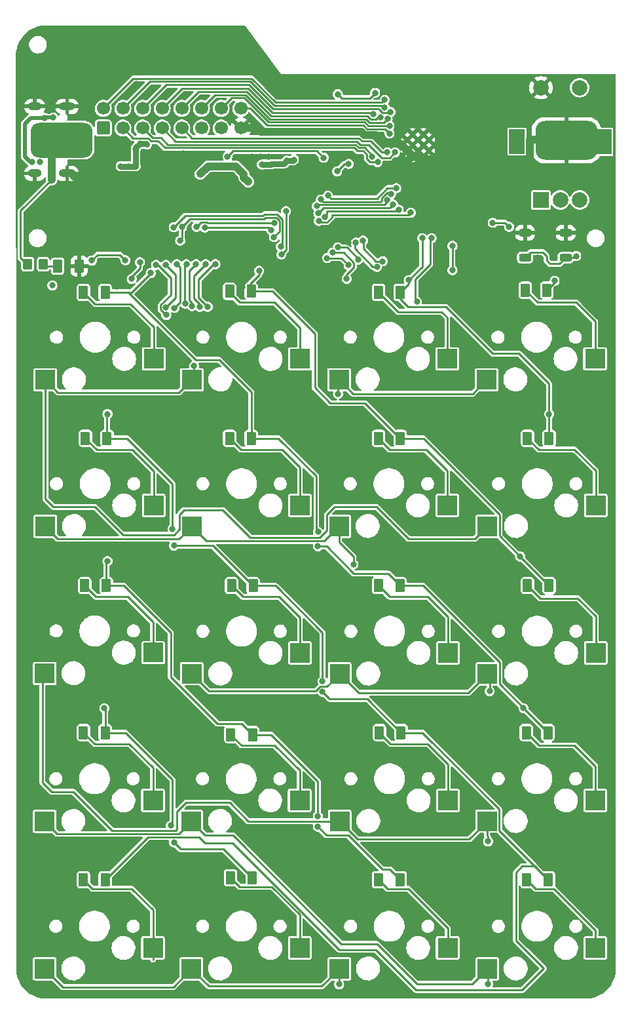
<source format=gbr>
%TF.GenerationSoftware,KiCad,Pcbnew,8.0.7-8.0.7-0~ubuntu22.04.1*%
%TF.CreationDate,2024-12-28T00:36:41+00:00*%
%TF.ProjectId,numcalcium,6e756d63-616c-4636-9975-6d2e6b696361,rev?*%
%TF.SameCoordinates,Original*%
%TF.FileFunction,Copper,L2,Bot*%
%TF.FilePolarity,Positive*%
%FSLAX46Y46*%
G04 Gerber Fmt 4.6, Leading zero omitted, Abs format (unit mm)*
G04 Created by KiCad (PCBNEW 8.0.7-8.0.7-0~ubuntu22.04.1) date 2024-12-28 00:36:41*
%MOMM*%
%LPD*%
G01*
G04 APERTURE LIST*
G04 Aperture macros list*
%AMRoundRect*
0 Rectangle with rounded corners*
0 $1 Rounding radius*
0 $2 $3 $4 $5 $6 $7 $8 $9 X,Y pos of 4 corners*
0 Add a 4 corners polygon primitive as box body*
4,1,4,$2,$3,$4,$5,$6,$7,$8,$9,$2,$3,0*
0 Add four circle primitives for the rounded corners*
1,1,$1+$1,$2,$3*
1,1,$1+$1,$4,$5*
1,1,$1+$1,$6,$7*
1,1,$1+$1,$8,$9*
0 Add four rect primitives between the rounded corners*
20,1,$1+$1,$2,$3,$4,$5,0*
20,1,$1+$1,$4,$5,$6,$7,0*
20,1,$1+$1,$6,$7,$8,$9,0*
20,1,$1+$1,$8,$9,$2,$3,0*%
G04 Aperture macros list end*
%TA.AperFunction,ComponentPad*%
%ADD10R,2.000000X2.000000*%
%TD*%
%TA.AperFunction,ComponentPad*%
%ADD11C,2.000000*%
%TD*%
%TA.AperFunction,ComponentPad*%
%ADD12R,2.000000X3.200000*%
%TD*%
%TA.AperFunction,SMDPad,CuDef*%
%ADD13R,2.550000X2.500000*%
%TD*%
%TA.AperFunction,ComponentPad*%
%ADD14O,2.100000X1.000000*%
%TD*%
%TA.AperFunction,ComponentPad*%
%ADD15O,1.800000X1.000000*%
%TD*%
%TA.AperFunction,HeatsinkPad*%
%ADD16C,0.600000*%
%TD*%
%TA.AperFunction,ComponentPad*%
%ADD17RoundRect,0.250000X0.600000X-0.600000X0.600000X0.600000X-0.600000X0.600000X-0.600000X-0.600000X0*%
%TD*%
%TA.AperFunction,ComponentPad*%
%ADD18C,1.700000*%
%TD*%
%TA.AperFunction,SMDPad,CuDef*%
%ADD19RoundRect,0.250000X0.375000X0.625000X-0.375000X0.625000X-0.375000X-0.625000X0.375000X-0.625000X0*%
%TD*%
%TA.AperFunction,SMDPad,CuDef*%
%ADD20RoundRect,0.250000X-0.375000X-0.625000X0.375000X-0.625000X0.375000X0.625000X-0.375000X0.625000X0*%
%TD*%
%TA.AperFunction,SMDPad,CuDef*%
%ADD21RoundRect,1.125000X2.875000X1.125000X-2.875000X1.125000X-2.875000X-1.125000X2.875000X-1.125000X0*%
%TD*%
%TA.AperFunction,SMDPad,CuDef*%
%ADD22RoundRect,1.250000X2.750000X1.250000X-2.750000X1.250000X-2.750000X-1.250000X2.750000X-1.250000X0*%
%TD*%
%TA.AperFunction,SMDPad,CuDef*%
%ADD23RoundRect,0.250000X-0.525000X-0.250000X0.525000X-0.250000X0.525000X0.250000X-0.525000X0.250000X0*%
%TD*%
%TA.AperFunction,SMDPad,CuDef*%
%ADD24RoundRect,0.250000X-0.350000X-0.450000X0.350000X-0.450000X0.350000X0.450000X-0.350000X0.450000X0*%
%TD*%
%TA.AperFunction,ViaPad*%
%ADD25C,0.800000*%
%TD*%
%TA.AperFunction,Conductor*%
%ADD26C,0.250000*%
%TD*%
%TA.AperFunction,Conductor*%
%ADD27C,1.000000*%
%TD*%
%TA.AperFunction,Conductor*%
%ADD28C,0.500000*%
%TD*%
%TA.AperFunction,Conductor*%
%ADD29C,0.750000*%
%TD*%
G04 APERTURE END LIST*
D10*
%TO.P,SW21,A,A*%
%TO.N,Net-(D22-A)*%
X67788000Y10932120D03*
D11*
%TO.P,SW21,B,B*%
%TO.N,Net-(D23-A)*%
X72788000Y10932120D03*
%TO.P,SW21,C,C*%
%TO.N,Net-(U3-QA)*%
X70288000Y10932120D03*
D12*
%TO.P,SW21,GND*%
%TO.N,N/C*%
X64688000Y18432120D03*
X75888000Y18432120D03*
D11*
%TO.P,SW21,S1,S1*%
%TO.N,#B_OK*%
X72788000Y25432120D03*
%TO.P,SW21,S2,S2*%
%TO.N,GND*%
X67788000Y25432120D03*
%TD*%
D13*
%TO.P,SW1,1,1*%
%TO.N,Net-(U3-QH)*%
X3621789Y-88363880D03*
%TO.P,SW1,2,2*%
%TO.N,Net-(D1-A)*%
X17621789Y-85663880D03*
%TD*%
D14*
%TO.P,J2,S1,SHIELD*%
%TO.N,GND*%
X6525789Y23004120D03*
D15*
X2345789Y23004120D03*
D14*
X6525789Y14364120D03*
D15*
X2345789Y14364120D03*
%TD*%
D13*
%TO.P,SW4,1,1*%
%TO.N,Net-(U3-QG)*%
X60825789Y-88363880D03*
%TO.P,SW4,2,2*%
%TO.N,Net-(D4-A)*%
X74825789Y-85663880D03*
%TD*%
%TO.P,SW13,1,1*%
%TO.N,Net-(U3-QD)*%
X3708789Y-31213880D03*
%TO.P,SW13,2,2*%
%TO.N,Net-(D13-A)*%
X17708789Y-28513880D03*
%TD*%
%TO.P,SW20,1,1*%
%TO.N,Net-(U3-QB)*%
X60771789Y-12290880D03*
%TO.P,SW20,2,2*%
%TO.N,Net-(D20-A)*%
X74771789Y-9590880D03*
%TD*%
%TO.P,SW3,1,1*%
%TO.N,Net-(U3-QH)*%
X41721789Y-88363880D03*
%TO.P,SW3,2,2*%
%TO.N,Net-(D3-A)*%
X55721789Y-85663880D03*
%TD*%
%TO.P,SW19,1,1*%
%TO.N,Net-(U3-QB)*%
X41681789Y-12290880D03*
%TO.P,SW19,2,2*%
%TO.N,Net-(D19-A)*%
X55681789Y-9590880D03*
%TD*%
D16*
%TO.P,U4,41,GND*%
%TO.N,GND*%
X50501789Y18704120D03*
X50501789Y17304120D03*
X51201789Y19404120D03*
X51201789Y18004120D03*
X51201789Y16604120D03*
X51901789Y18704120D03*
X51901789Y17304120D03*
X52601789Y19404120D03*
X52601789Y18004120D03*
X52601789Y16604120D03*
X53301789Y18704120D03*
X53301789Y17304120D03*
%TD*%
D13*
%TO.P,SW8,1,1*%
%TO.N,Net-(U3-QF)*%
X60813789Y-69312880D03*
%TO.P,SW8,2,2*%
%TO.N,Net-(D8-A)*%
X74813789Y-66612880D03*
%TD*%
%TO.P,SW15,1,1*%
%TO.N,Net-(U3-QD)*%
X41681789Y-31213880D03*
%TO.P,SW15,2,2*%
%TO.N,Net-(D15-A)*%
X55681789Y-28513880D03*
%TD*%
%TO.P,SW10,1,1*%
%TO.N,Net-(U3-QE)*%
X22631789Y-50262880D03*
%TO.P,SW10,2,2*%
%TO.N,Net-(D10-A)*%
X36631789Y-47562880D03*
%TD*%
%TO.P,SW14,1,1*%
%TO.N,Net-(U3-QD)*%
X22631789Y-31213880D03*
%TO.P,SW14,2,2*%
%TO.N,Net-(D14-A)*%
X36631789Y-28513880D03*
%TD*%
D17*
%TO.P,J1,1,Pin_1*%
%TO.N,VDD*%
X11199389Y20210120D03*
D18*
%TO.P,J1,2,Pin_2*%
%TO.N,Net-(J1-Pin_2)*%
X11199389Y22750120D03*
%TO.P,J1,3,Pin_3*%
%TO.N,RX1*%
X13739389Y20210120D03*
%TO.P,J1,4,Pin_4*%
%TO.N,Net-(J1-Pin_4)*%
X13739389Y22750120D03*
%TO.P,J1,5,Pin_5*%
%TO.N,TX1*%
X16279389Y20210120D03*
%TO.P,J1,6,Pin_6*%
%TO.N,Net-(J1-Pin_6)*%
X16279389Y22750120D03*
%TO.P,J1,7,Pin_7*%
%TO.N,Net-(J1-Pin_7)*%
X18819389Y20210120D03*
%TO.P,J1,8,Pin_8*%
%TO.N,Net-(J1-Pin_8)*%
X18819389Y22750120D03*
%TO.P,J1,9,Pin_9*%
%TO.N,Net-(J1-Pin_9)*%
X21359389Y20210120D03*
%TO.P,J1,10,Pin_10*%
%TO.N,Net-(J1-Pin_10)*%
X21359389Y22750120D03*
%TO.P,J1,11,Pin_11*%
%TO.N,VBAT*%
X23899389Y20210120D03*
%TO.P,J1,12,Pin_12*%
%TO.N,Net-(J1-Pin_12)*%
X23899389Y22750120D03*
%TO.P,J1,13,Pin_13*%
%TO.N,unconnected-(J1-Pin_13-Pad13)*%
X26439389Y20210120D03*
%TO.P,J1,14,Pin_14*%
%TO.N,Net-(J1-Pin_14)*%
X26439389Y22750120D03*
%TO.P,J1,15,Pin_15*%
%TO.N,GND*%
X28979389Y20210120D03*
%TO.P,J1,16,Pin_16*%
%TO.N,Net-(J1-Pin_16)*%
X28979389Y22750120D03*
%TD*%
D13*
%TO.P,SW11,1,1*%
%TO.N,Net-(U3-QE)*%
X41763789Y-50262880D03*
%TO.P,SW11,2,2*%
%TO.N,Net-(D11-A)*%
X55763789Y-47562880D03*
%TD*%
%TO.P,SW2,1,1*%
%TO.N,Net-(U3-QH)*%
X22598789Y-88363880D03*
%TO.P,SW2,2,2*%
%TO.N,Net-(D2-A)*%
X36598789Y-85663880D03*
%TD*%
%TO.P,SW16,1,1*%
%TO.N,Net-(U3-QC)*%
X60858789Y-31213880D03*
%TO.P,SW16,2,2*%
%TO.N,Net-(D16-A)*%
X74858789Y-28513880D03*
%TD*%
%TO.P,SW17,1,1*%
%TO.N,Net-(U3-QC)*%
X3708789Y-12290880D03*
%TO.P,SW17,2,2*%
%TO.N,Net-(D17-A)*%
X17708789Y-9590880D03*
%TD*%
%TO.P,SW18,1,1*%
%TO.N,Net-(U3-QC)*%
X22631789Y-12290880D03*
%TO.P,SW18,2,2*%
%TO.N,Net-(D18-A)*%
X36631789Y-9590880D03*
%TD*%
%TO.P,SW9,1,1*%
%TO.N,Net-(U3-QF)*%
X3648789Y-50228880D03*
%TO.P,SW9,2,2*%
%TO.N,Net-(D9-A)*%
X17648789Y-47528880D03*
%TD*%
%TO.P,SW12,1,1*%
%TO.N,Net-(U3-QE)*%
X60858789Y-50263880D03*
%TO.P,SW12,2,2*%
%TO.N,Net-(D12-A)*%
X74858789Y-47563880D03*
%TD*%
%TO.P,SW5,1,1*%
%TO.N,Net-(U3-QG)*%
X3621789Y-69313880D03*
%TO.P,SW5,2,2*%
%TO.N,Net-(D5-A)*%
X17621789Y-66613880D03*
%TD*%
%TO.P,SW7,1,1*%
%TO.N,Net-(U3-QF)*%
X41763789Y-69312880D03*
%TO.P,SW7,2,2*%
%TO.N,Net-(D7-A)*%
X55763789Y-66612880D03*
%TD*%
%TO.P,SW6,1,1*%
%TO.N,Net-(U3-QG)*%
X22586789Y-69312880D03*
%TO.P,SW6,2,2*%
%TO.N,Net-(D6-A)*%
X36586789Y-66612880D03*
%TD*%
D19*
%TO.P,D1,1,K*%
%TO.N,IO_CK*%
X11442000Y-76864000D03*
%TO.P,D1,2,A*%
%TO.N,Net-(D1-A)*%
X8642000Y-76864000D03*
%TD*%
D20*
%TO.P,D25,1,K*%
%TO.N,Net-(D25-K)*%
X5292000Y2386000D03*
%TO.P,D25,2,A*%
%TO.N,GND*%
X8092000Y2386000D03*
%TD*%
D19*
%TO.P,D4,1,K*%
%TO.N,IO_CK*%
X68742000Y-76864000D03*
%TO.P,D4,2,A*%
%TO.N,Net-(D4-A)*%
X65942000Y-76864000D03*
%TD*%
%TO.P,D20,1,K*%
%TO.N,IO_D*%
X68542000Y-714000D03*
%TO.P,D20,2,A*%
%TO.N,Net-(D20-A)*%
X65742000Y-714000D03*
%TD*%
%TO.P,D5,1,K*%
%TO.N,IO_D*%
X11442000Y-57864000D03*
%TO.P,D5,2,A*%
%TO.N,Net-(D5-A)*%
X8642000Y-57864000D03*
%TD*%
%TO.P,D9,1,K*%
%TO.N,IO_T*%
X11592000Y-38864000D03*
%TO.P,D9,2,A*%
%TO.N,Net-(D9-A)*%
X8792000Y-38864000D03*
%TD*%
%TO.P,D12,1,K*%
%TO.N,IO_T*%
X68842000Y-38864000D03*
%TO.P,D12,2,A*%
%TO.N,Net-(D12-A)*%
X66042000Y-38864000D03*
%TD*%
%TO.P,D18,1,K*%
%TO.N,IO_T*%
X30342000Y-864000D03*
%TO.P,D18,2,A*%
%TO.N,Net-(D18-A)*%
X27542000Y-864000D03*
%TD*%
D21*
%TO.P,BT1,1,+*%
%TO.N,Net-(BT1-+)*%
X5812000Y18642000D03*
D22*
%TO.P,BT1,2,-*%
%TO.N,GND*%
X71062000Y18642000D03*
%TD*%
D23*
%TO.P,SW22,1,1*%
%TO.N,RST*%
X65717000Y3486000D03*
X70967000Y3486000D03*
%TO.P,SW22,2,2*%
%TO.N,GND*%
X65717000Y6686000D03*
X70967000Y6686000D03*
%TD*%
D19*
%TO.P,D10,1,K*%
%TO.N,IO_CK*%
X30592000Y-38864000D03*
%TO.P,D10,2,A*%
%TO.N,Net-(D10-A)*%
X27792000Y-38864000D03*
%TD*%
%TO.P,D16,1,K*%
%TO.N,IO_CK*%
X68842000Y-19864000D03*
%TO.P,D16,2,A*%
%TO.N,Net-(D16-A)*%
X66042000Y-19864000D03*
%TD*%
%TO.P,D6,1,K*%
%TO.N,IO_T*%
X30492000Y-58114000D03*
%TO.P,D6,2,A*%
%TO.N,Net-(D6-A)*%
X27692000Y-58114000D03*
%TD*%
%TO.P,D11,1,K*%
%TO.N,IO_D*%
X49592000Y-38864000D03*
%TO.P,D11,2,A*%
%TO.N,Net-(D11-A)*%
X46792000Y-38864000D03*
%TD*%
%TO.P,D13,1,K*%
%TO.N,IO_CK*%
X11692000Y-19864000D03*
%TO.P,D13,2,A*%
%TO.N,Net-(D13-A)*%
X8892000Y-19864000D03*
%TD*%
%TO.P,D8,1,K*%
%TO.N,IO_D*%
X68692000Y-57864000D03*
%TO.P,D8,2,A*%
%TO.N,Net-(D8-A)*%
X65892000Y-57864000D03*
%TD*%
%TO.P,D2,1,K*%
%TO.N,IO_D*%
X30442000Y-76614000D03*
%TO.P,D2,2,A*%
%TO.N,Net-(D2-A)*%
X27642000Y-76614000D03*
%TD*%
%TO.P,D19,1,K*%
%TO.N,IO_CK*%
X49592000Y-998880D03*
%TO.P,D19,2,A*%
%TO.N,Net-(D19-A)*%
X46792000Y-998880D03*
%TD*%
D24*
%TO.P,R1,1*%
%TO.N,Net-(BT1-+)*%
X1442000Y2636000D03*
%TO.P,R1,2*%
%TO.N,Net-(D25-K)*%
X3442000Y2636000D03*
%TD*%
D19*
%TO.P,D14,1,K*%
%TO.N,IO_D*%
X30342000Y-19864000D03*
%TO.P,D14,2,A*%
%TO.N,Net-(D14-A)*%
X27542000Y-19864000D03*
%TD*%
%TO.P,D17,1,K*%
%TO.N,IO_D*%
X11442000Y-998880D03*
%TO.P,D17,2,A*%
%TO.N,Net-(D17-A)*%
X8642000Y-998880D03*
%TD*%
%TO.P,D15,1,K*%
%TO.N,IO_T*%
X49592000Y-19864000D03*
%TO.P,D15,2,A*%
%TO.N,Net-(D15-A)*%
X46792000Y-19864000D03*
%TD*%
%TO.P,D7,1,K*%
%TO.N,IO_CK*%
X49692000Y-57864000D03*
%TO.P,D7,2,A*%
%TO.N,Net-(D7-A)*%
X46892000Y-57864000D03*
%TD*%
%TO.P,D3,1,K*%
%TO.N,IO_T*%
X49592000Y-76864000D03*
%TO.P,D3,2,A*%
%TO.N,Net-(D3-A)*%
X46792000Y-76864000D03*
%TD*%
D25*
%TO.N,*%
X4620789Y-109880D03*
%TO.N,GND*%
X70342000Y19686000D03*
X8692000Y27636000D03*
X69342000Y18686000D03*
X13692000Y13886000D03*
X58976789Y-82786880D03*
X28442000Y27559802D03*
X76756789Y-11031880D03*
X10692000Y25886000D03*
X74742000Y14086000D03*
X58142000Y24886000D03*
X72942000Y18686000D03*
X71942000Y19686000D03*
X39142000Y-42914000D03*
X9442000Y25386000D03*
X71142000Y18686000D03*
X57706789Y-26271880D03*
X17142000Y7286000D03*
X67142000Y-514000D03*
X72942000Y18686000D03*
X72942000Y18686000D03*
X73342000Y2686000D03*
X70342000Y17886000D03*
X71942000Y17886000D03*
X70342000Y17886000D03*
X1191789Y-42781880D03*
X70342000Y17886000D03*
X22542000Y16886000D03*
X55142000Y16172120D03*
X76756789Y-36431880D03*
X1191789Y-55481880D03*
X71942000Y17886000D03*
X71942000Y19686000D03*
X71942000Y19686000D03*
X6692000Y12886000D03*
X71942000Y17886000D03*
X70342000Y19686000D03*
X23667000Y27559801D03*
X70342000Y17886000D03*
X69342000Y18686000D03*
X71942000Y19686000D03*
X35767000Y19708800D03*
X38442000Y7136000D03*
X71942000Y19686000D03*
X1191789Y-74531880D03*
X54142000Y1286000D03*
X70342000Y17886000D03*
X71942000Y17886000D03*
X1191789Y-4681880D03*
X69342000Y18686000D03*
X70342000Y17886000D03*
X76742000Y1086000D03*
X71942000Y17886000D03*
X1191789Y-49131880D03*
X72942000Y18686000D03*
X69342000Y18686000D03*
X62342000Y3686000D03*
X72942000Y18686000D03*
X70342000Y19686000D03*
X70342000Y17886000D03*
X71942000Y19686000D03*
X72942000Y18686000D03*
X71942000Y19686000D03*
X21542000Y16984600D03*
X48352002Y-514000D03*
X69342000Y18686000D03*
X57942000Y-61714000D03*
X58976789Y-9761880D03*
X71942000Y17886000D03*
X28842000Y9623601D03*
X19342000Y-61314000D03*
X1191789Y-17381880D03*
X26217000Y27559801D03*
X71942000Y17886000D03*
X76756789Y-30081880D03*
X76756789Y-68181880D03*
X76756789Y-42781880D03*
X71942000Y19686000D03*
X71942000Y17886000D03*
X71942000Y19686000D03*
X57442000Y16172120D03*
X76756789Y-74531880D03*
X70342000Y17886000D03*
X75942000Y9086000D03*
X33742000Y12086000D03*
X6192000Y27636000D03*
X69342000Y18686000D03*
X70342000Y17886000D03*
X69342000Y18686000D03*
X71142000Y18686000D03*
X32555600Y16559200D03*
X67342000Y3486000D03*
X1191789Y-61831880D03*
X70342000Y17886000D03*
X70342000Y19686000D03*
X72942000Y18686000D03*
X18692000Y27636000D03*
X71942000Y17886000D03*
X36200800Y12127200D03*
X71142000Y18686000D03*
X30407292Y16529000D03*
X64442000Y16172120D03*
X70342000Y19686000D03*
X70342000Y19686000D03*
X13692000Y27636000D03*
X57342000Y-41714000D03*
X76756789Y-17381880D03*
X70342000Y17886000D03*
X69342000Y18686000D03*
X70342000Y19686000D03*
X76756789Y-23731880D03*
X72942000Y18686000D03*
X76756789Y-4681880D03*
X71942000Y19686000D03*
X71142000Y18686000D03*
X33617000Y25711000D03*
X30742000Y20210120D03*
X70342000Y19686000D03*
X49942000Y1486000D03*
X69342000Y18686000D03*
X71142000Y18686000D03*
X71142000Y18686000D03*
X71942000Y17886000D03*
X39242000Y19708800D03*
X49142000Y24886000D03*
X76756789Y-87231880D03*
X69342000Y18686000D03*
X76756789Y-80881880D03*
X69342000Y18686000D03*
X53942000Y24886000D03*
X2942000Y24886000D03*
X70342000Y19686000D03*
X14742000Y13886000D03*
X32692000Y14461000D03*
X70342000Y17886000D03*
X71142000Y18686000D03*
X72942000Y18686000D03*
X70342000Y19686000D03*
X71942000Y17886000D03*
X71142000Y18686000D03*
X71142000Y18686000D03*
X71942000Y17886000D03*
X1191789Y-80881880D03*
X29157000Y-364000D03*
X72942000Y18686000D03*
X46373200Y25754000D03*
X31539600Y16529000D03*
X71142000Y18686000D03*
X36942000Y16386000D03*
X59342000Y10686000D03*
X52142000Y13686000D03*
X70342000Y19686000D03*
X64000800Y25754000D03*
X71942000Y19686000D03*
X71142000Y18686000D03*
X76756789Y-55481880D03*
X2942000Y25886000D03*
X29742000Y2886000D03*
X71942000Y17886000D03*
X70342000Y19686000D03*
X12316257Y5312030D03*
X72942000Y18686000D03*
X12591200Y13866800D03*
X1191789Y-68181880D03*
X60292400Y25754000D03*
X69342000Y18686000D03*
X69342000Y18686000D03*
X72942000Y18686000D03*
X71142000Y18686000D03*
X11387800Y13901800D03*
X42182200Y13181000D03*
X71142000Y18686000D03*
X39542000Y-6514000D03*
X16192000Y27636000D03*
X1191789Y-11031880D03*
X70342000Y17886000D03*
X69542000Y3486000D03*
X69342000Y18686000D03*
X11192000Y27636000D03*
X12029500Y2571000D03*
X72942000Y18686000D03*
X72942000Y18686000D03*
X1191789Y-23731880D03*
X1191789Y-36431880D03*
X58142000Y20486000D03*
X71142000Y18686000D03*
X75142000Y11486000D03*
X71142000Y18686000D03*
X15442000Y25886000D03*
X27942000Y14136000D03*
X71942000Y17886000D03*
X12942000Y-264000D03*
X60742000Y1486000D03*
X69342000Y18686000D03*
X71142000Y18686000D03*
X31567000Y14436000D03*
X20142000Y-8114000D03*
X76756789Y-49131880D03*
X32392000Y26136000D03*
X49242000Y18250096D03*
X38942000Y-61514000D03*
X76756789Y-61831880D03*
X42895133Y5461113D03*
X37942000Y16386000D03*
X71942000Y19686000D03*
X32942000Y11072800D03*
X2942000Y26886000D03*
X1191789Y-30081880D03*
X65942000Y1886000D03*
X20142000Y-23314000D03*
X12192000Y25886000D03*
X70342000Y19686000D03*
X21217000Y27559801D03*
X19606789Y-82786880D03*
X71942000Y17886000D03*
X6442000Y24386000D03*
X72942000Y18686000D03*
X69342000Y13286000D03*
X71942000Y19686000D03*
X71942000Y19686000D03*
X1191789Y-87231880D03*
X71942000Y19686000D03*
X70342000Y17886000D03*
X1442000Y8136000D03*
X8442000Y24386000D03*
X70342000Y17886000D03*
X70342000Y17886000D03*
X70342000Y19686000D03*
X70342000Y19686000D03*
X72942000Y18686000D03*
X31142000Y12086000D03*
X71942000Y17886000D03*
X70342000Y19686000D03*
X47502904Y18250096D03*
X4942000Y8386000D03*
X56342000Y17086000D03*
X69342000Y18686000D03*
X34917000Y19708800D03*
X71942000Y19686000D03*
X19742000Y-42314000D03*
%TO.N,VDD*%
X14889500Y738500D03*
X29942000Y13286000D03*
X15942000Y2886000D03*
X23742000Y14286000D03*
%TO.N,Net-(BT1-+)*%
X4514000Y16847066D03*
X4514000Y14679600D03*
X4297000Y17754066D03*
X4514000Y15797200D03*
X4514000Y13562000D03*
%TO.N,VBUS*%
X3650400Y21537600D03*
X2010920Y15834120D03*
X4742600Y21563000D03*
X2990000Y15832000D03*
%TO.N,IO_CK*%
X20342000Y-33714000D03*
X24326000Y7364400D03*
X39542000Y-51209459D03*
X50701369Y571000D03*
X52442000Y5986000D03*
X32905177Y7047092D03*
X11742000Y-16714000D03*
X68842000Y-16714000D03*
X20157631Y-31529631D03*
X39542000Y-52579459D03*
%TO.N,IO_D*%
X33262837Y6134405D03*
X11342000Y-54714000D03*
X20342000Y-72040459D03*
X69542000Y486000D03*
X19942000Y-69850459D03*
X38942000Y-33799000D03*
X17341800Y1493500D03*
X21379600Y7490600D03*
X53642000Y5986000D03*
X38957631Y-31929631D03*
X21142000Y5676000D03*
X65542000Y-54714000D03*
X51742000Y-2219001D03*
%TO.N,IO_T*%
X39062614Y8232268D03*
X38942000Y-68627880D03*
X11742000Y-35714000D03*
X38942000Y-69997880D03*
X50942000Y9294800D03*
X65092000Y-35114000D03*
X31342000Y1791000D03*
%TO.N,IO_OE*%
X23259200Y7466000D03*
X33284832Y7928832D03*
%TO.N,VDD_AON*%
X31692000Y15494000D03*
X35842000Y16137200D03*
X34917000Y16011000D03*
X32940600Y15536000D03*
%TO.N,#LOW_POWER_REQ*%
X41431251Y14629251D03*
X34820726Y9486000D03*
X34217000Y3886000D03*
X42917000Y15586000D03*
%TO.N,/Main/AUD_R*%
X44776548Y5686000D03*
X47318106Y3013540D03*
%TO.N,#B_OK*%
X61542000Y7986000D03*
X63666283Y7461717D03*
%TO.N,TX1*%
X45983267Y16516149D03*
%TO.N,RX1*%
X46668267Y15817433D03*
%TO.N,Net-(D28-A)*%
X9716476Y3107256D03*
X14054556Y3147407D03*
%TO.N,Net-(J1-Pin_10)*%
X47016918Y21604433D03*
%TO.N,Net-(J1-Pin_9)*%
X47926369Y17076631D03*
%TO.N,Net-(J1-Pin_8)*%
X46142000Y21999556D03*
%TO.N,RST*%
X72342000Y3686000D03*
X46342000Y24771000D03*
X41521916Y24589472D03*
%TO.N,/Main/AUD_L*%
X43854237Y5419646D03*
X46587553Y2282987D03*
%TO.N,Net-(U3-QB)*%
X41542000Y-14114000D03*
X18026800Y2551200D03*
X19342000Y-3914000D03*
%TO.N,/Main/MOSI*%
X47921789Y10915513D03*
X38829769Y10152526D03*
%TO.N,/Main/SD_CS*%
X39857631Y8770369D03*
X49391975Y9684120D03*
%TO.N,/Main/MISO*%
X48431708Y11728893D03*
X39343586Y10991000D03*
%TO.N,/Main/CK*%
X39003360Y9208349D03*
X48686711Y10335432D03*
%TO.N,/Main/LCD_CS*%
X40242000Y11486000D03*
X49070319Y12445679D03*
%TO.N,/Main/LCD_DC*%
X42915001Y2529173D03*
X40140999Y3432130D03*
%TO.N,/Main/STATUS_LED*%
X40825999Y4117130D03*
X42666857Y749173D03*
%TO.N,Net-(U3-QH)*%
X25692000Y2636000D03*
X24692000Y-2864000D03*
X41692000Y-90364000D03*
%TO.N,Net-(U3-QG)*%
X24442000Y2636000D03*
X60942000Y-90314000D03*
X23692000Y-2864000D03*
%TO.N,Net-(U3-QF)*%
X60942000Y-71914000D03*
X22692000Y-2784000D03*
X23192000Y2636000D03*
%TO.N,Net-(U3-QE)*%
X21788686Y-2459000D03*
X21942000Y2636000D03*
X61142000Y-52514000D03*
%TO.N,Net-(U3-QD)*%
X20692000Y2636000D03*
X20406933Y-3010195D03*
X43542000Y-36114000D03*
%TO.N,Net-(U3-QC)*%
X19296800Y2536200D03*
X22942000Y-10514000D03*
X19300133Y-2923884D03*
%TO.N,/Main/BUZ_DRIVE*%
X41514000Y4805130D03*
X44152003Y3229645D03*
%TO.N,VBAT*%
X15942000Y18201000D03*
X16850472Y18090472D03*
X39692000Y16386000D03*
X14470800Y15289200D03*
X15385200Y15289200D03*
X27272400Y16559200D03*
X13454800Y15289200D03*
X15416200Y17575200D03*
%TO.N,Net-(J1-Pin_4)*%
X47592400Y22909200D03*
%TO.N,Net-(J1-Pin_16)*%
X48207000Y19516167D03*
%TO.N,Net-(J1-Pin_6)*%
X48324919Y22288699D03*
%TO.N,Net-(J1-Pin_2)*%
X47592400Y23869203D03*
%TO.N,Net-(J1-Pin_14)*%
X48207001Y20476169D03*
%TO.N,Net-(J1-Pin_12)*%
X47955469Y21402634D03*
%TO.N,Net-(U3-QA)*%
X34157000Y4921086D03*
X20312800Y7415200D03*
%TO.N,Net-(J1-Pin_7)*%
X48898859Y17072879D03*
%TO.N,/Main/lighting/DIN*%
X56342000Y4991000D03*
X56342000Y1886000D03*
%TD*%
D26*
%TO.N,#B_OK*%
X63142000Y7986000D02*
X61542000Y7986000D01*
X63666283Y7461717D02*
X63142000Y7986000D01*
D27*
%TO.N,GND*%
X55142000Y16172120D02*
X57442000Y16172120D01*
X42055200Y13308000D02*
X37381600Y13308000D01*
D26*
X8092000Y2386000D02*
X11844500Y2386000D01*
D27*
X47442000Y13886000D02*
X48483669Y13886000D01*
X71018000Y18686000D02*
X71062000Y18642000D01*
X42182200Y13181000D02*
X42055200Y13308000D01*
X66348000Y18686000D02*
X71018000Y18686000D01*
X32098400Y11174400D02*
X17453600Y11174400D01*
X31539600Y19708800D02*
X34917000Y19708800D01*
X48483669Y13886000D02*
X51201789Y16604120D01*
X17453600Y11174400D02*
X14742000Y13886000D01*
X46737000Y13181000D02*
X47442000Y13886000D01*
X47502904Y18250096D02*
X46453445Y19299555D01*
X28979389Y20210120D02*
X31038280Y20210120D01*
X35146400Y11072800D02*
X32942000Y11072800D01*
X37381600Y13308000D02*
X36200800Y12127200D01*
X42182200Y13181000D02*
X46737000Y13181000D01*
X44556941Y19708800D02*
X39242000Y19708800D01*
X66348000Y16172120D02*
X66348000Y18686000D01*
X7542800Y13886000D02*
X7064680Y14364120D01*
X7064680Y14364120D02*
X6525789Y14364120D01*
X44966186Y19299555D02*
X44556941Y19708800D01*
D26*
X32555600Y16559200D02*
X30437492Y16559200D01*
D27*
X49555813Y18250096D02*
X51201789Y16604120D01*
X35767000Y19708800D02*
X39242000Y19708800D01*
X34917000Y19708800D02*
X35767000Y19708800D01*
X36200800Y12127200D02*
X35146400Y11072800D01*
X14742000Y13886000D02*
X7542800Y13886000D01*
D26*
X30437492Y16559200D02*
X30407292Y16529000D01*
X11844500Y2386000D02*
X12029500Y2571000D01*
D27*
X47502904Y18250096D02*
X49242000Y18250096D01*
X32942000Y11072800D02*
X32200000Y11072800D01*
X49242000Y18250096D02*
X49555813Y18250096D01*
X51201789Y16604120D02*
X51660120Y16604120D01*
X52092120Y16172120D02*
X55142000Y16172120D01*
X57442000Y16172120D02*
X66348000Y16172120D01*
X46453445Y19299555D02*
X44966186Y19299555D01*
X32200000Y11072800D02*
X32098400Y11174400D01*
X31038280Y20210120D02*
X31539600Y19708800D01*
X51660120Y16604120D02*
X52092120Y16172120D01*
%TO.N,VDD*%
X24742000Y15286000D02*
X23742000Y14286000D01*
X28342000Y15286000D02*
X24742000Y15286000D01*
D26*
X14889500Y1033500D02*
X15942000Y2086000D01*
D27*
X11199389Y20413320D02*
X11199389Y20210120D01*
D26*
X15942000Y2086000D02*
X15942000Y2886000D01*
D27*
X29382000Y14246000D02*
X28342000Y15286000D01*
X29382000Y13846000D02*
X29382000Y14246000D01*
D26*
X14889500Y738500D02*
X14889500Y1033500D01*
D27*
X29942000Y13286000D02*
X29382000Y13846000D01*
D26*
%TO.N,Net-(BT1-+)*%
X1316109Y2636000D02*
X500800Y3451309D01*
X500800Y3451309D02*
X500800Y9548800D01*
X1442000Y2636000D02*
X1316109Y2636000D01*
D27*
X4514000Y17499000D02*
X5657000Y18642000D01*
D26*
X500800Y9548800D02*
X4514000Y13562000D01*
D27*
X4514000Y15797200D02*
X4514000Y17499000D01*
X4514000Y15797200D02*
X4514000Y13562000D01*
D28*
%TO.N,VBUS*%
X3853600Y21537600D02*
X3879000Y21563000D01*
X1059600Y16559200D02*
X1059600Y20775600D01*
X1059600Y20775600D02*
X1821600Y21537600D01*
X1784680Y15834120D02*
X1059600Y16559200D01*
D26*
X3650400Y21537600D02*
X3853600Y21537600D01*
D28*
X1821600Y21537600D02*
X3650400Y21537600D01*
X2010920Y15834120D02*
X1784680Y15834120D01*
X3879000Y21563000D02*
X4742600Y21563000D01*
D26*
%TO.N,IO_CK*%
X52442000Y2311631D02*
X50701369Y571000D01*
X23566622Y-71355459D02*
X24325163Y-72114000D01*
X68742000Y-76864000D02*
X62373789Y-70495789D01*
X65342000Y-75114000D02*
X66992000Y-75114000D01*
X32587869Y7364400D02*
X24326000Y7364400D01*
X30592000Y-38864000D02*
X30492000Y-38864000D01*
X24325163Y-72114000D02*
X27942000Y-72114000D01*
X64542000Y-75914000D02*
X65342000Y-75114000D01*
X64542000Y-84714000D02*
X64542000Y-75914000D01*
X39542000Y-52579459D02*
X40476541Y-53514000D01*
X50622120Y-2904000D02*
X49592000Y-1873880D01*
X32905177Y7047092D02*
X32587869Y7364400D01*
X11442000Y-76864000D02*
X16950541Y-71355459D01*
X41742000Y-85914000D02*
X46452086Y-85914000D01*
X50701369Y110489D02*
X49592000Y-998880D01*
X46452086Y-85914000D02*
X51652086Y-91114000D01*
X20157631Y-31529631D02*
X20142000Y-31514000D01*
X40476541Y-53514000D02*
X45342000Y-53514000D01*
X68842000Y-19864000D02*
X68842000Y-12814000D01*
X65342000Y-91114000D02*
X68142000Y-88314000D01*
X25342000Y-33714000D02*
X20342000Y-33714000D01*
X61542000Y-8914000D02*
X55532000Y-2904000D01*
X49592000Y-1873880D02*
X49592000Y-998880D01*
X51652086Y-91114000D02*
X65342000Y-91114000D01*
X68842000Y-12814000D02*
X64942000Y-8914000D01*
X11692000Y-19864000D02*
X11692000Y-16764000D01*
X20142000Y-31514000D02*
X20142000Y-25714000D01*
X55532000Y-2904000D02*
X50622120Y-2904000D01*
X62373789Y-67745789D02*
X52492000Y-57864000D01*
X50701369Y571000D02*
X50701369Y110489D01*
X20142000Y-25714000D02*
X14292000Y-19864000D01*
X16950541Y-71355459D02*
X23566622Y-71355459D01*
X52492000Y-57864000D02*
X49692000Y-57864000D01*
X14292000Y-19864000D02*
X11692000Y-19864000D01*
X30492000Y-38864000D02*
X25342000Y-33714000D01*
X45342000Y-53514000D02*
X49692000Y-57864000D01*
X64942000Y-8914000D02*
X61542000Y-8914000D01*
X39542000Y-51209459D02*
X39542000Y-44934172D01*
X68142000Y-88314000D02*
X64542000Y-84714000D01*
X27942000Y-72114000D02*
X41742000Y-85914000D01*
X62373789Y-70495789D02*
X62373789Y-67745789D01*
X33471828Y-38864000D02*
X30592000Y-38864000D01*
X66992000Y-75114000D02*
X68742000Y-76864000D01*
X11692000Y-16764000D02*
X11742000Y-16714000D01*
X39542000Y-44934172D02*
X33471828Y-38864000D01*
X52442000Y5986000D02*
X52442000Y2311631D01*
%TO.N,IO_D*%
X62418789Y-51590789D02*
X62418789Y-48728880D01*
X62418789Y-48728880D02*
X52553909Y-38864000D01*
X30442000Y-76614000D02*
X26742000Y-72914000D01*
X51542000Y-2019001D02*
X51742000Y-2219001D01*
X53457000Y2601000D02*
X51542000Y686000D01*
X14857120Y-998880D02*
X14342000Y-998880D01*
X22375000Y8486000D02*
X21379600Y7490600D01*
X26742000Y-72914000D02*
X21215541Y-72914000D01*
X20142000Y-63934172D02*
X14071828Y-57864000D01*
X11442000Y-998880D02*
X14342000Y-998880D01*
X20142000Y-69650459D02*
X20142000Y-63934172D01*
X11442000Y-54814000D02*
X11342000Y-54714000D01*
X33262837Y6150036D02*
X33969832Y6857031D01*
X19942000Y-69850459D02*
X20142000Y-69650459D01*
X17341800Y1485800D02*
X14857120Y-998880D01*
X33568569Y8613832D02*
X32129867Y8613832D01*
X69542000Y486000D02*
X69342000Y486000D01*
X33969832Y6857031D02*
X33969832Y8212569D01*
X53457000Y5801000D02*
X53457000Y2601000D01*
X26184468Y-9714000D02*
X30342000Y-13871532D01*
X52553909Y-38864000D02*
X49592000Y-38864000D01*
X38942000Y-33799000D02*
X40060233Y-33799000D01*
X40060233Y-33799000D02*
X43575233Y-37314000D01*
X32129867Y8613832D02*
X32002035Y8486000D01*
X14426880Y-998880D02*
X23142000Y-9714000D01*
X14342000Y-998880D02*
X14426880Y-998880D01*
X23142000Y-9714000D02*
X26184468Y-9714000D01*
X38742000Y-24734172D02*
X33871828Y-19864000D01*
X21379600Y5913600D02*
X21379600Y7490600D01*
X30342000Y-13871532D02*
X30342000Y-19864000D01*
X51542000Y686000D02*
X51542000Y-2019001D01*
X68692000Y-57864000D02*
X65542000Y-54714000D01*
X32002035Y8486000D02*
X22375000Y8486000D01*
X38957631Y-31929631D02*
X38742000Y-31714000D01*
X17341800Y1493500D02*
X17341800Y1485800D01*
X21215541Y-72914000D02*
X20342000Y-72040459D01*
X43575233Y-37314000D02*
X48042000Y-37314000D01*
X21142000Y5676000D02*
X21379600Y5913600D01*
X14071828Y-57864000D02*
X11442000Y-57864000D01*
X33121076Y6276166D02*
X33262837Y6134405D01*
X33262837Y6134405D02*
X33262837Y6150036D01*
X38742000Y-31714000D02*
X38742000Y-24734172D01*
X69542000Y486000D02*
X69542000Y286000D01*
X11442000Y-57864000D02*
X11442000Y-54814000D01*
X69542000Y286000D02*
X68542000Y-714000D01*
X65542000Y-54714000D02*
X62418789Y-51590789D01*
X53642000Y5986000D02*
X53457000Y5801000D01*
X48042000Y-37314000D02*
X49592000Y-38864000D01*
X33969832Y8212569D02*
X33568569Y8613832D01*
X33871828Y-19864000D02*
X30342000Y-19864000D01*
%TO.N,IO_T*%
X40818880Y8999120D02*
X50646320Y8999120D01*
X39209513Y8085369D02*
X40141368Y8085369D01*
X40742000Y8686001D02*
X40742000Y8922240D01*
X38942000Y-64134172D02*
X32921828Y-58114000D01*
X40141368Y8085369D02*
X40742000Y8686001D01*
X32921828Y-58114000D02*
X30492000Y-58114000D01*
X62418789Y-29678880D02*
X52603909Y-19864000D01*
X31342000Y1286000D02*
X30192000Y136000D01*
X38942000Y-69997880D02*
X40058120Y-71114000D01*
X48242000Y-75514000D02*
X49592000Y-76864000D01*
X11592000Y-35864000D02*
X11742000Y-35714000D01*
X13871828Y-38864000D02*
X19942000Y-44934172D01*
X42863541Y-71114000D02*
X47263541Y-75514000D01*
X33071828Y-864000D02*
X30192000Y-864000D01*
X52603909Y-19864000D02*
X49592000Y-19864000D01*
X40542000Y-15314000D02*
X38542000Y-13314000D01*
X65092000Y-35114000D02*
X65117000Y-35139000D01*
X45042000Y-15314000D02*
X40542000Y-15314000D01*
X38542000Y-13314000D02*
X38542000Y-6334172D01*
X47263541Y-75514000D02*
X48242000Y-75514000D01*
X29092000Y-56714000D02*
X30492000Y-58114000D01*
X11592000Y-38864000D02*
X13871828Y-38864000D01*
X65117000Y-35139000D02*
X62418789Y-32440789D01*
X49592000Y-19864000D02*
X45042000Y-15314000D01*
X68842000Y-38864000D02*
X65117000Y-35139000D01*
X40058120Y-71114000D02*
X42863541Y-71114000D01*
X19942000Y-50668091D02*
X25987909Y-56714000D01*
X31342000Y1791000D02*
X31342000Y1286000D01*
X39062614Y8232268D02*
X39209513Y8085369D01*
X40742000Y8922240D02*
X40818880Y8999120D01*
X25987909Y-56714000D02*
X29092000Y-56714000D01*
X50646320Y8999120D02*
X50942000Y9294800D01*
X30192000Y136000D02*
X30192000Y-864000D01*
X38942000Y-68627880D02*
X38942000Y-64134172D01*
X38542000Y-6334172D02*
X33071828Y-864000D01*
X19942000Y-44934172D02*
X19942000Y-50668091D01*
X11592000Y-38864000D02*
X11592000Y-35864000D01*
X62418789Y-32440789D02*
X62418789Y-29678880D01*
%TO.N,IO_OE*%
X24730305Y7928832D02*
X24609737Y8049400D01*
X24609737Y8049400D02*
X23842600Y8049400D01*
X23842600Y8049400D02*
X23259200Y7466000D01*
X33284832Y7928832D02*
X24730305Y7928832D01*
D29*
%TO.N,VDD_AON*%
X32940600Y15536000D02*
X32998600Y15594000D01*
X34500000Y15594000D02*
X34917000Y16011000D01*
X32998600Y15594000D02*
X34500000Y15594000D01*
X34917000Y16011000D02*
X35715800Y16011000D01*
X31692000Y15494000D02*
X31734000Y15536000D01*
X31734000Y15536000D02*
X32940600Y15536000D01*
X35715800Y16011000D02*
X35842000Y16137200D01*
D26*
%TO.N,Net-(D1-A)*%
X17621789Y-80793789D02*
X14852000Y-78024000D01*
X17621789Y-85663880D02*
X17621789Y-87163880D01*
X17621789Y-85663880D02*
X17621789Y-80793789D01*
X14852000Y-78024000D02*
X9802000Y-78024000D01*
X9802000Y-78024000D02*
X8642000Y-76864000D01*
%TO.N,Net-(D2-A)*%
X28802000Y-77774000D02*
X27642000Y-76614000D01*
X36598789Y-81370789D02*
X33002000Y-77774000D01*
X33002000Y-77774000D02*
X28802000Y-77774000D01*
X36598789Y-85663880D02*
X36598789Y-81370789D01*
%TO.N,Net-(D3-A)*%
X47952000Y-78024000D02*
X46792000Y-76864000D01*
X55721789Y-85663880D02*
X55721789Y-83093789D01*
X50652000Y-78024000D02*
X47952000Y-78024000D01*
X55721789Y-83093789D02*
X50652000Y-78024000D01*
%TO.N,Net-(D4-A)*%
X74642000Y-85480091D02*
X74825789Y-85663880D01*
X69452000Y-78024000D02*
X67102000Y-78024000D01*
X74825789Y-83397789D02*
X69452000Y-78024000D01*
X74825789Y-85663880D02*
X74825789Y-83397789D01*
X67102000Y-78024000D02*
X65942000Y-76864000D01*
%TO.N,Net-(D5-A)*%
X17621789Y-62393789D02*
X17621789Y-66613880D01*
X10092000Y-59314000D02*
X14542000Y-59314000D01*
X8642000Y-57864000D02*
X10092000Y-59314000D01*
X14542000Y-59314000D02*
X17621789Y-62393789D01*
%TO.N,Net-(D6-A)*%
X27692000Y-58114000D02*
X29092000Y-59514000D01*
X36586789Y-62758789D02*
X36586789Y-66612880D01*
X33342000Y-59514000D02*
X36586789Y-62758789D01*
X29092000Y-59514000D02*
X33342000Y-59514000D01*
%TO.N,Net-(D7-A)*%
X53142000Y-59314000D02*
X48342000Y-59314000D01*
X48342000Y-59314000D02*
X46892000Y-57864000D01*
X55763789Y-66612880D02*
X55763789Y-61935789D01*
X55763789Y-61935789D02*
X53142000Y-59314000D01*
%TO.N,Net-(D8-A)*%
X72142000Y-59514000D02*
X67542000Y-59514000D01*
X74813789Y-62185789D02*
X72142000Y-59514000D01*
X67542000Y-59514000D02*
X65892000Y-57864000D01*
X74813789Y-66612880D02*
X74813789Y-62185789D01*
%TO.N,Net-(D9-A)*%
X10242000Y-40314000D02*
X8792000Y-38864000D01*
X17648789Y-47528880D02*
X17648789Y-43620789D01*
X14342000Y-40314000D02*
X10242000Y-40314000D01*
X17648789Y-43620789D02*
X14342000Y-40314000D01*
%TO.N,Net-(D10-A)*%
X33942000Y-40314000D02*
X29242000Y-40314000D01*
X29242000Y-40314000D02*
X27792000Y-38864000D01*
X36631789Y-47562880D02*
X36631789Y-43003789D01*
X36631789Y-43003789D02*
X33942000Y-40314000D01*
%TO.N,Net-(D11-A)*%
X48242000Y-40314000D02*
X46792000Y-38864000D01*
X53142000Y-40314000D02*
X48242000Y-40314000D01*
X55763789Y-42935789D02*
X53142000Y-40314000D01*
X55763789Y-47562880D02*
X55763789Y-42935789D01*
%TO.N,Net-(D12-A)*%
X67692000Y-40514000D02*
X66042000Y-38864000D01*
X72542000Y-40514000D02*
X67692000Y-40514000D01*
X74858789Y-47563880D02*
X74858789Y-42830789D01*
X74858789Y-42830789D02*
X72542000Y-40514000D01*
%TO.N,Net-(D13-A)*%
X17708789Y-28513880D02*
X17708789Y-24080789D01*
X10342000Y-21314000D02*
X8892000Y-19864000D01*
X17708789Y-24080789D02*
X14942000Y-21314000D01*
X14942000Y-21314000D02*
X10342000Y-21314000D01*
%TO.N,Net-(D14-A)*%
X36631789Y-28513880D02*
X36631789Y-23603789D01*
X34342000Y-21314000D02*
X28992000Y-21314000D01*
X36631789Y-23603789D02*
X34342000Y-21314000D01*
X28992000Y-21314000D02*
X27542000Y-19864000D01*
%TO.N,Net-(D15-A)*%
X52942000Y-21314000D02*
X48242000Y-21314000D01*
X48242000Y-21314000D02*
X46792000Y-19864000D01*
X55681789Y-24053789D02*
X52942000Y-21314000D01*
X46412789Y-20122880D02*
X46411789Y-20123880D01*
X55681789Y-28513880D02*
X55681789Y-24053789D01*
%TO.N,Net-(D16-A)*%
X74858789Y-28513880D02*
X74858789Y-24030789D01*
X67492000Y-21314000D02*
X66042000Y-19864000D01*
X74858789Y-24030789D02*
X72142000Y-21314000D01*
X72142000Y-21314000D02*
X67492000Y-21314000D01*
%TO.N,Net-(D17-A)*%
X17708789Y-9590880D02*
X17708789Y-5480789D01*
X17708789Y-5480789D02*
X14742000Y-2514000D01*
X14742000Y-2514000D02*
X10157120Y-2514000D01*
X10157120Y-2514000D02*
X8642000Y-998880D01*
X8374589Y-1022080D02*
X8311789Y-959280D01*
%TO.N,Net-(D18-A)*%
X28842000Y-2314000D02*
X27392000Y-864000D01*
X27413589Y-1022080D02*
X27361789Y-1073880D01*
X36631789Y-5603789D02*
X33342000Y-2314000D01*
X36631789Y-9590880D02*
X36631789Y-5603789D01*
X33342000Y-2314000D02*
X28842000Y-2314000D01*
%TO.N,Net-(D19-A)*%
X55681789Y-4253789D02*
X54942000Y-3514000D01*
X54942000Y-3514000D02*
X49307120Y-3514000D01*
X55681789Y-9590880D02*
X55681789Y-4253789D01*
X49307120Y-3514000D02*
X46792000Y-998880D01*
X46631989Y-1022080D02*
X46429789Y-819880D01*
%TO.N,Net-(D20-A)*%
X72342000Y-2314000D02*
X67342000Y-2314000D01*
X72742000Y-2714000D02*
X72542000Y-2514000D01*
X67342000Y-2314000D02*
X65742000Y-714000D01*
X74771789Y-4743789D02*
X72742000Y-2714000D01*
X72742000Y-2714000D02*
X72342000Y-2314000D01*
X74771789Y-9590880D02*
X74771789Y-4743789D01*
%TO.N,#LOW_POWER_REQ*%
X34842000Y4511000D02*
X34217000Y3886000D01*
X34820726Y9486000D02*
X34842000Y9464726D01*
X42388000Y15586000D02*
X41431251Y14629251D01*
X42917000Y15586000D02*
X42388000Y15586000D01*
X34842000Y9464726D02*
X34842000Y4511000D01*
%TO.N,/Main/AUD_R*%
X44817000Y5645548D02*
X44776548Y5686000D01*
X44817000Y4656000D02*
X44817000Y5645548D01*
X46459460Y3013540D02*
X44817000Y4656000D01*
X47318106Y3013540D02*
X46459460Y3013540D01*
%TO.N,TX1*%
X18681200Y18946800D02*
X17542709Y18946800D01*
X45002001Y17675999D02*
X44222173Y17675999D01*
X43818572Y18079600D02*
X19548400Y18079600D01*
X45983267Y16516149D02*
X45983267Y16694733D01*
X19548400Y18079600D02*
X18681200Y18946800D01*
X45983267Y16694733D02*
X45002001Y17675999D01*
X17542709Y18946800D02*
X16279389Y20210120D01*
X44222173Y17675999D02*
X43818572Y18079600D01*
%TO.N,RX1*%
X44812002Y17265998D02*
X44052346Y17265998D01*
X46668267Y15817433D02*
X45713246Y15817433D01*
X45298267Y16232412D02*
X45298267Y16779733D01*
X44052346Y17265998D02*
X43648744Y17669600D01*
X45298267Y16779733D02*
X44812002Y17265998D01*
X18291200Y18536800D02*
X17372881Y18536800D01*
X17372881Y18536800D02*
X17023681Y18886000D01*
X15063509Y18886000D02*
X13739389Y20210120D01*
X45713246Y15817433D02*
X45298267Y16232412D01*
X43648744Y17669600D02*
X19158400Y17669600D01*
X17023681Y18886000D02*
X15063509Y18886000D01*
X19158400Y17669600D02*
X18291200Y18536800D01*
%TO.N,Net-(D28-A)*%
X10466820Y3857600D02*
X9716476Y3107256D01*
X14054556Y3147407D02*
X13344363Y3857600D01*
X13344363Y3857600D02*
X10466820Y3857600D01*
%TO.N,Net-(D25-K)*%
X5292000Y2386000D02*
X3692000Y2386000D01*
X3692000Y2386000D02*
X3442000Y2636000D01*
%TO.N,Net-(J1-Pin_10)*%
X46715614Y21604433D02*
X46425737Y21314556D01*
X32880656Y21788000D02*
X29745655Y24923001D01*
X29745655Y24923001D02*
X23532270Y24923001D01*
X45327383Y21788000D02*
X32880656Y21788000D01*
X23532270Y24923001D02*
X21359389Y22750120D01*
X46425737Y21314556D02*
X45800827Y21314556D01*
X45800827Y21314556D02*
X45327383Y21788000D01*
X47016918Y21604433D02*
X46715614Y21604433D01*
%TO.N,Net-(J1-Pin_9)*%
X47201369Y17076631D02*
X45763445Y18514555D01*
X22669909Y18899600D02*
X21359389Y20210120D01*
X44255983Y18899600D02*
X22669909Y18899600D01*
X44641028Y18514555D02*
X44255983Y18899600D01*
X47926369Y17076631D02*
X47201369Y17076631D01*
X45763445Y18514555D02*
X44641028Y18514555D01*
%TO.N,Net-(J1-Pin_8)*%
X29915483Y25333001D02*
X21402270Y25333001D01*
X21402270Y25333001D02*
X18819389Y22750120D01*
X33050484Y22198000D02*
X29915483Y25333001D01*
X45943556Y22198000D02*
X33050484Y22198000D01*
X46142000Y21999556D02*
X45943556Y22198000D01*
%TO.N,RST*%
X68942000Y2686000D02*
X70167000Y2686000D01*
X72142000Y3486000D02*
X72342000Y3686000D01*
X68542000Y3686000D02*
X68542000Y3086000D01*
X66402000Y4171000D02*
X68057000Y4171000D01*
X46342000Y24771000D02*
X45657000Y24086000D01*
X45657000Y24086000D02*
X45542000Y24086000D01*
X70967000Y3486000D02*
X72142000Y3486000D01*
X68057000Y4171000D02*
X68542000Y3686000D01*
X45542000Y24086000D02*
X42542000Y24086000D01*
X42542000Y24086000D02*
X42025388Y24086000D01*
X70167000Y2686000D02*
X70967000Y3486000D01*
X65717000Y3486000D02*
X66402000Y4171000D01*
X42025388Y24086000D02*
X41521916Y24589472D01*
X68542000Y3086000D02*
X68942000Y2686000D01*
%TO.N,/Main/AUD_L*%
X43717000Y5282409D02*
X43854237Y5419646D01*
X46587553Y2282987D02*
X46067398Y2282987D01*
X46067398Y2282987D02*
X43717000Y4633385D01*
X43717000Y4633385D02*
X43717000Y5282409D01*
%TO.N,Net-(U3-QB)*%
X41542000Y-12430669D02*
X41681789Y-12290880D01*
X19942000Y-1313280D02*
X19942000Y886000D01*
X18615133Y-2640147D02*
X19942000Y-1313280D01*
X18276800Y2551200D02*
X18026800Y2551200D01*
X43504909Y-14114000D02*
X58948669Y-14114000D01*
X41542000Y-14114000D02*
X41542000Y-12430669D01*
X18615133Y-3207621D02*
X18615133Y-2640147D01*
X19342000Y-3914000D02*
X19321512Y-3914000D01*
X58948669Y-14114000D02*
X60771789Y-12290880D01*
X19016396Y-3608884D02*
X18615133Y-3207621D01*
X19942000Y886000D02*
X18276800Y2551200D01*
X41681789Y-12290880D02*
X43504909Y-14114000D01*
%TO.N,/Main/MOSI*%
X47510143Y10306000D02*
X47921789Y10717646D01*
X38829769Y10152526D02*
X38983243Y10306000D01*
X38983243Y10306000D02*
X47510143Y10306000D01*
X47921789Y10717646D02*
X47921789Y10915513D01*
%TO.N,/Main/SD_CS*%
X40142000Y9486000D02*
X40142000Y9054738D01*
X40142000Y9054738D02*
X39857631Y8770369D01*
X49391975Y9684120D02*
X49193855Y9486000D01*
X49193855Y9486000D02*
X40142000Y9486000D01*
%TO.N,/Main/MISO*%
X47873539Y11836000D02*
X48324601Y11836000D01*
X47236789Y10930789D02*
X47236789Y11199250D01*
X39343586Y10991000D02*
X39618586Y10716000D01*
X47236789Y11199250D02*
X47873539Y11836000D01*
X48324601Y11836000D02*
X48431708Y11728893D01*
X39618586Y10716000D02*
X47022000Y10716000D01*
X47022000Y10716000D02*
X47236789Y10930789D01*
%TO.N,/Main/CK*%
X48247279Y9896000D02*
X48686711Y10335432D01*
X39003360Y9208349D02*
X39691011Y9896000D01*
X39691011Y9896000D02*
X48247279Y9896000D01*
%TO.N,/Main/LCD_CS*%
X47928207Y12470496D02*
X48723621Y12470496D01*
X48748438Y12445679D02*
X49070319Y12445679D01*
X40242000Y11486000D02*
X40602000Y11126000D01*
X48723621Y12470496D02*
X48748438Y12445679D01*
X40602000Y11126000D02*
X46583711Y11126000D01*
X46583711Y11126000D02*
X47928207Y12470496D01*
%TO.N,/Main/LCD_DC*%
X42915001Y2529173D02*
X42898827Y2529173D01*
X42898827Y2529173D02*
X41995870Y3432130D01*
X41995870Y3432130D02*
X40140999Y3432130D01*
%TO.N,/Main/STATUS_LED*%
X42666857Y1312292D02*
X43600001Y2245436D01*
X43600001Y2245436D02*
X43600001Y2812910D01*
X43600001Y2812910D02*
X42295781Y4117130D01*
X42295781Y4117130D02*
X40825999Y4117130D01*
X42666857Y749173D02*
X42666857Y1312292D01*
%TO.N,Net-(U3-QH)*%
X22598789Y-88363880D02*
X24848909Y-90614000D01*
X41692000Y-90364000D02*
X41692000Y-88393669D01*
X25492000Y2636000D02*
X23542000Y686000D01*
X39442000Y-90614000D02*
X41692120Y-88363880D01*
X22598789Y-88363880D02*
X20248669Y-90714000D01*
X41692000Y-88393669D02*
X41721789Y-88363880D01*
X20248669Y-90714000D02*
X5971909Y-90714000D01*
X41692120Y-88363880D02*
X41721789Y-88363880D01*
X24848909Y-90614000D02*
X39442000Y-90614000D01*
X23542000Y-1714000D02*
X24692000Y-2864000D01*
X5971909Y-90714000D02*
X3621789Y-88363880D01*
X23542000Y686000D02*
X23542000Y-1714000D01*
X25692000Y2636000D02*
X25492000Y2636000D01*
%TO.N,Net-(U3-QG)*%
X60825789Y-88363880D02*
X58875669Y-90314000D01*
X51742000Y-90314000D02*
X46577325Y-85149325D01*
X60942000Y-90314000D02*
X60942000Y-88480091D01*
X24442000Y2636000D02*
X22942000Y1136000D01*
X24387909Y-71114000D02*
X22586789Y-69312880D01*
X5253368Y-70945459D02*
X3621789Y-69313880D01*
X27952646Y-71114000D02*
X24387909Y-71114000D01*
X22586789Y-69312880D02*
X20954210Y-70945459D01*
X23692000Y-2538875D02*
X23692000Y-2864000D01*
X41987971Y-85149325D02*
X27952646Y-71114000D01*
X22942000Y1136000D02*
X22942000Y-1788875D01*
X22942000Y-1788875D02*
X23692000Y-2538875D01*
X20954210Y-70945459D02*
X5253368Y-70945459D01*
X46577325Y-85149325D02*
X41987971Y-85149325D01*
X58875669Y-90314000D02*
X51742000Y-90314000D01*
X60942000Y-88480091D02*
X60825789Y-88363880D01*
%TO.N,Net-(U3-QF)*%
X22342000Y1786000D02*
X22342000Y-2043577D01*
X3342000Y-50535669D02*
X3648789Y-50228880D01*
X27542000Y-66914000D02*
X21890669Y-66914000D01*
X60942000Y-71314000D02*
X60813789Y-71185789D01*
X60813789Y-71185789D02*
X60813789Y-69312880D01*
X29940880Y-69312880D02*
X27542000Y-66914000D01*
X12363459Y-70535459D02*
X7342000Y-65514000D01*
X20742000Y-70314000D02*
X20520541Y-70535459D01*
X23192000Y2636000D02*
X22342000Y1786000D01*
X21890669Y-66914000D02*
X20742000Y-68062669D01*
X20520541Y-70535459D02*
X12363459Y-70535459D01*
X44064909Y-71614000D02*
X58512669Y-71614000D01*
X20742000Y-68062669D02*
X20742000Y-70314000D01*
X7342000Y-65514000D02*
X4542000Y-65514000D01*
X3342000Y-64314000D02*
X3342000Y-50535669D01*
X4542000Y-65514000D02*
X3342000Y-64314000D01*
X41763789Y-69312880D02*
X29940880Y-69312880D01*
X22692000Y-2393577D02*
X22692000Y-2784000D01*
X60942000Y-71914000D02*
X60942000Y-71314000D01*
X58512669Y-71614000D02*
X60813789Y-69312880D01*
X22342000Y-2043577D02*
X22692000Y-2393577D01*
X41763789Y-69312880D02*
X44064909Y-71614000D01*
%TO.N,Net-(U3-QE)*%
X21742000Y2436000D02*
X21942000Y2636000D01*
X21742000Y-2412314D02*
X21742000Y2436000D01*
X21788686Y-2459000D02*
X21742000Y-2412314D01*
X24882909Y-52514000D02*
X38638722Y-52514000D01*
X41763789Y-50262880D02*
X44214909Y-52714000D01*
X40132210Y-51894459D02*
X41763789Y-50262880D01*
X58408669Y-52714000D02*
X60858789Y-50263880D01*
X22631789Y-50262880D02*
X24882909Y-52514000D01*
X61142000Y-50547091D02*
X60858789Y-50263880D01*
X38638722Y-52514000D02*
X39258263Y-51894459D01*
X44214909Y-52714000D02*
X58408669Y-52714000D01*
X61142000Y-52514000D02*
X61142000Y-50547091D01*
X39258263Y-51894459D02*
X40132210Y-51894459D01*
%TO.N,Net-(U3-QD)*%
X3708789Y-31213880D02*
X5340368Y-32845459D01*
X39742000Y-33114000D02*
X41642120Y-31213880D01*
X21103686Y-2175263D02*
X21142000Y-2136949D01*
X24531909Y-33114000D02*
X39742000Y-33114000D01*
X21142000Y-2136949D02*
X21142000Y2186000D01*
X5340368Y-32845459D02*
X21000210Y-32845459D01*
X20406933Y-3010195D02*
X21103686Y-2313442D01*
X41642120Y-31213880D02*
X41681789Y-31213880D01*
X41681789Y-33253789D02*
X41681789Y-31213880D01*
X43542000Y-35114000D02*
X41681789Y-33253789D01*
X21000210Y-32845459D02*
X22631789Y-31213880D01*
X21103686Y-2313442D02*
X21103686Y-2175263D01*
X21142000Y2186000D02*
X20692000Y2636000D01*
X22631789Y-31213880D02*
X24531909Y-33114000D01*
X43542000Y-36114000D02*
X43542000Y-35114000D01*
%TO.N,Net-(U3-QC)*%
X20552000Y-1672017D02*
X20552000Y1281000D01*
X3708789Y-12290880D02*
X5340368Y-13922459D01*
X41086669Y-28714000D02*
X40121789Y-29678880D01*
X22942000Y-11980669D02*
X22631789Y-12290880D01*
X60858789Y-31213880D02*
X59227210Y-32845459D01*
X5340368Y-13922459D02*
X21000210Y-13922459D01*
X30231805Y-32684337D02*
X26661468Y-29114000D01*
X39171663Y-32684337D02*
X30231805Y-32684337D01*
X59227210Y-32845459D02*
X50673459Y-32845459D01*
X20552000Y1281000D02*
X19296800Y2536200D01*
X40121789Y-31734211D02*
X39171663Y-32684337D01*
X10142551Y-28714000D02*
X4742000Y-28714000D01*
X46542000Y-28714000D02*
X41086669Y-28714000D01*
X20342000Y-32314000D02*
X13742551Y-32314000D01*
X26661468Y-29114000D02*
X21636669Y-29114000D01*
X21636669Y-29114000D02*
X21071789Y-29678880D01*
X13742551Y-32314000D02*
X10142551Y-28714000D01*
X21000210Y-13922459D02*
X22631789Y-12290880D01*
X3708789Y-27680789D02*
X3708789Y-12290880D01*
X40121789Y-29678880D02*
X40121789Y-31734211D01*
X19300133Y-2923884D02*
X20552000Y-1672017D01*
X21071789Y-31584211D02*
X20342000Y-32314000D01*
X22942000Y-10514000D02*
X22942000Y-11980669D01*
X50673459Y-32845459D02*
X46542000Y-28714000D01*
X4742000Y-28714000D02*
X3708789Y-27680789D01*
X21071789Y-29678880D02*
X21071789Y-31584211D01*
%TO.N,/Main/BUZ_DRIVE*%
X44152003Y3350997D02*
X44152003Y3229645D01*
X41514000Y4805130D02*
X42697870Y4805130D01*
X42697870Y4805130D02*
X44152003Y3350997D01*
D29*
%TO.N,VBAT*%
X16739944Y18201000D02*
X16850472Y18090472D01*
D26*
X38818400Y17259600D02*
X27972800Y17259600D01*
D29*
X15385200Y15289200D02*
X13454800Y15289200D01*
X15385200Y17544200D02*
X15385200Y15289200D01*
X15416200Y17575200D02*
X15385200Y17544200D01*
X15416200Y17675200D02*
X15942000Y18201000D01*
D26*
X27972800Y17259600D02*
X27272400Y16559200D01*
D29*
X15942000Y18201000D02*
X16739944Y18201000D01*
D26*
X39692000Y16386000D02*
X38818400Y17259600D01*
D29*
X15416200Y17575200D02*
X15416200Y17675200D01*
D26*
%TO.N,Net-(J1-Pin_4)*%
X30193339Y26214801D02*
X33306670Y23101470D01*
X13739389Y22750120D02*
X17204070Y26214801D01*
X19449200Y26214801D02*
X30193339Y26214801D01*
X17204070Y26214801D02*
X19449200Y26214801D01*
X33306670Y23101470D02*
X47400130Y23101470D01*
X47400130Y23101470D02*
X47592400Y22909200D01*
%TO.N,Net-(J1-Pin_16)*%
X47629878Y20084555D02*
X45291344Y20084555D01*
X32371172Y20558000D02*
X30179052Y22750120D01*
X30179052Y22750120D02*
X28979389Y22750120D01*
X47923264Y19791169D02*
X47629878Y20084555D01*
X45291344Y20084555D02*
X44817899Y20558000D01*
X44817899Y20558000D02*
X32371172Y20558000D01*
X48207000Y19516167D02*
X47931998Y19791169D01*
X47931998Y19791169D02*
X47923264Y19791169D01*
%TO.N,Net-(J1-Pin_6)*%
X47308663Y22224200D02*
X46907400Y22625463D01*
X47876137Y22224200D02*
X47308663Y22224200D01*
X48324919Y22288699D02*
X47940636Y22288699D01*
X19334069Y25804800D02*
X16279389Y22750120D01*
X47940636Y22288699D02*
X47876137Y22224200D01*
X46907400Y22625463D02*
X46907400Y22684556D01*
X30023512Y25804800D02*
X19334069Y25804800D01*
X33143756Y22684556D02*
X30023512Y25804800D01*
X46907400Y22684556D02*
X33143756Y22684556D01*
%TO.N,Net-(J1-Pin_2)*%
X47033600Y23511470D02*
X47234667Y23511470D01*
X43579200Y23511470D02*
X47033600Y23511470D01*
X22954400Y26624801D02*
X30023512Y26624802D01*
X15074070Y26624801D02*
X22954400Y26624801D01*
X30363166Y26624802D02*
X33476498Y23511470D01*
X11199389Y22750120D02*
X15074070Y26624801D01*
X30023512Y26624802D02*
X30363166Y26624802D01*
X47234667Y23511470D02*
X47592400Y23869203D01*
X33476498Y23511470D02*
X43579200Y23511470D01*
%TO.N,Net-(J1-Pin_14)*%
X48007078Y20476169D02*
X47988692Y20494555D01*
X29406000Y24103000D02*
X27792269Y24103000D01*
X47988692Y20494555D02*
X45461172Y20494555D01*
X44987727Y20968000D02*
X32541000Y20968000D01*
X27792269Y24103000D02*
X26439389Y22750120D01*
X48207001Y20476169D02*
X48007078Y20476169D01*
X45461172Y20494555D02*
X44987727Y20968000D01*
X32541000Y20968000D02*
X29406000Y24103000D01*
%TO.N,Net-(J1-Pin_12)*%
X45630999Y20904556D02*
X45157556Y21377999D01*
X32710829Y21377999D02*
X29575828Y24513000D01*
X29575828Y24513000D02*
X25662269Y24513000D01*
X47955469Y21402634D02*
X47457391Y20904556D01*
X47457391Y20904556D02*
X45630999Y20904556D01*
X45157556Y21377999D02*
X32710829Y21377999D01*
X25662269Y24513000D02*
X23899389Y22750120D01*
%TO.N,Net-(U3-QA)*%
X34157000Y4921086D02*
X34379833Y5143919D01*
X31832208Y8896001D02*
X21793601Y8896001D01*
X21793601Y8896001D02*
X20312800Y7415200D01*
X33676229Y9086000D02*
X32022207Y9086000D01*
X34379833Y5143919D02*
X34379833Y8382396D01*
X34379833Y8382396D02*
X33676229Y9086000D01*
X32022207Y9086000D02*
X31832208Y8896001D01*
%TO.N,Net-(J1-Pin_7)*%
X43988400Y18489600D02*
X44392000Y18086000D01*
X20539909Y18489600D02*
X43988400Y18489600D01*
X48217611Y16391631D02*
X48898859Y17072879D01*
X45517000Y18086000D02*
X47211369Y16391631D01*
X44392000Y18086000D02*
X45517000Y18086000D01*
X47211369Y16391631D02*
X48217611Y16391631D01*
X18819389Y20210120D02*
X20539909Y18489600D01*
%TO.N,/Main/lighting/DIN*%
X56342000Y4991000D02*
X56342000Y1886000D01*
%TD*%
%TA.AperFunction,Conductor*%
%TO.N,GND*%
G36*
X27403646Y-67308407D02*
G01*
X27415458Y-67318495D01*
X29710317Y-69613355D01*
X29795943Y-69662791D01*
X29891444Y-69688380D01*
X29891445Y-69688380D01*
X38220241Y-69688380D01*
X38278432Y-69707287D01*
X38314396Y-69756787D01*
X38314396Y-69817973D01*
X38312808Y-69822485D01*
X38305764Y-69841058D01*
X38305762Y-69841063D01*
X38286722Y-69997878D01*
X38286722Y-69997881D01*
X38305762Y-70154696D01*
X38305763Y-70154698D01*
X38353975Y-70281822D01*
X38361780Y-70302403D01*
X38451515Y-70432408D01*
X38451516Y-70432409D01*
X38451517Y-70432410D01*
X38569760Y-70537163D01*
X38709635Y-70610576D01*
X38863015Y-70648380D01*
X38863018Y-70648380D01*
X39020455Y-70648380D01*
X39078646Y-70667287D01*
X39090459Y-70677376D01*
X39757645Y-71344562D01*
X39757644Y-71344562D01*
X39827558Y-71414475D01*
X39913178Y-71463908D01*
X39913182Y-71463910D01*
X39960932Y-71476705D01*
X39960933Y-71476705D01*
X40008684Y-71489500D01*
X40008685Y-71489500D01*
X42666996Y-71489500D01*
X42725187Y-71508407D01*
X42737000Y-71518496D01*
X46787999Y-75569496D01*
X46815776Y-75624013D01*
X46806205Y-75684445D01*
X46762940Y-75727710D01*
X46717995Y-75738500D01*
X46369133Y-75738500D01*
X46369129Y-75738500D01*
X46369128Y-75738501D01*
X46361949Y-75739272D01*
X46309519Y-75744908D01*
X46309514Y-75744909D01*
X46174670Y-75795202D01*
X46059458Y-75881450D01*
X46059450Y-75881458D01*
X45973202Y-75996670D01*
X45922910Y-76131511D01*
X45922908Y-76131522D01*
X45916500Y-76191129D01*
X45916500Y-77536866D01*
X45916501Y-77536870D01*
X45922908Y-77596480D01*
X45922909Y-77596485D01*
X45973202Y-77731329D01*
X45979319Y-77739500D01*
X46059454Y-77846546D01*
X46059457Y-77846548D01*
X46059458Y-77846549D01*
X46174670Y-77932797D01*
X46309511Y-77983089D01*
X46309512Y-77983089D01*
X46309517Y-77983091D01*
X46369127Y-77989500D01*
X47214872Y-77989499D01*
X47274483Y-77983091D01*
X47291762Y-77976645D01*
X47352889Y-77974025D01*
X47396361Y-77999400D01*
X47565369Y-78168407D01*
X47721437Y-78324475D01*
X47807063Y-78373911D01*
X47902564Y-78399500D01*
X47902565Y-78399500D01*
X50455455Y-78399500D01*
X50513646Y-78418407D01*
X50525459Y-78428496D01*
X55317293Y-83220330D01*
X55345070Y-83274847D01*
X55346289Y-83290334D01*
X55346289Y-84064380D01*
X55327382Y-84122571D01*
X55277882Y-84158535D01*
X55247289Y-84163380D01*
X54422115Y-84163380D01*
X54422114Y-84163380D01*
X54422104Y-84163381D01*
X54349052Y-84177913D01*
X54349046Y-84177915D01*
X54266189Y-84233277D01*
X54266186Y-84233280D01*
X54210824Y-84316137D01*
X54210822Y-84316143D01*
X54196290Y-84389195D01*
X54196289Y-84389207D01*
X54196289Y-86938552D01*
X54196290Y-86938564D01*
X54210822Y-87011616D01*
X54210824Y-87011622D01*
X54266186Y-87094479D01*
X54266188Y-87094481D01*
X54349049Y-87149846D01*
X54404597Y-87160895D01*
X54422104Y-87164378D01*
X54422109Y-87164378D01*
X54422115Y-87164380D01*
X54422116Y-87164380D01*
X57021462Y-87164380D01*
X57021463Y-87164380D01*
X57094529Y-87149846D01*
X57177390Y-87094481D01*
X57232755Y-87011620D01*
X57247289Y-86938554D01*
X57247289Y-84389206D01*
X57232755Y-84316140D01*
X57208541Y-84279900D01*
X57177391Y-84233280D01*
X57177388Y-84233277D01*
X57094531Y-84177915D01*
X57094529Y-84177914D01*
X57094526Y-84177913D01*
X57094525Y-84177913D01*
X57021473Y-84163381D01*
X57021463Y-84163380D01*
X57021462Y-84163380D01*
X56196289Y-84163380D01*
X56138098Y-84144473D01*
X56102134Y-84094973D01*
X56097289Y-84064380D01*
X56097289Y-83044355D01*
X56087212Y-83006746D01*
X56071699Y-82948851D01*
X56071697Y-82948848D01*
X56071697Y-82948846D01*
X56022641Y-82863880D01*
X61423283Y-82863880D01*
X61443214Y-83047144D01*
X61482879Y-83164866D01*
X61502075Y-83221836D01*
X61502076Y-83221839D01*
X61597112Y-83379791D01*
X61597113Y-83379792D01*
X61597115Y-83379795D01*
X61663753Y-83450144D01*
X61723888Y-83513628D01*
X61876464Y-83617077D01*
X61876466Y-83617078D01*
X61876468Y-83617079D01*
X62047719Y-83685312D01*
X62229635Y-83715136D01*
X62413709Y-83705156D01*
X62591334Y-83655838D01*
X62754204Y-83569490D01*
X62894705Y-83450148D01*
X63006265Y-83303393D01*
X63083669Y-83136086D01*
X63083669Y-83136082D01*
X63083671Y-83136080D01*
X63123297Y-82956057D01*
X63123297Y-82956056D01*
X63123298Y-82956052D01*
X63125789Y-82863880D01*
X63123298Y-82771708D01*
X63123297Y-82771702D01*
X63083671Y-82591679D01*
X63083669Y-82591675D01*
X63083669Y-82591674D01*
X63006265Y-82424367D01*
X63006262Y-82424363D01*
X62894708Y-82277615D01*
X62894703Y-82277610D01*
X62754205Y-82158271D01*
X62754198Y-82158266D01*
X62591339Y-82071924D01*
X62591335Y-82071922D01*
X62591334Y-82071922D01*
X62485180Y-82042448D01*
X62413714Y-82022605D01*
X62413711Y-82022604D01*
X62413709Y-82022604D01*
X62229635Y-82012624D01*
X62229634Y-82012624D01*
X62168760Y-82022604D01*
X62047719Y-82042448D01*
X61978948Y-82069848D01*
X61876464Y-82110682D01*
X61723888Y-82214131D01*
X61597112Y-82347968D01*
X61502076Y-82505920D01*
X61502075Y-82505923D01*
X61473182Y-82591674D01*
X61443214Y-82680616D01*
X61423283Y-82863880D01*
X56022641Y-82863880D01*
X56022264Y-82863227D01*
X55952351Y-82793313D01*
X55952351Y-82793314D01*
X50882563Y-77723526D01*
X50882563Y-77723525D01*
X50796941Y-77674091D01*
X50796934Y-77674088D01*
X50749185Y-77661294D01*
X50749184Y-77661294D01*
X50701438Y-77648500D01*
X50701436Y-77648500D01*
X50701435Y-77648500D01*
X50565713Y-77648500D01*
X50507522Y-77629593D01*
X50471558Y-77580093D01*
X50467280Y-77538921D01*
X50467335Y-77538406D01*
X50467500Y-77536873D01*
X50467499Y-76191128D01*
X50461091Y-76131517D01*
X50419698Y-76020536D01*
X50410797Y-75996670D01*
X50324549Y-75881458D01*
X50324548Y-75881457D01*
X50324546Y-75881454D01*
X50324541Y-75881450D01*
X50209329Y-75795202D01*
X50074488Y-75744910D01*
X50074483Y-75744909D01*
X50074481Y-75744908D01*
X50074477Y-75744908D01*
X50039046Y-75741099D01*
X50014873Y-75738500D01*
X50014870Y-75738500D01*
X49169133Y-75738500D01*
X49169129Y-75738500D01*
X49169128Y-75738501D01*
X49154225Y-75740103D01*
X49109514Y-75744909D01*
X49092234Y-75751354D01*
X49031105Y-75753973D01*
X48987636Y-75728599D01*
X48472563Y-75213526D01*
X48472563Y-75213525D01*
X48386941Y-75164091D01*
X48386934Y-75164088D01*
X48339185Y-75151294D01*
X48339184Y-75151294D01*
X48291438Y-75138500D01*
X48291436Y-75138500D01*
X48291435Y-75138500D01*
X47460087Y-75138500D01*
X47401896Y-75119593D01*
X47390083Y-75109504D01*
X44439082Y-72158504D01*
X44411305Y-72103987D01*
X44420876Y-72043555D01*
X44464141Y-72000290D01*
X44509086Y-71989500D01*
X58562105Y-71989500D01*
X58609855Y-71976705D01*
X58609856Y-71976705D01*
X58657603Y-71963911D01*
X58657602Y-71963911D01*
X58657607Y-71963910D01*
X58743231Y-71914475D01*
X58813144Y-71844562D01*
X59815330Y-70842376D01*
X59869847Y-70814599D01*
X59885334Y-70813380D01*
X60339289Y-70813380D01*
X60397480Y-70832287D01*
X60433444Y-70881787D01*
X60438289Y-70912380D01*
X60438289Y-71235226D01*
X60446023Y-71264087D01*
X60446023Y-71264089D01*
X60446024Y-71264089D01*
X60446024Y-71264090D01*
X60463879Y-71330727D01*
X60476096Y-71351888D01*
X60488818Y-71411734D01*
X60463932Y-71467630D01*
X60456013Y-71475486D01*
X60451517Y-71479469D01*
X60361780Y-71609476D01*
X60305763Y-71757182D01*
X60305762Y-71757183D01*
X60286722Y-71913998D01*
X60286722Y-71914001D01*
X60305762Y-72070816D01*
X60305763Y-72070818D01*
X60361780Y-72218523D01*
X60451515Y-72348528D01*
X60451516Y-72348529D01*
X60451517Y-72348530D01*
X60569760Y-72453283D01*
X60709635Y-72526696D01*
X60863015Y-72564500D01*
X60863018Y-72564500D01*
X61020982Y-72564500D01*
X61020985Y-72564500D01*
X61174365Y-72526696D01*
X61314240Y-72453283D01*
X61432483Y-72348530D01*
X61522220Y-72218523D01*
X61578237Y-72070818D01*
X61597278Y-71914000D01*
X61578237Y-71757182D01*
X61522220Y-71609477D01*
X61432483Y-71479470D01*
X61350851Y-71407151D01*
X61319832Y-71354411D01*
X61317500Y-71333048D01*
X61317500Y-71264566D01*
X61317498Y-71264557D01*
X61317219Y-71263514D01*
X61317219Y-71263515D01*
X61317215Y-71263500D01*
X61291911Y-71169063D01*
X61242475Y-71083437D01*
X61242472Y-71083434D01*
X61218284Y-71059245D01*
X61190508Y-71004728D01*
X61189289Y-70989243D01*
X61189289Y-70912380D01*
X61208196Y-70854189D01*
X61257696Y-70818225D01*
X61288289Y-70813380D01*
X62118327Y-70813380D01*
X62118327Y-70815709D01*
X62169241Y-70826841D01*
X62189248Y-70842285D01*
X65916459Y-74569496D01*
X65944236Y-74624013D01*
X65934665Y-74684445D01*
X65891400Y-74727710D01*
X65846455Y-74738500D01*
X65391436Y-74738500D01*
X65292564Y-74738500D01*
X65244813Y-74751295D01*
X65244812Y-74751294D01*
X65197065Y-74764088D01*
X65197057Y-74764092D01*
X65154250Y-74788805D01*
X65154251Y-74788806D01*
X65111438Y-74813524D01*
X65111437Y-74813524D01*
X65111437Y-74813525D01*
X64311438Y-75613525D01*
X64311437Y-75613524D01*
X64241524Y-75683438D01*
X64192089Y-75769061D01*
X64192089Y-75769062D01*
X64192090Y-75769063D01*
X64166694Y-75863843D01*
X64166677Y-75863907D01*
X64166500Y-75864563D01*
X64166500Y-75864565D01*
X64166500Y-84763435D01*
X64192090Y-84858938D01*
X64226630Y-84918763D01*
X64241526Y-84944563D01*
X67540959Y-88243996D01*
X67568735Y-88298512D01*
X67559164Y-88358944D01*
X67540958Y-88384003D01*
X65215459Y-90709504D01*
X65160942Y-90737281D01*
X65145455Y-90738500D01*
X61620145Y-90738500D01*
X61561954Y-90719593D01*
X61525990Y-90670093D01*
X61525990Y-90608907D01*
X61527578Y-90604394D01*
X61540813Y-90569496D01*
X61578237Y-90470818D01*
X61597278Y-90314000D01*
X61578237Y-90157182D01*
X61522220Y-90009477D01*
X61522216Y-90009471D01*
X61522173Y-90009388D01*
X61522162Y-90009327D01*
X61520096Y-90003878D01*
X61521162Y-90003473D01*
X61511872Y-89949076D01*
X61538988Y-89894228D01*
X61593165Y-89865793D01*
X61609833Y-89864380D01*
X62125462Y-89864380D01*
X62125463Y-89864380D01*
X62198529Y-89849846D01*
X62281390Y-89794481D01*
X62336755Y-89711620D01*
X62351289Y-89638554D01*
X62351289Y-88313880D01*
X62973268Y-88313880D01*
X62993371Y-88562921D01*
X62993372Y-88562923D01*
X63053166Y-88805515D01*
X63151099Y-89035373D01*
X63284640Y-89246549D01*
X63284641Y-89246550D01*
X63383085Y-89357670D01*
X63450320Y-89433562D01*
X63450325Y-89433566D01*
X63450329Y-89433570D01*
X63574128Y-89534648D01*
X63643856Y-89591580D01*
X63860235Y-89716506D01*
X64093850Y-89805105D01*
X64338653Y-89855082D01*
X64588303Y-89865142D01*
X64836333Y-89835026D01*
X65076321Y-89765513D01*
X65302050Y-89658403D01*
X65302055Y-89658399D01*
X65302058Y-89658398D01*
X65507669Y-89516475D01*
X65507670Y-89516474D01*
X65507670Y-89516473D01*
X65507674Y-89516471D01*
X65687868Y-89343392D01*
X65837965Y-89143650D01*
X65954077Y-88922417D01*
X66033197Y-88685423D01*
X66073276Y-88438806D01*
X66075789Y-88313880D01*
X66073276Y-88188954D01*
X66033197Y-87942337D01*
X65954077Y-87705343D01*
X65837965Y-87484110D01*
X65687868Y-87284368D01*
X65593982Y-87194189D01*
X65507670Y-87111285D01*
X65507669Y-87111284D01*
X65302058Y-86969361D01*
X65226019Y-86933280D01*
X65076321Y-86862247D01*
X65076319Y-86862246D01*
X65076316Y-86862245D01*
X64836333Y-86792734D01*
X64836335Y-86792734D01*
X64588307Y-86762618D01*
X64588303Y-86762618D01*
X64388583Y-86770666D01*
X64338652Y-86772678D01*
X64338649Y-86772678D01*
X64093853Y-86822654D01*
X63860236Y-86911253D01*
X63643854Y-87036181D01*
X63450329Y-87194189D01*
X63450313Y-87194205D01*
X63284641Y-87381209D01*
X63284640Y-87381210D01*
X63151099Y-87592386D01*
X63053166Y-87822244D01*
X62993372Y-88064836D01*
X62993371Y-88064838D01*
X62973268Y-88313880D01*
X62351289Y-88313880D01*
X62351289Y-87089206D01*
X62336755Y-87016140D01*
X62305499Y-86969361D01*
X62281391Y-86933280D01*
X62281388Y-86933277D01*
X62198531Y-86877915D01*
X62198529Y-86877914D01*
X62198526Y-86877913D01*
X62198525Y-86877913D01*
X62125473Y-86863381D01*
X62125463Y-86863380D01*
X59526115Y-86863380D01*
X59526114Y-86863380D01*
X59526104Y-86863381D01*
X59453052Y-86877913D01*
X59453046Y-86877915D01*
X59370189Y-86933277D01*
X59370186Y-86933280D01*
X59314824Y-87016137D01*
X59314822Y-87016143D01*
X59300290Y-87089195D01*
X59300289Y-87089207D01*
X59300289Y-89317335D01*
X59281382Y-89375526D01*
X59271293Y-89387339D01*
X58749128Y-89909504D01*
X58694611Y-89937281D01*
X58679124Y-89938500D01*
X51938545Y-89938500D01*
X51880354Y-89919593D01*
X51868541Y-89909504D01*
X47622917Y-85663880D01*
X50369268Y-85663880D01*
X50389371Y-85912921D01*
X50389372Y-85912923D01*
X50449166Y-86155515D01*
X50547099Y-86385373D01*
X50680640Y-86596549D01*
X50680641Y-86596550D01*
X50846320Y-86783562D01*
X50846325Y-86783566D01*
X50846329Y-86783570D01*
X50961878Y-86877913D01*
X51039856Y-86941580D01*
X51256235Y-87066506D01*
X51489850Y-87155105D01*
X51734653Y-87205082D01*
X51984303Y-87215142D01*
X52232333Y-87185026D01*
X52472321Y-87115513D01*
X52698050Y-87008403D01*
X52698055Y-87008399D01*
X52698058Y-87008398D01*
X52903669Y-86866475D01*
X52903670Y-86866474D01*
X52903670Y-86866473D01*
X52903674Y-86866471D01*
X53083868Y-86693392D01*
X53233965Y-86493650D01*
X53350077Y-86272417D01*
X53429197Y-86035423D01*
X53469276Y-85788806D01*
X53471789Y-85663880D01*
X53469276Y-85538954D01*
X53429197Y-85292337D01*
X53350077Y-85055343D01*
X53233965Y-84834110D01*
X53083868Y-84634368D01*
X52989982Y-84544189D01*
X52903670Y-84461285D01*
X52903669Y-84461284D01*
X52698058Y-84319361D01*
X52691276Y-84316143D01*
X52472321Y-84212247D01*
X52472319Y-84212246D01*
X52472316Y-84212245D01*
X52232333Y-84142734D01*
X52232335Y-84142734D01*
X51984307Y-84112618D01*
X51984303Y-84112618D01*
X51784583Y-84120666D01*
X51734652Y-84122678D01*
X51734649Y-84122678D01*
X51489853Y-84172654D01*
X51256236Y-84261253D01*
X51039854Y-84386181D01*
X50846329Y-84544189D01*
X50846313Y-84544205D01*
X50680641Y-84731209D01*
X50680640Y-84731210D01*
X50547099Y-84942386D01*
X50449166Y-85172244D01*
X50389372Y-85414836D01*
X50389371Y-85414838D01*
X50369268Y-85663880D01*
X47622917Y-85663880D01*
X46807888Y-84848851D01*
X46807888Y-84848850D01*
X46722266Y-84799416D01*
X46722259Y-84799413D01*
X46674510Y-84786619D01*
X46674509Y-84786619D01*
X46626763Y-84773825D01*
X46626761Y-84773825D01*
X46626760Y-84773825D01*
X42184516Y-84773825D01*
X42126325Y-84754918D01*
X42114512Y-84744829D01*
X40233563Y-82863880D01*
X42319283Y-82863880D01*
X42339214Y-83047144D01*
X42378879Y-83164866D01*
X42398075Y-83221836D01*
X42398076Y-83221839D01*
X42493112Y-83379791D01*
X42493113Y-83379792D01*
X42493115Y-83379795D01*
X42559753Y-83450144D01*
X42619888Y-83513628D01*
X42772464Y-83617077D01*
X42772466Y-83617078D01*
X42772468Y-83617079D01*
X42943719Y-83685312D01*
X43125635Y-83715136D01*
X43309709Y-83705156D01*
X43487334Y-83655838D01*
X43650204Y-83569490D01*
X43790705Y-83450148D01*
X43902265Y-83303393D01*
X43979669Y-83136086D01*
X43979669Y-83136082D01*
X43979671Y-83136080D01*
X44019297Y-82956057D01*
X44019297Y-82956056D01*
X44019298Y-82956052D01*
X44021789Y-82863880D01*
X44019298Y-82771708D01*
X44019297Y-82771702D01*
X44008140Y-82721013D01*
X46174337Y-82721013D01*
X46174337Y-83006746D01*
X46214998Y-83289550D01*
X46214999Y-83289555D01*
X46295493Y-83563695D01*
X46319872Y-83617077D01*
X46414189Y-83823602D01*
X46568662Y-84063966D01*
X46568668Y-84063973D01*
X46568671Y-84063977D01*
X46739611Y-84261253D01*
X46755769Y-84279900D01*
X46755776Y-84279906D01*
X46755778Y-84279908D01*
X46881916Y-84389207D01*
X46971703Y-84467007D01*
X47212067Y-84621480D01*
X47471968Y-84740173D01*
X47471969Y-84740173D01*
X47471973Y-84740175D01*
X47626327Y-84785497D01*
X47746115Y-84820670D01*
X47839593Y-84834110D01*
X48028923Y-84861332D01*
X48314650Y-84861332D01*
X48314655Y-84861332D01*
X48471768Y-84838742D01*
X48597463Y-84820670D01*
X48821393Y-84754918D01*
X48871604Y-84740175D01*
X48871605Y-84740174D01*
X48871610Y-84740173D01*
X49131511Y-84621480D01*
X49371875Y-84467007D01*
X49587809Y-84279900D01*
X49774916Y-84063966D01*
X49929389Y-83823602D01*
X50048082Y-83563701D01*
X50128579Y-83289554D01*
X50150644Y-83136086D01*
X50169241Y-83006745D01*
X50171789Y-82863880D01*
X52319283Y-82863880D01*
X52339214Y-83047144D01*
X52378879Y-83164866D01*
X52398075Y-83221836D01*
X52398076Y-83221839D01*
X52493112Y-83379791D01*
X52493113Y-83379792D01*
X52493115Y-83379795D01*
X52559753Y-83450144D01*
X52619888Y-83513628D01*
X52772464Y-83617077D01*
X52772466Y-83617078D01*
X52772468Y-83617079D01*
X52943719Y-83685312D01*
X53125635Y-83715136D01*
X53309709Y-83705156D01*
X53487334Y-83655838D01*
X53650204Y-83569490D01*
X53790705Y-83450148D01*
X53902265Y-83303393D01*
X53979669Y-83136086D01*
X53979669Y-83136082D01*
X53979671Y-83136080D01*
X54019297Y-82956057D01*
X54019297Y-82956056D01*
X54019298Y-82956052D01*
X54021789Y-82863880D01*
X54019298Y-82771708D01*
X54019297Y-82771702D01*
X53979671Y-82591679D01*
X53979669Y-82591675D01*
X53979669Y-82591674D01*
X53902265Y-82424367D01*
X53902262Y-82424363D01*
X53790708Y-82277615D01*
X53790703Y-82277610D01*
X53650205Y-82158271D01*
X53650198Y-82158266D01*
X53487339Y-82071924D01*
X53487335Y-82071922D01*
X53487334Y-82071922D01*
X53381180Y-82042448D01*
X53309714Y-82022605D01*
X53309711Y-82022604D01*
X53309709Y-82022604D01*
X53125635Y-82012624D01*
X53125634Y-82012624D01*
X53064760Y-82022604D01*
X52943719Y-82042448D01*
X52874948Y-82069848D01*
X52772464Y-82110682D01*
X52619888Y-82214131D01*
X52493112Y-82347968D01*
X52398076Y-82505920D01*
X52398075Y-82505923D01*
X52369182Y-82591674D01*
X52339214Y-82680616D01*
X52319283Y-82863880D01*
X50171789Y-82863880D01*
X50169241Y-82721014D01*
X50128579Y-82438209D01*
X50128579Y-82438206D01*
X50062785Y-82214132D01*
X50048084Y-82164064D01*
X50048082Y-82164059D01*
X49929389Y-81904158D01*
X49774916Y-81663794D01*
X49691333Y-81567334D01*
X49587817Y-81447869D01*
X49587815Y-81447867D01*
X49587809Y-81447860D01*
X49587799Y-81447851D01*
X49371886Y-81260762D01*
X49371882Y-81260759D01*
X49371875Y-81260753D01*
X49131511Y-81106280D01*
X49066535Y-81076606D01*
X48871604Y-80987584D01*
X48597464Y-80907090D01*
X48597459Y-80907089D01*
X48314655Y-80866428D01*
X48314650Y-80866428D01*
X48028928Y-80866428D01*
X48028923Y-80866428D01*
X47746118Y-80907089D01*
X47746113Y-80907090D01*
X47471973Y-80987584D01*
X47240097Y-81093478D01*
X47212067Y-81106280D01*
X47212065Y-81106281D01*
X47212064Y-81106281D01*
X47038525Y-81217808D01*
X46971703Y-81260753D01*
X46971702Y-81260754D01*
X46971691Y-81260762D01*
X46755778Y-81447851D01*
X46755760Y-81447869D01*
X46568671Y-81663782D01*
X46568663Y-81663793D01*
X46414190Y-81904155D01*
X46414190Y-81904156D01*
X46295493Y-82164064D01*
X46214999Y-82438204D01*
X46214998Y-82438209D01*
X46174337Y-82721013D01*
X44008140Y-82721013D01*
X43979671Y-82591679D01*
X43979669Y-82591675D01*
X43979669Y-82591674D01*
X43902265Y-82424367D01*
X43902262Y-82424363D01*
X43790708Y-82277615D01*
X43790703Y-82277610D01*
X43650205Y-82158271D01*
X43650198Y-82158266D01*
X43487339Y-82071924D01*
X43487335Y-82071922D01*
X43487334Y-82071922D01*
X43381180Y-82042448D01*
X43309714Y-82022605D01*
X43309711Y-82022604D01*
X43309709Y-82022604D01*
X43125635Y-82012624D01*
X43125634Y-82012624D01*
X43064760Y-82022604D01*
X42943719Y-82042448D01*
X42874948Y-82069848D01*
X42772464Y-82110682D01*
X42619888Y-82214131D01*
X42493112Y-82347968D01*
X42398076Y-82505920D01*
X42398075Y-82505923D01*
X42369182Y-82591674D01*
X42339214Y-82680616D01*
X42319283Y-82863880D01*
X40233563Y-82863880D01*
X28183209Y-70813526D01*
X28183209Y-70813525D01*
X28097587Y-70764091D01*
X28097580Y-70764088D01*
X28049831Y-70751294D01*
X28049830Y-70751294D01*
X28002084Y-70738500D01*
X28002082Y-70738500D01*
X28002081Y-70738500D01*
X27190826Y-70738500D01*
X27132635Y-70719593D01*
X27096671Y-70670093D01*
X27096671Y-70608907D01*
X27132635Y-70559407D01*
X27134587Y-70558025D01*
X27268668Y-70465475D01*
X27268674Y-70465471D01*
X27448868Y-70292392D01*
X27598965Y-70092650D01*
X27715077Y-69871417D01*
X27794197Y-69634423D01*
X27834276Y-69387806D01*
X27836789Y-69262880D01*
X27834276Y-69137954D01*
X27795048Y-68896571D01*
X27794198Y-68891343D01*
X27794197Y-68891342D01*
X27794197Y-68891337D01*
X27715077Y-68654343D01*
X27598965Y-68433110D01*
X27448868Y-68233368D01*
X27324987Y-68114378D01*
X27268670Y-68060285D01*
X27268669Y-68060284D01*
X27063058Y-67918361D01*
X27006614Y-67891578D01*
X26839709Y-67812380D01*
X26837319Y-67811246D01*
X26837316Y-67811245D01*
X26597333Y-67741734D01*
X26597335Y-67741734D01*
X26349307Y-67711618D01*
X26349303Y-67711618D01*
X26149583Y-67719666D01*
X26099652Y-67721678D01*
X26099649Y-67721678D01*
X25854853Y-67771654D01*
X25854850Y-67771654D01*
X25854850Y-67771655D01*
X25812424Y-67787745D01*
X25621236Y-67860253D01*
X25404854Y-67985181D01*
X25211329Y-68143189D01*
X25211313Y-68143205D01*
X25045641Y-68330209D01*
X25045640Y-68330210D01*
X24912099Y-68541386D01*
X24814166Y-68771244D01*
X24754372Y-69013836D01*
X24754371Y-69013838D01*
X24734268Y-69262880D01*
X24754371Y-69511921D01*
X24754372Y-69511923D01*
X24814166Y-69754515D01*
X24864399Y-69872417D01*
X24912099Y-69984373D01*
X25023060Y-70159843D01*
X25045640Y-70195549D01*
X25045641Y-70195550D01*
X25140305Y-70302403D01*
X25211320Y-70382562D01*
X25211325Y-70382566D01*
X25211329Y-70382570D01*
X25404856Y-70540580D01*
X25404861Y-70540583D01*
X25427690Y-70553764D01*
X25468631Y-70599233D01*
X25475027Y-70660083D01*
X25444434Y-70713071D01*
X25388538Y-70737958D01*
X25378190Y-70738500D01*
X24584454Y-70738500D01*
X24526263Y-70719593D01*
X24514450Y-70709504D01*
X24141285Y-70336339D01*
X24113508Y-70281822D01*
X24112289Y-70266335D01*
X24112289Y-68038207D01*
X24112287Y-68038195D01*
X24108804Y-68020688D01*
X24097755Y-67965140D01*
X24048605Y-67891580D01*
X24042391Y-67882280D01*
X24042388Y-67882277D01*
X23959531Y-67826915D01*
X23959529Y-67826914D01*
X23959526Y-67826913D01*
X23959525Y-67826913D01*
X23886473Y-67812381D01*
X23886463Y-67812380D01*
X23886462Y-67812380D01*
X21762334Y-67812380D01*
X21704143Y-67793473D01*
X21668179Y-67743973D01*
X21668179Y-67682787D01*
X21692330Y-67643376D01*
X22017210Y-67318496D01*
X22071727Y-67290719D01*
X22087214Y-67289500D01*
X27345455Y-67289500D01*
X27403646Y-67308407D01*
G37*
%TD.AperFunction*%
%TA.AperFunction,Conductor*%
G36*
X23618435Y-51782287D02*
G01*
X23630248Y-51792376D01*
X24582434Y-52744562D01*
X24582433Y-52744562D01*
X24652347Y-52814475D01*
X24737967Y-52863908D01*
X24737971Y-52863910D01*
X24785721Y-52876705D01*
X24785722Y-52876705D01*
X24833473Y-52889500D01*
X24833474Y-52889500D01*
X38688158Y-52889500D01*
X38735908Y-52876705D01*
X38735909Y-52876705D01*
X38783656Y-52863911D01*
X38783654Y-52863911D01*
X38783660Y-52863910D01*
X38823012Y-52841189D01*
X38882860Y-52828468D01*
X38938755Y-52853354D01*
X38960171Y-52880917D01*
X38961777Y-52883977D01*
X39051515Y-53013987D01*
X39051516Y-53013988D01*
X39051517Y-53013989D01*
X39169760Y-53118742D01*
X39309635Y-53192155D01*
X39463015Y-53229959D01*
X39463018Y-53229959D01*
X39620455Y-53229959D01*
X39678646Y-53248866D01*
X39690459Y-53258955D01*
X40245979Y-53814475D01*
X40245981Y-53814476D01*
X40245982Y-53814477D01*
X40245983Y-53814478D01*
X40331600Y-53863909D01*
X40331598Y-53863909D01*
X40331602Y-53863910D01*
X40331604Y-53863911D01*
X40427105Y-53889500D01*
X40427106Y-53889500D01*
X45145455Y-53889500D01*
X45203646Y-53908407D01*
X45215459Y-53918496D01*
X48787504Y-57490541D01*
X48815281Y-57545058D01*
X48816500Y-57560545D01*
X48816500Y-58536866D01*
X48816501Y-58536870D01*
X48822908Y-58596480D01*
X48822909Y-58596485D01*
X48873202Y-58731329D01*
X48894649Y-58759978D01*
X48901774Y-58769496D01*
X48909766Y-58780171D01*
X48929503Y-58838085D01*
X48911429Y-58896540D01*
X48862448Y-58933208D01*
X48830513Y-58938500D01*
X48538546Y-58938500D01*
X48480355Y-58919593D01*
X48468542Y-58909504D01*
X47796495Y-58237457D01*
X47768718Y-58182940D01*
X47767499Y-58167453D01*
X47767499Y-57191133D01*
X47767499Y-57191128D01*
X47761091Y-57131517D01*
X47761066Y-57131450D01*
X47710797Y-56996670D01*
X47624549Y-56881458D01*
X47624548Y-56881457D01*
X47624546Y-56881454D01*
X47624541Y-56881450D01*
X47509329Y-56795202D01*
X47374488Y-56744910D01*
X47374483Y-56744909D01*
X47374481Y-56744908D01*
X47374477Y-56744908D01*
X47343249Y-56741550D01*
X47314873Y-56738500D01*
X47314870Y-56738500D01*
X46469133Y-56738500D01*
X46469129Y-56738500D01*
X46469128Y-56738501D01*
X46461949Y-56739272D01*
X46409519Y-56744908D01*
X46409514Y-56744909D01*
X46274670Y-56795202D01*
X46159458Y-56881450D01*
X46159450Y-56881458D01*
X46073202Y-56996670D01*
X46022910Y-57131511D01*
X46022908Y-57131522D01*
X46016500Y-57191129D01*
X46016500Y-58536866D01*
X46016501Y-58536870D01*
X46022908Y-58596480D01*
X46022909Y-58596485D01*
X46073202Y-58731329D01*
X46159450Y-58846541D01*
X46159454Y-58846546D01*
X46159457Y-58846548D01*
X46159458Y-58846549D01*
X46274670Y-58932797D01*
X46409511Y-58983089D01*
X46409512Y-58983089D01*
X46409517Y-58983091D01*
X46469127Y-58989500D01*
X47314872Y-58989499D01*
X47374483Y-58983091D01*
X47391762Y-58976645D01*
X47452889Y-58974025D01*
X47496362Y-58999400D01*
X48111437Y-59614475D01*
X48197063Y-59663911D01*
X48292564Y-59689500D01*
X48292565Y-59689500D01*
X52945455Y-59689500D01*
X53003646Y-59708407D01*
X53015459Y-59718496D01*
X55359293Y-62062330D01*
X55387070Y-62116847D01*
X55388289Y-62132334D01*
X55388289Y-65013380D01*
X55369382Y-65071571D01*
X55319882Y-65107535D01*
X55289289Y-65112380D01*
X54464115Y-65112380D01*
X54464114Y-65112380D01*
X54464104Y-65112381D01*
X54391052Y-65126913D01*
X54391046Y-65126915D01*
X54308189Y-65182277D01*
X54308186Y-65182280D01*
X54252824Y-65265137D01*
X54252822Y-65265143D01*
X54238290Y-65338195D01*
X54238289Y-65338207D01*
X54238289Y-67887552D01*
X54238290Y-67887564D01*
X54252822Y-67960616D01*
X54252824Y-67960622D01*
X54308186Y-68043479D01*
X54308189Y-68043482D01*
X54345319Y-68068291D01*
X54391049Y-68098846D01*
X54446597Y-68109895D01*
X54464104Y-68113378D01*
X54464109Y-68113378D01*
X54464115Y-68113380D01*
X54464116Y-68113380D01*
X57063462Y-68113380D01*
X57063463Y-68113380D01*
X57136529Y-68098846D01*
X57219390Y-68043481D01*
X57274755Y-67960620D01*
X57289289Y-67887554D01*
X57289289Y-65338206D01*
X57274755Y-65265140D01*
X57240268Y-65213525D01*
X57219391Y-65182280D01*
X57219388Y-65182277D01*
X57136531Y-65126915D01*
X57136529Y-65126914D01*
X57136526Y-65126913D01*
X57136525Y-65126913D01*
X57063473Y-65112381D01*
X57063463Y-65112380D01*
X57063462Y-65112380D01*
X56238289Y-65112380D01*
X56180098Y-65093473D01*
X56144134Y-65043973D01*
X56139289Y-65013380D01*
X56139289Y-62281334D01*
X56158196Y-62223143D01*
X56207696Y-62187179D01*
X56268882Y-62187179D01*
X56308293Y-62211330D01*
X61740339Y-67643376D01*
X61768116Y-67697893D01*
X61758545Y-67758325D01*
X61715280Y-67801590D01*
X61670335Y-67812380D01*
X59514115Y-67812380D01*
X59514114Y-67812380D01*
X59514104Y-67812381D01*
X59441052Y-67826913D01*
X59441046Y-67826915D01*
X59358189Y-67882277D01*
X59358186Y-67882280D01*
X59302824Y-67965137D01*
X59302822Y-67965143D01*
X59288290Y-68038195D01*
X59288289Y-68038207D01*
X59288289Y-70266335D01*
X59269382Y-70324526D01*
X59259293Y-70336339D01*
X58386128Y-71209504D01*
X58331611Y-71237281D01*
X58316124Y-71238500D01*
X44261454Y-71238500D01*
X44203263Y-71219593D01*
X44191450Y-71209504D01*
X43318285Y-70336339D01*
X43290508Y-70281822D01*
X43289289Y-70266335D01*
X43289289Y-69262880D01*
X43911268Y-69262880D01*
X43931371Y-69511921D01*
X43931372Y-69511923D01*
X43991166Y-69754515D01*
X44041399Y-69872417D01*
X44089099Y-69984373D01*
X44200060Y-70159843D01*
X44222640Y-70195549D01*
X44222641Y-70195550D01*
X44317305Y-70302403D01*
X44388320Y-70382562D01*
X44388325Y-70382566D01*
X44388329Y-70382570D01*
X44491089Y-70466471D01*
X44581856Y-70540580D01*
X44798235Y-70665506D01*
X45031850Y-70754105D01*
X45276653Y-70804082D01*
X45526303Y-70814142D01*
X45774333Y-70784026D01*
X46014321Y-70714513D01*
X46240050Y-70607403D01*
X46240055Y-70607399D01*
X46240058Y-70607398D01*
X46445669Y-70465475D01*
X46445670Y-70465474D01*
X46445670Y-70465473D01*
X46445674Y-70465471D01*
X46625868Y-70292392D01*
X46775965Y-70092650D01*
X46892077Y-69871417D01*
X46971197Y-69634423D01*
X47011276Y-69387806D01*
X47013789Y-69262880D01*
X47011276Y-69137954D01*
X46972048Y-68896571D01*
X46971198Y-68891343D01*
X46971197Y-68891342D01*
X46971197Y-68891337D01*
X46892077Y-68654343D01*
X46775965Y-68433110D01*
X46625868Y-68233368D01*
X46501987Y-68114378D01*
X46445670Y-68060285D01*
X46445669Y-68060284D01*
X46240058Y-67918361D01*
X46183614Y-67891578D01*
X46016709Y-67812380D01*
X46014319Y-67811246D01*
X46014316Y-67811245D01*
X45774333Y-67741734D01*
X45774335Y-67741734D01*
X45526307Y-67711618D01*
X45526303Y-67711618D01*
X45326583Y-67719666D01*
X45276652Y-67721678D01*
X45276649Y-67721678D01*
X45031853Y-67771654D01*
X45031850Y-67771654D01*
X45031850Y-67771655D01*
X44989424Y-67787745D01*
X44798236Y-67860253D01*
X44581854Y-67985181D01*
X44388329Y-68143189D01*
X44388313Y-68143205D01*
X44222641Y-68330209D01*
X44222640Y-68330210D01*
X44089099Y-68541386D01*
X43991166Y-68771244D01*
X43931372Y-69013836D01*
X43931371Y-69013838D01*
X43911268Y-69262880D01*
X43289289Y-69262880D01*
X43289289Y-68038207D01*
X43289287Y-68038195D01*
X43285804Y-68020688D01*
X43274755Y-67965140D01*
X43225605Y-67891580D01*
X43219391Y-67882280D01*
X43219388Y-67882277D01*
X43136531Y-67826915D01*
X43136529Y-67826914D01*
X43136526Y-67826913D01*
X43136525Y-67826913D01*
X43063473Y-67812381D01*
X43063463Y-67812380D01*
X40464115Y-67812380D01*
X40464114Y-67812380D01*
X40464104Y-67812381D01*
X40391052Y-67826913D01*
X40391046Y-67826915D01*
X40308189Y-67882277D01*
X40308186Y-67882280D01*
X40252824Y-67965137D01*
X40252822Y-67965143D01*
X40238290Y-68038195D01*
X40238289Y-68038207D01*
X40238289Y-68838380D01*
X40219382Y-68896571D01*
X40169882Y-68932535D01*
X40139289Y-68937380D01*
X39663759Y-68937380D01*
X39605568Y-68918473D01*
X39569604Y-68868973D01*
X39569604Y-68807787D01*
X39571192Y-68803275D01*
X39573063Y-68798339D01*
X39578237Y-68784698D01*
X39597278Y-68627880D01*
X39578237Y-68471062D01*
X39522220Y-68323357D01*
X39432483Y-68193350D01*
X39350851Y-68121031D01*
X39319832Y-68068291D01*
X39317500Y-68046928D01*
X39317500Y-66612880D01*
X50411268Y-66612880D01*
X50431371Y-66861921D01*
X50431372Y-66861923D01*
X50491166Y-67104515D01*
X50570500Y-67290719D01*
X50589099Y-67334373D01*
X50659254Y-67445314D01*
X50722640Y-67545549D01*
X50722641Y-67545550D01*
X50784085Y-67614905D01*
X50888320Y-67732562D01*
X50888325Y-67732566D01*
X50888329Y-67732570D01*
X50991089Y-67816471D01*
X51081856Y-67890580D01*
X51298235Y-68015506D01*
X51531850Y-68104105D01*
X51776653Y-68154082D01*
X52026303Y-68164142D01*
X52274333Y-68134026D01*
X52514321Y-68064513D01*
X52740050Y-67957403D01*
X52740055Y-67957399D01*
X52740058Y-67957398D01*
X52945669Y-67815475D01*
X52945670Y-67815474D01*
X52945670Y-67815473D01*
X52945674Y-67815471D01*
X53125868Y-67642392D01*
X53275965Y-67442650D01*
X53392077Y-67221417D01*
X53471197Y-66984423D01*
X53511276Y-66737806D01*
X53513789Y-66612880D01*
X53511276Y-66487954D01*
X53473055Y-66252774D01*
X53471198Y-66241343D01*
X53471197Y-66241342D01*
X53471197Y-66241337D01*
X53392077Y-66004343D01*
X53275965Y-65783110D01*
X53125868Y-65583368D01*
X52945674Y-65410289D01*
X52945670Y-65410285D01*
X52945669Y-65410284D01*
X52740058Y-65268361D01*
X52733276Y-65265143D01*
X52520308Y-65164088D01*
X52514319Y-65161246D01*
X52514316Y-65161245D01*
X52274333Y-65091734D01*
X52274335Y-65091734D01*
X52026307Y-65061618D01*
X52026303Y-65061618D01*
X51826583Y-65069666D01*
X51776652Y-65071678D01*
X51776649Y-65071678D01*
X51531853Y-65121654D01*
X51531850Y-65121654D01*
X51531850Y-65121655D01*
X51517986Y-65126913D01*
X51298236Y-65210253D01*
X51081854Y-65335181D01*
X50888329Y-65493189D01*
X50888313Y-65493205D01*
X50722641Y-65680209D01*
X50722640Y-65680210D01*
X50589099Y-65891386D01*
X50491166Y-66121244D01*
X50431372Y-66363836D01*
X50431371Y-66363838D01*
X50411268Y-66612880D01*
X39317500Y-66612880D01*
X39317500Y-64084738D01*
X39317500Y-64084737D01*
X39291910Y-63989234D01*
X39291908Y-63989231D01*
X39291908Y-63989229D01*
X39242475Y-63903610D01*
X39172562Y-63833696D01*
X39172562Y-63833697D01*
X39151745Y-63812880D01*
X42361283Y-63812880D01*
X42381214Y-63996144D01*
X42420879Y-64113866D01*
X42440075Y-64170836D01*
X42440076Y-64170839D01*
X42535112Y-64328791D01*
X42535113Y-64328792D01*
X42535115Y-64328795D01*
X42602704Y-64400148D01*
X42661888Y-64462628D01*
X42814464Y-64566077D01*
X42814466Y-64566078D01*
X42814468Y-64566079D01*
X42985719Y-64634312D01*
X43167635Y-64664136D01*
X43351709Y-64654156D01*
X43529334Y-64604838D01*
X43692204Y-64518490D01*
X43832705Y-64399148D01*
X43944265Y-64252393D01*
X44021669Y-64085086D01*
X44021669Y-64085082D01*
X44021671Y-64085080D01*
X44061297Y-63905057D01*
X44061297Y-63905056D01*
X44061298Y-63905052D01*
X44063789Y-63812880D01*
X44061298Y-63720708D01*
X44061297Y-63720702D01*
X44050140Y-63670013D01*
X46216337Y-63670013D01*
X46216337Y-63955746D01*
X46256998Y-64238550D01*
X46256999Y-64238555D01*
X46337493Y-64512695D01*
X46340596Y-64519490D01*
X46456189Y-64772602D01*
X46456190Y-64772603D01*
X46456190Y-64772604D01*
X46456832Y-64773603D01*
X46610662Y-65012966D01*
X46610668Y-65012973D01*
X46610671Y-65012977D01*
X46784447Y-65213526D01*
X46797769Y-65228900D01*
X46797776Y-65228906D01*
X46797778Y-65228908D01*
X46925070Y-65339207D01*
X47013703Y-65416007D01*
X47254067Y-65570480D01*
X47513968Y-65689173D01*
X47513969Y-65689173D01*
X47513973Y-65689175D01*
X47668327Y-65734497D01*
X47788115Y-65769670D01*
X47881593Y-65783110D01*
X48070923Y-65810332D01*
X48356650Y-65810332D01*
X48356655Y-65810332D01*
X48513768Y-65787742D01*
X48639463Y-65769670D01*
X48910198Y-65690175D01*
X48913604Y-65689175D01*
X48913605Y-65689174D01*
X48913610Y-65689173D01*
X49173511Y-65570480D01*
X49413875Y-65416007D01*
X49629809Y-65228900D01*
X49816916Y-65012966D01*
X49971389Y-64772602D01*
X50090082Y-64512701D01*
X50170579Y-64238554D01*
X50192644Y-64085086D01*
X50211241Y-63955745D01*
X50213789Y-63812880D01*
X52361283Y-63812880D01*
X52381214Y-63996144D01*
X52420879Y-64113866D01*
X52440075Y-64170836D01*
X52440076Y-64170839D01*
X52535112Y-64328791D01*
X52535113Y-64328792D01*
X52535115Y-64328795D01*
X52602704Y-64400148D01*
X52661888Y-64462628D01*
X52814464Y-64566077D01*
X52814466Y-64566078D01*
X52814468Y-64566079D01*
X52985719Y-64634312D01*
X53167635Y-64664136D01*
X53351709Y-64654156D01*
X53529334Y-64604838D01*
X53692204Y-64518490D01*
X53832705Y-64399148D01*
X53944265Y-64252393D01*
X54021669Y-64085086D01*
X54021669Y-64085082D01*
X54021671Y-64085080D01*
X54061297Y-63905057D01*
X54061297Y-63905056D01*
X54061298Y-63905052D01*
X54063789Y-63812880D01*
X54061298Y-63720708D01*
X54061297Y-63720702D01*
X54021671Y-63540679D01*
X54021669Y-63540675D01*
X54021669Y-63540674D01*
X53944265Y-63373367D01*
X53944262Y-63373363D01*
X53832708Y-63226615D01*
X53832703Y-63226610D01*
X53739037Y-63147050D01*
X53692204Y-63107270D01*
X53692202Y-63107269D01*
X53692198Y-63107266D01*
X53529339Y-63020924D01*
X53529335Y-63020922D01*
X53529334Y-63020922D01*
X53489949Y-63009986D01*
X53351714Y-62971605D01*
X53351711Y-62971604D01*
X53351709Y-62971604D01*
X53167635Y-62961624D01*
X53167634Y-62961624D01*
X53076677Y-62976536D01*
X52985719Y-62991448D01*
X52916948Y-63018848D01*
X52814464Y-63059682D01*
X52661888Y-63163131D01*
X52535112Y-63296968D01*
X52440076Y-63454920D01*
X52440075Y-63454923D01*
X52411182Y-63540674D01*
X52381214Y-63629616D01*
X52361283Y-63812880D01*
X50213789Y-63812880D01*
X50211241Y-63670014D01*
X50170723Y-63388209D01*
X50170579Y-63387206D01*
X50123424Y-63226610D01*
X50090084Y-63113064D01*
X50087893Y-63108266D01*
X49971389Y-62853158D01*
X49816916Y-62612794D01*
X49797454Y-62590334D01*
X49629817Y-62396869D01*
X49629815Y-62396867D01*
X49629809Y-62396860D01*
X49532256Y-62312330D01*
X49413886Y-62209762D01*
X49413882Y-62209759D01*
X49413875Y-62209753D01*
X49173511Y-62055280D01*
X48915800Y-61937587D01*
X48913604Y-61936584D01*
X48639464Y-61856090D01*
X48639459Y-61856089D01*
X48356655Y-61815428D01*
X48356650Y-61815428D01*
X48070928Y-61815428D01*
X48070923Y-61815428D01*
X47788118Y-61856089D01*
X47788113Y-61856090D01*
X47513973Y-61936584D01*
X47285673Y-62040846D01*
X47254067Y-62055280D01*
X47254065Y-62055281D01*
X47254064Y-62055281D01*
X47158267Y-62116847D01*
X47013703Y-62209753D01*
X47013702Y-62209754D01*
X47013691Y-62209762D01*
X46797778Y-62396851D01*
X46797760Y-62396869D01*
X46610671Y-62612782D01*
X46610663Y-62612792D01*
X46610662Y-62612794D01*
X46567717Y-62679616D01*
X46456190Y-62853155D01*
X46456190Y-62853156D01*
X46337493Y-63113064D01*
X46256999Y-63387204D01*
X46256998Y-63387209D01*
X46216337Y-63670013D01*
X44050140Y-63670013D01*
X44021671Y-63540679D01*
X44021669Y-63540675D01*
X44021669Y-63540674D01*
X43944265Y-63373367D01*
X43944262Y-63373363D01*
X43832708Y-63226615D01*
X43832703Y-63226610D01*
X43739037Y-63147050D01*
X43692204Y-63107270D01*
X43692202Y-63107269D01*
X43692198Y-63107266D01*
X43529339Y-63020924D01*
X43529335Y-63020922D01*
X43529334Y-63020922D01*
X43489949Y-63009986D01*
X43351714Y-62971605D01*
X43351711Y-62971604D01*
X43351709Y-62971604D01*
X43167635Y-62961624D01*
X43167634Y-62961624D01*
X43076677Y-62976536D01*
X42985719Y-62991448D01*
X42916948Y-63018848D01*
X42814464Y-63059682D01*
X42661888Y-63163131D01*
X42535112Y-63296968D01*
X42440076Y-63454920D01*
X42440075Y-63454923D01*
X42411182Y-63540674D01*
X42381214Y-63629616D01*
X42361283Y-63812880D01*
X39151745Y-63812880D01*
X33152391Y-57813526D01*
X33152391Y-57813525D01*
X33066769Y-57764091D01*
X33066762Y-57764088D01*
X33019013Y-57751294D01*
X33019012Y-57751294D01*
X32971266Y-57738500D01*
X32971264Y-57738500D01*
X32971263Y-57738500D01*
X31466499Y-57738500D01*
X31408308Y-57719593D01*
X31372344Y-57670093D01*
X31367499Y-57639500D01*
X31367499Y-57441133D01*
X31367499Y-57441128D01*
X31361091Y-57381517D01*
X31361089Y-57381511D01*
X31310797Y-57246670D01*
X31224549Y-57131458D01*
X31224548Y-57131457D01*
X31224546Y-57131454D01*
X31224541Y-57131450D01*
X31109329Y-57045202D01*
X30974488Y-56994910D01*
X30974483Y-56994909D01*
X30974481Y-56994908D01*
X30974477Y-56994908D01*
X30943249Y-56991550D01*
X30914873Y-56988500D01*
X30914870Y-56988500D01*
X30069133Y-56988500D01*
X30069129Y-56988500D01*
X30069128Y-56988501D01*
X30054225Y-56990103D01*
X30009514Y-56994909D01*
X29992234Y-57001354D01*
X29931105Y-57003973D01*
X29887636Y-56978599D01*
X29322563Y-56413526D01*
X29322563Y-56413525D01*
X29236941Y-56364091D01*
X29236934Y-56364088D01*
X29189185Y-56351294D01*
X29189184Y-56351294D01*
X29141438Y-56338500D01*
X29141436Y-56338500D01*
X29141435Y-56338500D01*
X26184454Y-56338500D01*
X26126263Y-56319593D01*
X26114450Y-56309504D01*
X21737330Y-51932384D01*
X21709553Y-51877867D01*
X21719124Y-51817435D01*
X21762389Y-51774170D01*
X21807334Y-51763380D01*
X23560244Y-51763380D01*
X23618435Y-51782287D01*
G37*
%TD.AperFunction*%
%TA.AperFunction,Conductor*%
G36*
X38278432Y-33508407D02*
G01*
X38314396Y-33557907D01*
X38314396Y-33619093D01*
X38312808Y-33623605D01*
X38305764Y-33642178D01*
X38305762Y-33642183D01*
X38286722Y-33798998D01*
X38286722Y-33799001D01*
X38305762Y-33955816D01*
X38305763Y-33955817D01*
X38361780Y-34103523D01*
X38451515Y-34233528D01*
X38451516Y-34233529D01*
X38451517Y-34233530D01*
X38569760Y-34338283D01*
X38709635Y-34411696D01*
X38863015Y-34449500D01*
X38863018Y-34449500D01*
X39020982Y-34449500D01*
X39020985Y-34449500D01*
X39174365Y-34411696D01*
X39314240Y-34338283D01*
X39432483Y-34233530D01*
X39443712Y-34217262D01*
X39492328Y-34180112D01*
X39525188Y-34174500D01*
X39863688Y-34174500D01*
X39921879Y-34193407D01*
X39933691Y-34203495D01*
X43344670Y-37614475D01*
X43430296Y-37663911D01*
X43525797Y-37689500D01*
X43525798Y-37689500D01*
X46018427Y-37689500D01*
X46076618Y-37708407D01*
X46112582Y-37757907D01*
X46112582Y-37819093D01*
X46077756Y-37867753D01*
X46059458Y-37881450D01*
X46059450Y-37881458D01*
X45973202Y-37996670D01*
X45922910Y-38131511D01*
X45922908Y-38131522D01*
X45916500Y-38191129D01*
X45916500Y-39536866D01*
X45916501Y-39536870D01*
X45922908Y-39596480D01*
X45922909Y-39596485D01*
X45973202Y-39731329D01*
X46053120Y-39838085D01*
X46059454Y-39846546D01*
X46059457Y-39846548D01*
X46059458Y-39846549D01*
X46174670Y-39932797D01*
X46309511Y-39983089D01*
X46309512Y-39983089D01*
X46309517Y-39983091D01*
X46369127Y-39989500D01*
X47214872Y-39989499D01*
X47274483Y-39983091D01*
X47291762Y-39976645D01*
X47352889Y-39974025D01*
X47396362Y-39999400D01*
X48011437Y-40614475D01*
X48097063Y-40663911D01*
X48192564Y-40689500D01*
X48192565Y-40689500D01*
X52945455Y-40689500D01*
X53003646Y-40708407D01*
X53015459Y-40718496D01*
X55359293Y-43062330D01*
X55387070Y-43116847D01*
X55388289Y-43132334D01*
X55388289Y-45963380D01*
X55369382Y-46021571D01*
X55319882Y-46057535D01*
X55289289Y-46062380D01*
X54464115Y-46062380D01*
X54464114Y-46062380D01*
X54464104Y-46062381D01*
X54391052Y-46076913D01*
X54391046Y-46076915D01*
X54308189Y-46132277D01*
X54308186Y-46132280D01*
X54252824Y-46215137D01*
X54252822Y-46215143D01*
X54238290Y-46288195D01*
X54238289Y-46288207D01*
X54238289Y-48837552D01*
X54238290Y-48837564D01*
X54252822Y-48910616D01*
X54252824Y-48910622D01*
X54308186Y-48993479D01*
X54308189Y-48993482D01*
X54391046Y-49048844D01*
X54391049Y-49048846D01*
X54443046Y-49059189D01*
X54464104Y-49063378D01*
X54464109Y-49063378D01*
X54464115Y-49063380D01*
X54464116Y-49063380D01*
X57063462Y-49063380D01*
X57063463Y-49063380D01*
X57136529Y-49048846D01*
X57219390Y-48993481D01*
X57274755Y-48910620D01*
X57289289Y-48837554D01*
X57289289Y-46288206D01*
X57274755Y-46215140D01*
X57274753Y-46215137D01*
X57219391Y-46132280D01*
X57219388Y-46132277D01*
X57136531Y-46076915D01*
X57136529Y-46076914D01*
X57136526Y-46076913D01*
X57136525Y-46076913D01*
X57063473Y-46062381D01*
X57063463Y-46062380D01*
X57063462Y-46062380D01*
X56238289Y-46062380D01*
X56180098Y-46043473D01*
X56144134Y-45993973D01*
X56139289Y-45963380D01*
X56139289Y-43219425D01*
X56158196Y-43161234D01*
X56207696Y-43125270D01*
X56268882Y-43125270D01*
X56308293Y-43149421D01*
X61753248Y-48594376D01*
X61781025Y-48648893D01*
X61771454Y-48709325D01*
X61728189Y-48752590D01*
X61683244Y-48763380D01*
X59559115Y-48763380D01*
X59559114Y-48763380D01*
X59559104Y-48763381D01*
X59486052Y-48777913D01*
X59486046Y-48777915D01*
X59403189Y-48833277D01*
X59403186Y-48833280D01*
X59347824Y-48916137D01*
X59347822Y-48916143D01*
X59333290Y-48989195D01*
X59333289Y-48989207D01*
X59333289Y-51217335D01*
X59314382Y-51275526D01*
X59304293Y-51287339D01*
X58282128Y-52309504D01*
X58227611Y-52337281D01*
X58212124Y-52338500D01*
X44411454Y-52338500D01*
X44353263Y-52319593D01*
X44341450Y-52309504D01*
X43318285Y-51286339D01*
X43290508Y-51231822D01*
X43289289Y-51216335D01*
X43289289Y-50212880D01*
X43911268Y-50212880D01*
X43931371Y-50461921D01*
X43931372Y-50461923D01*
X43991166Y-50704515D01*
X44041399Y-50822417D01*
X44089099Y-50934373D01*
X44163888Y-51052642D01*
X44222640Y-51145549D01*
X44222641Y-51145550D01*
X44299072Y-51231822D01*
X44388320Y-51332562D01*
X44388325Y-51332566D01*
X44388329Y-51332570D01*
X44491089Y-51416471D01*
X44581856Y-51490580D01*
X44798235Y-51615506D01*
X45031850Y-51704105D01*
X45276653Y-51754082D01*
X45526303Y-51764142D01*
X45774333Y-51734026D01*
X46014321Y-51664513D01*
X46240050Y-51557403D01*
X46240055Y-51557399D01*
X46240058Y-51557398D01*
X46445669Y-51415475D01*
X46445670Y-51415474D01*
X46445670Y-51415473D01*
X46445674Y-51415471D01*
X46625868Y-51242392D01*
X46775965Y-51042650D01*
X46892077Y-50821417D01*
X46971197Y-50584423D01*
X47011276Y-50337806D01*
X47013789Y-50212880D01*
X47011276Y-50087954D01*
X46973055Y-49852774D01*
X46971198Y-49841343D01*
X46971197Y-49841342D01*
X46971197Y-49841337D01*
X46892077Y-49604343D01*
X46775965Y-49383110D01*
X46625868Y-49183368D01*
X46501987Y-49064378D01*
X46445670Y-49010285D01*
X46445669Y-49010284D01*
X46240058Y-48868361D01*
X46183614Y-48841578D01*
X46016709Y-48762380D01*
X46014319Y-48761246D01*
X46014316Y-48761245D01*
X45774333Y-48691734D01*
X45774335Y-48691734D01*
X45526307Y-48661618D01*
X45526303Y-48661618D01*
X45326583Y-48669666D01*
X45276652Y-48671678D01*
X45276649Y-48671678D01*
X45031853Y-48721654D01*
X45031850Y-48721654D01*
X45031850Y-48721655D01*
X45005960Y-48731474D01*
X44798236Y-48810253D01*
X44581854Y-48935181D01*
X44388329Y-49093189D01*
X44388313Y-49093205D01*
X44222641Y-49280209D01*
X44222640Y-49280210D01*
X44089099Y-49491386D01*
X43991166Y-49721244D01*
X43931372Y-49963836D01*
X43931371Y-49963838D01*
X43911268Y-50212880D01*
X43289289Y-50212880D01*
X43289289Y-48988207D01*
X43289287Y-48988195D01*
X43285804Y-48970688D01*
X43274755Y-48915140D01*
X43246865Y-48873399D01*
X43219391Y-48832280D01*
X43219388Y-48832277D01*
X43136531Y-48776915D01*
X43136529Y-48776914D01*
X43136526Y-48776913D01*
X43136525Y-48776913D01*
X43063473Y-48762381D01*
X43063463Y-48762380D01*
X40464115Y-48762380D01*
X40464114Y-48762380D01*
X40464104Y-48762381D01*
X40391052Y-48776913D01*
X40391046Y-48776915D01*
X40308189Y-48832277D01*
X40308186Y-48832280D01*
X40252824Y-48915137D01*
X40252822Y-48915143D01*
X40238290Y-48988195D01*
X40238289Y-48988207D01*
X40238289Y-50755387D01*
X40219382Y-50813578D01*
X40169882Y-50849542D01*
X40108696Y-50849542D01*
X40059196Y-50813578D01*
X40057814Y-50811626D01*
X40032485Y-50774931D01*
X39950851Y-50702610D01*
X39919832Y-50649870D01*
X39917500Y-50628507D01*
X39917500Y-47562880D01*
X50411268Y-47562880D01*
X50431371Y-47811921D01*
X50431372Y-47811923D01*
X50491166Y-48054515D01*
X50541399Y-48172417D01*
X50589099Y-48284373D01*
X50680179Y-48428404D01*
X50722640Y-48495549D01*
X50722641Y-48495550D01*
X50808436Y-48592392D01*
X50888320Y-48682562D01*
X50888325Y-48682566D01*
X50888329Y-48682570D01*
X50991089Y-48766471D01*
X51081856Y-48840580D01*
X51298235Y-48965506D01*
X51531850Y-49054105D01*
X51776653Y-49104082D01*
X52026303Y-49114142D01*
X52274333Y-49084026D01*
X52514321Y-49014513D01*
X52740050Y-48907403D01*
X52740055Y-48907399D01*
X52740058Y-48907398D01*
X52945669Y-48765475D01*
X52945670Y-48765474D01*
X52945670Y-48765473D01*
X52945674Y-48765471D01*
X53125868Y-48592392D01*
X53275965Y-48392650D01*
X53392077Y-48171417D01*
X53471197Y-47934423D01*
X53511276Y-47687806D01*
X53513789Y-47562880D01*
X53511276Y-47437954D01*
X53473055Y-47202774D01*
X53471198Y-47191343D01*
X53471197Y-47191342D01*
X53471197Y-47191337D01*
X53392077Y-46954343D01*
X53275965Y-46733110D01*
X53125868Y-46533368D01*
X53077053Y-46486480D01*
X52945670Y-46360285D01*
X52945669Y-46360284D01*
X52740058Y-46218361D01*
X52733276Y-46215143D01*
X52545945Y-46126253D01*
X52514319Y-46111246D01*
X52514316Y-46111245D01*
X52274333Y-46041734D01*
X52274335Y-46041734D01*
X52026307Y-46011618D01*
X52026303Y-46011618D01*
X51826583Y-46019666D01*
X51776652Y-46021678D01*
X51776649Y-46021678D01*
X51531853Y-46071654D01*
X51531850Y-46071654D01*
X51531850Y-46071655D01*
X51517108Y-46077246D01*
X51298236Y-46160253D01*
X51081854Y-46285181D01*
X50888329Y-46443189D01*
X50888313Y-46443205D01*
X50722641Y-46630209D01*
X50722640Y-46630210D01*
X50589099Y-46841386D01*
X50491166Y-47071244D01*
X50431372Y-47313836D01*
X50431371Y-47313838D01*
X50411268Y-47562880D01*
X39917500Y-47562880D01*
X39917500Y-44884737D01*
X39914019Y-44871745D01*
X39891911Y-44789235D01*
X39891909Y-44789232D01*
X39891909Y-44789230D01*
X39876696Y-44762880D01*
X42361283Y-44762880D01*
X42381214Y-44946144D01*
X42419817Y-45060713D01*
X42440075Y-45120836D01*
X42440076Y-45120839D01*
X42535112Y-45278791D01*
X42535113Y-45278792D01*
X42535115Y-45278795D01*
X42602704Y-45350148D01*
X42661888Y-45412628D01*
X42814464Y-45516077D01*
X42814466Y-45516078D01*
X42814468Y-45516079D01*
X42985719Y-45584312D01*
X43167635Y-45614136D01*
X43351709Y-45604156D01*
X43529334Y-45554838D01*
X43692204Y-45468490D01*
X43832705Y-45349148D01*
X43944265Y-45202393D01*
X44021669Y-45035086D01*
X44021669Y-45035082D01*
X44021671Y-45035080D01*
X44061297Y-44855057D01*
X44061297Y-44855056D01*
X44061298Y-44855052D01*
X44063789Y-44762880D01*
X44061298Y-44670708D01*
X44053813Y-44636702D01*
X44050139Y-44620013D01*
X46216337Y-44620013D01*
X46216337Y-44905746D01*
X46256998Y-45188550D01*
X46256999Y-45188555D01*
X46337493Y-45462695D01*
X46361872Y-45516077D01*
X46456189Y-45722602D01*
X46456190Y-45722603D01*
X46456190Y-45722604D01*
X46456832Y-45723603D01*
X46610662Y-45962966D01*
X46610668Y-45962973D01*
X46610671Y-45962977D01*
X46797760Y-46178890D01*
X46797769Y-46178900D01*
X46797776Y-46178906D01*
X46797778Y-46178908D01*
X46974464Y-46332007D01*
X47013703Y-46366007D01*
X47254067Y-46520480D01*
X47513968Y-46639173D01*
X47513969Y-46639173D01*
X47513973Y-46639175D01*
X47668327Y-46684497D01*
X47788115Y-46719670D01*
X47881593Y-46733110D01*
X48070923Y-46760332D01*
X48356650Y-46760332D01*
X48356655Y-46760332D01*
X48513768Y-46737742D01*
X48639463Y-46719670D01*
X48910198Y-46640175D01*
X48913604Y-46639175D01*
X48913605Y-46639174D01*
X48913610Y-46639173D01*
X49173511Y-46520480D01*
X49413875Y-46366007D01*
X49629809Y-46178900D01*
X49816916Y-45962966D01*
X49971389Y-45722602D01*
X50090082Y-45462701D01*
X50170579Y-45188554D01*
X50192644Y-45035086D01*
X50211241Y-44905745D01*
X50213789Y-44762880D01*
X52361283Y-44762880D01*
X52381214Y-44946144D01*
X52419817Y-45060713D01*
X52440075Y-45120836D01*
X52440076Y-45120839D01*
X52535112Y-45278791D01*
X52535113Y-45278792D01*
X52535115Y-45278795D01*
X52602704Y-45350148D01*
X52661888Y-45412628D01*
X52814464Y-45516077D01*
X52814466Y-45516078D01*
X52814468Y-45516079D01*
X52985719Y-45584312D01*
X53167635Y-45614136D01*
X53351709Y-45604156D01*
X53529334Y-45554838D01*
X53692204Y-45468490D01*
X53832705Y-45349148D01*
X53944265Y-45202393D01*
X54021669Y-45035086D01*
X54021669Y-45035082D01*
X54021671Y-45035080D01*
X54061297Y-44855057D01*
X54061297Y-44855056D01*
X54061298Y-44855052D01*
X54063789Y-44762880D01*
X54061298Y-44670708D01*
X54053813Y-44636702D01*
X54021671Y-44490679D01*
X54021669Y-44490675D01*
X54005939Y-44456675D01*
X53944265Y-44323367D01*
X53918416Y-44289363D01*
X53832708Y-44176615D01*
X53832703Y-44176610D01*
X53717941Y-44079131D01*
X53692204Y-44057270D01*
X53692202Y-44057269D01*
X53692198Y-44057266D01*
X53529339Y-43970924D01*
X53529335Y-43970922D01*
X53529334Y-43970922D01*
X53489949Y-43959986D01*
X53351714Y-43921605D01*
X53351711Y-43921604D01*
X53351709Y-43921604D01*
X53167635Y-43911624D01*
X53167634Y-43911624D01*
X53076677Y-43926536D01*
X52985719Y-43941448D01*
X52916948Y-43968848D01*
X52814464Y-44009682D01*
X52661888Y-44113131D01*
X52535112Y-44246968D01*
X52440076Y-44404920D01*
X52440075Y-44404923D01*
X52411182Y-44490674D01*
X52381214Y-44579616D01*
X52361283Y-44762880D01*
X50213789Y-44762880D01*
X50211241Y-44620013D01*
X50180315Y-44404920D01*
X50170579Y-44337206D01*
X50113441Y-44142612D01*
X50090084Y-44063064D01*
X50087893Y-44058266D01*
X49971389Y-43803158D01*
X49816916Y-43562794D01*
X49630683Y-43347869D01*
X49629817Y-43346869D01*
X49629815Y-43346867D01*
X49629809Y-43346860D01*
X49629799Y-43346851D01*
X49413886Y-43159762D01*
X49413882Y-43159759D01*
X49413875Y-43159753D01*
X49207828Y-43027334D01*
X49173513Y-43005281D01*
X48913604Y-42886584D01*
X48639464Y-42806090D01*
X48639459Y-42806089D01*
X48356655Y-42765428D01*
X48356650Y-42765428D01*
X48070928Y-42765428D01*
X48070923Y-42765428D01*
X47788118Y-42806089D01*
X47788113Y-42806090D01*
X47513973Y-42886584D01*
X47328516Y-42971280D01*
X47254067Y-43005280D01*
X47254065Y-43005281D01*
X47254064Y-43005281D01*
X47107455Y-43099502D01*
X47013703Y-43159753D01*
X47013702Y-43159754D01*
X47013691Y-43159762D01*
X46797778Y-43346851D01*
X46797760Y-43346869D01*
X46610671Y-43562782D01*
X46610663Y-43562792D01*
X46610662Y-43562794D01*
X46567717Y-43629616D01*
X46456190Y-43803155D01*
X46456190Y-43803156D01*
X46337493Y-44063064D01*
X46256999Y-44337204D01*
X46256998Y-44337209D01*
X46216337Y-44620013D01*
X44050139Y-44620013D01*
X44021671Y-44490679D01*
X44021669Y-44490675D01*
X44005939Y-44456675D01*
X43944265Y-44323367D01*
X43918416Y-44289363D01*
X43832708Y-44176615D01*
X43832703Y-44176610D01*
X43717941Y-44079131D01*
X43692204Y-44057270D01*
X43692202Y-44057269D01*
X43692198Y-44057266D01*
X43529339Y-43970924D01*
X43529335Y-43970922D01*
X43529334Y-43970922D01*
X43489949Y-43959986D01*
X43351714Y-43921605D01*
X43351711Y-43921604D01*
X43351709Y-43921604D01*
X43167635Y-43911624D01*
X43167634Y-43911624D01*
X43076677Y-43926536D01*
X42985719Y-43941448D01*
X42916948Y-43968848D01*
X42814464Y-44009682D01*
X42661888Y-44113131D01*
X42535112Y-44246968D01*
X42440076Y-44404920D01*
X42440075Y-44404923D01*
X42411182Y-44490674D01*
X42381214Y-44579616D01*
X42361283Y-44762880D01*
X39876696Y-44762880D01*
X39842478Y-44703614D01*
X39842477Y-44703613D01*
X39842476Y-44703612D01*
X39842475Y-44703610D01*
X33702391Y-38563526D01*
X33702391Y-38563525D01*
X33616769Y-38514091D01*
X33616762Y-38514088D01*
X33569013Y-38501294D01*
X33569012Y-38501294D01*
X33521266Y-38488500D01*
X33521264Y-38488500D01*
X33521263Y-38488500D01*
X31566499Y-38488500D01*
X31508308Y-38469593D01*
X31472344Y-38420093D01*
X31467499Y-38389500D01*
X31467499Y-38191133D01*
X31467499Y-38191128D01*
X31461091Y-38131517D01*
X31461089Y-38131511D01*
X31410797Y-37996670D01*
X31324549Y-37881458D01*
X31324548Y-37881457D01*
X31324546Y-37881454D01*
X31221013Y-37803949D01*
X31209329Y-37795202D01*
X31074488Y-37744910D01*
X31074483Y-37744909D01*
X31074481Y-37744908D01*
X31074477Y-37744908D01*
X31043249Y-37741550D01*
X31014873Y-37738500D01*
X31014870Y-37738500D01*
X30169133Y-37738500D01*
X30169129Y-37738500D01*
X30169128Y-37738501D01*
X30161949Y-37739272D01*
X30109519Y-37744908D01*
X30109514Y-37744909D01*
X30019402Y-37778519D01*
X29958273Y-37781139D01*
X29914802Y-37755765D01*
X25817541Y-33658504D01*
X25789764Y-33603987D01*
X25799335Y-33543555D01*
X25842600Y-33500290D01*
X25887545Y-33489500D01*
X38220241Y-33489500D01*
X38278432Y-33508407D01*
G37*
%TD.AperFunction*%
%TA.AperFunction,Conductor*%
G36*
X26046114Y-10108407D02*
G01*
X26057927Y-10118496D01*
X26460133Y-10520702D01*
X26487910Y-10575219D01*
X26478339Y-10635651D01*
X26435074Y-10678916D01*
X26394116Y-10689625D01*
X26166290Y-10698806D01*
X26144652Y-10699678D01*
X26144649Y-10699678D01*
X25899853Y-10749654D01*
X25666236Y-10838253D01*
X25449854Y-10963181D01*
X25256329Y-11121189D01*
X25256313Y-11121205D01*
X25090641Y-11308209D01*
X25090640Y-11308210D01*
X24957099Y-11519386D01*
X24859166Y-11749244D01*
X24799372Y-11991836D01*
X24799371Y-11991838D01*
X24779268Y-12240880D01*
X24799371Y-12489921D01*
X24799372Y-12489923D01*
X24859166Y-12732515D01*
X24957099Y-12962373D01*
X25090640Y-13173549D01*
X25090641Y-13173550D01*
X25167072Y-13259822D01*
X25256320Y-13360562D01*
X25256325Y-13360566D01*
X25256329Y-13360570D01*
X25376811Y-13458940D01*
X25449856Y-13518580D01*
X25666235Y-13643506D01*
X25899850Y-13732105D01*
X26144653Y-13782082D01*
X26394303Y-13792142D01*
X26642333Y-13762026D01*
X26882321Y-13692513D01*
X27108050Y-13585403D01*
X27108055Y-13585399D01*
X27108058Y-13585398D01*
X27313669Y-13443475D01*
X27313670Y-13443474D01*
X27313670Y-13443473D01*
X27313674Y-13443471D01*
X27493868Y-13270392D01*
X27643965Y-13070650D01*
X27760077Y-12849417D01*
X27839197Y-12612423D01*
X27879276Y-12365806D01*
X27881789Y-12240880D01*
X27880607Y-12182153D01*
X27898340Y-12123597D01*
X27947106Y-12086644D01*
X28008279Y-12085413D01*
X28049591Y-12110160D01*
X29937504Y-13998073D01*
X29965281Y-14052590D01*
X29966500Y-14068077D01*
X29966500Y-18644480D01*
X29947593Y-18702671D01*
X29898093Y-18738635D01*
X29878083Y-18742913D01*
X29859518Y-18744908D01*
X29859514Y-18744909D01*
X29724670Y-18795202D01*
X29609458Y-18881450D01*
X29609450Y-18881458D01*
X29523202Y-18996670D01*
X29472910Y-19131511D01*
X29472908Y-19131522D01*
X29466500Y-19191129D01*
X29466500Y-20536866D01*
X29466501Y-20536870D01*
X29472908Y-20596480D01*
X29472909Y-20596485D01*
X29523202Y-20731329D01*
X29544649Y-20759978D01*
X29551774Y-20769496D01*
X29559766Y-20780171D01*
X29579503Y-20838085D01*
X29561429Y-20896540D01*
X29512448Y-20933208D01*
X29480513Y-20938500D01*
X29188546Y-20938500D01*
X29130355Y-20919593D01*
X29118542Y-20909504D01*
X28446495Y-20237457D01*
X28418718Y-20182940D01*
X28417499Y-20167453D01*
X28417499Y-19191133D01*
X28417499Y-19191128D01*
X28411091Y-19131517D01*
X28411089Y-19131511D01*
X28360797Y-18996670D01*
X28274549Y-18881458D01*
X28274548Y-18881457D01*
X28274546Y-18881454D01*
X28274541Y-18881450D01*
X28159329Y-18795202D01*
X28024488Y-18744910D01*
X28024483Y-18744909D01*
X28024481Y-18744908D01*
X28024477Y-18744908D01*
X27993249Y-18741550D01*
X27964873Y-18738500D01*
X27964870Y-18738500D01*
X27119133Y-18738500D01*
X27119129Y-18738500D01*
X27119128Y-18738501D01*
X27111949Y-18739272D01*
X27059519Y-18744908D01*
X27059514Y-18744909D01*
X26924670Y-18795202D01*
X26809458Y-18881450D01*
X26809450Y-18881458D01*
X26723202Y-18996670D01*
X26672910Y-19131511D01*
X26672908Y-19131522D01*
X26666500Y-19191129D01*
X26666500Y-20536866D01*
X26666501Y-20536870D01*
X26672908Y-20596480D01*
X26672909Y-20596485D01*
X26723202Y-20731329D01*
X26803120Y-20838085D01*
X26809454Y-20846546D01*
X26809457Y-20846548D01*
X26809458Y-20846549D01*
X26924670Y-20932797D01*
X27059511Y-20983089D01*
X27059512Y-20983089D01*
X27059517Y-20983091D01*
X27119127Y-20989500D01*
X27964872Y-20989499D01*
X28024483Y-20983091D01*
X28041762Y-20976645D01*
X28102889Y-20974025D01*
X28146362Y-20999400D01*
X28761437Y-21614475D01*
X28847063Y-21663911D01*
X28942564Y-21689500D01*
X28942565Y-21689500D01*
X34145455Y-21689500D01*
X34203646Y-21708407D01*
X34215459Y-21718496D01*
X36227293Y-23730330D01*
X36255070Y-23784847D01*
X36256289Y-23800334D01*
X36256289Y-26914380D01*
X36237382Y-26972571D01*
X36187882Y-27008535D01*
X36157289Y-27013380D01*
X35332115Y-27013380D01*
X35332114Y-27013380D01*
X35332104Y-27013381D01*
X35259052Y-27027913D01*
X35259046Y-27027915D01*
X35176189Y-27083277D01*
X35176186Y-27083280D01*
X35120824Y-27166137D01*
X35120822Y-27166143D01*
X35106290Y-27239195D01*
X35106289Y-27239207D01*
X35106289Y-29788552D01*
X35106290Y-29788564D01*
X35120822Y-29861616D01*
X35120824Y-29861622D01*
X35176186Y-29944479D01*
X35176188Y-29944481D01*
X35259049Y-29999846D01*
X35314597Y-30010895D01*
X35332104Y-30014378D01*
X35332109Y-30014378D01*
X35332115Y-30014380D01*
X35332116Y-30014380D01*
X37931462Y-30014380D01*
X37931463Y-30014380D01*
X38004529Y-29999846D01*
X38087390Y-29944481D01*
X38142755Y-29861620D01*
X38157289Y-29788554D01*
X38157289Y-27239206D01*
X38142755Y-27166140D01*
X38118541Y-27129900D01*
X38087391Y-27083280D01*
X38087388Y-27083277D01*
X38004531Y-27027915D01*
X38004529Y-27027914D01*
X38004526Y-27027913D01*
X38004525Y-27027913D01*
X37931473Y-27013381D01*
X37931463Y-27013380D01*
X37931462Y-27013380D01*
X37106289Y-27013380D01*
X37048098Y-26994473D01*
X37012134Y-26944973D01*
X37007289Y-26914380D01*
X37007289Y-23769506D01*
X37026196Y-23711315D01*
X37075696Y-23675351D01*
X37136882Y-23675351D01*
X37176293Y-23699502D01*
X38337504Y-24860713D01*
X38365281Y-24915230D01*
X38366500Y-24930717D01*
X38366500Y-31635734D01*
X38360067Y-31670839D01*
X38321395Y-31772810D01*
X38321393Y-31772814D01*
X38302353Y-31929629D01*
X38302353Y-31929632D01*
X38321393Y-32086447D01*
X38321394Y-32086449D01*
X38325225Y-32096550D01*
X38354875Y-32174731D01*
X38357831Y-32235845D01*
X38324300Y-32287025D01*
X38267091Y-32308721D01*
X38262308Y-32308837D01*
X30428350Y-32308837D01*
X30370159Y-32289930D01*
X30358346Y-32279841D01*
X26892031Y-28813526D01*
X26892031Y-28813525D01*
X26806409Y-28764091D01*
X26806405Y-28764089D01*
X26733078Y-28744441D01*
X26733077Y-28744441D01*
X26710906Y-28738500D01*
X26710904Y-28738500D01*
X26710903Y-28738500D01*
X21686105Y-28738500D01*
X21587233Y-28738500D01*
X21565058Y-28744442D01*
X21565057Y-28744441D01*
X21491731Y-28764089D01*
X21491727Y-28764091D01*
X21406105Y-28813525D01*
X21406106Y-28813526D01*
X20841227Y-29378405D01*
X20841226Y-29378404D01*
X20771313Y-29448318D01*
X20721881Y-29533936D01*
X20721879Y-29533940D01*
X20721879Y-29533942D01*
X20712126Y-29570340D01*
X20678802Y-29621653D01*
X20621681Y-29643579D01*
X20562580Y-29627743D01*
X20524075Y-29580193D01*
X20517500Y-29544715D01*
X20517500Y-28513880D01*
X31279268Y-28513880D01*
X31299371Y-28762921D01*
X31299372Y-28762923D01*
X31359166Y-29005515D01*
X31457099Y-29235373D01*
X31590640Y-29446549D01*
X31590641Y-29446550D01*
X31628692Y-29489500D01*
X31756320Y-29633562D01*
X31756325Y-29633566D01*
X31756329Y-29633570D01*
X31871878Y-29727913D01*
X31949856Y-29791580D01*
X32166235Y-29916506D01*
X32399850Y-30005105D01*
X32644653Y-30055082D01*
X32894303Y-30065142D01*
X33142333Y-30035026D01*
X33382321Y-29965513D01*
X33608050Y-29858403D01*
X33608055Y-29858399D01*
X33608058Y-29858398D01*
X33813669Y-29716475D01*
X33813670Y-29716474D01*
X33813670Y-29716473D01*
X33813674Y-29716471D01*
X33993868Y-29543392D01*
X34143965Y-29343650D01*
X34260077Y-29122417D01*
X34339197Y-28885423D01*
X34379276Y-28638806D01*
X34381789Y-28513880D01*
X34379276Y-28388954D01*
X34339197Y-28142337D01*
X34260077Y-27905343D01*
X34143965Y-27684110D01*
X33993868Y-27484368D01*
X33813674Y-27311289D01*
X33813670Y-27311285D01*
X33813669Y-27311284D01*
X33608058Y-27169361D01*
X33601276Y-27166143D01*
X33382321Y-27062247D01*
X33382319Y-27062246D01*
X33382316Y-27062245D01*
X33142333Y-26992734D01*
X33142335Y-26992734D01*
X32894307Y-26962618D01*
X32894303Y-26962618D01*
X32694583Y-26970666D01*
X32644652Y-26972678D01*
X32644649Y-26972678D01*
X32399853Y-27022654D01*
X32166236Y-27111253D01*
X31949854Y-27236181D01*
X31756329Y-27394189D01*
X31756313Y-27394205D01*
X31590641Y-27581209D01*
X31590640Y-27581210D01*
X31457099Y-27792386D01*
X31359166Y-28022244D01*
X31299372Y-28264836D01*
X31299371Y-28264838D01*
X31279268Y-28513880D01*
X20517500Y-28513880D01*
X20517500Y-25713880D01*
X23229283Y-25713880D01*
X23249214Y-25897144D01*
X23288879Y-26014866D01*
X23308075Y-26071836D01*
X23308076Y-26071839D01*
X23403112Y-26229791D01*
X23403113Y-26229792D01*
X23403115Y-26229795D01*
X23469753Y-26300144D01*
X23529888Y-26363628D01*
X23682464Y-26467077D01*
X23682466Y-26467078D01*
X23682468Y-26467079D01*
X23853719Y-26535312D01*
X24035635Y-26565136D01*
X24219709Y-26555156D01*
X24397334Y-26505838D01*
X24560204Y-26419490D01*
X24700705Y-26300148D01*
X24812265Y-26153393D01*
X24889669Y-25986086D01*
X24889669Y-25986082D01*
X24889671Y-25986080D01*
X24929297Y-25806057D01*
X24929297Y-25806056D01*
X24929298Y-25806052D01*
X24931789Y-25713880D01*
X24929298Y-25621708D01*
X24929297Y-25621702D01*
X24918140Y-25571013D01*
X27084337Y-25571013D01*
X27084337Y-25856746D01*
X27124998Y-26139550D01*
X27124999Y-26139555D01*
X27205493Y-26413695D01*
X27205496Y-26413701D01*
X27324189Y-26673602D01*
X27478662Y-26913966D01*
X27478668Y-26913973D01*
X27478671Y-26913977D01*
X27649611Y-27111253D01*
X27665769Y-27129900D01*
X27665776Y-27129906D01*
X27665778Y-27129908D01*
X27791916Y-27239207D01*
X27881703Y-27317007D01*
X28122067Y-27471480D01*
X28381968Y-27590173D01*
X28381969Y-27590173D01*
X28381973Y-27590175D01*
X28536327Y-27635497D01*
X28656115Y-27670670D01*
X28749593Y-27684110D01*
X28938923Y-27711332D01*
X29224650Y-27711332D01*
X29224655Y-27711332D01*
X29381768Y-27688742D01*
X29507463Y-27670670D01*
X29712464Y-27610476D01*
X29781604Y-27590175D01*
X29781605Y-27590174D01*
X29781610Y-27590173D01*
X30041511Y-27471480D01*
X30281875Y-27317007D01*
X30497809Y-27129900D01*
X30684916Y-26913966D01*
X30839389Y-26673602D01*
X30958082Y-26413701D01*
X31038579Y-26139554D01*
X31060644Y-25986086D01*
X31079241Y-25856745D01*
X31081789Y-25713880D01*
X33229283Y-25713880D01*
X33249214Y-25897144D01*
X33288879Y-26014866D01*
X33308075Y-26071836D01*
X33308076Y-26071839D01*
X33403112Y-26229791D01*
X33403113Y-26229792D01*
X33403115Y-26229795D01*
X33469753Y-26300144D01*
X33529888Y-26363628D01*
X33682464Y-26467077D01*
X33682466Y-26467078D01*
X33682468Y-26467079D01*
X33853719Y-26535312D01*
X34035635Y-26565136D01*
X34219709Y-26555156D01*
X34397334Y-26505838D01*
X34560204Y-26419490D01*
X34700705Y-26300148D01*
X34812265Y-26153393D01*
X34889669Y-25986086D01*
X34889669Y-25986082D01*
X34889671Y-25986080D01*
X34929297Y-25806057D01*
X34929297Y-25806056D01*
X34929298Y-25806052D01*
X34931789Y-25713880D01*
X34929298Y-25621708D01*
X34929297Y-25621702D01*
X34889671Y-25441679D01*
X34889669Y-25441675D01*
X34889669Y-25441674D01*
X34812265Y-25274367D01*
X34812262Y-25274363D01*
X34700708Y-25127615D01*
X34700703Y-25127610D01*
X34560205Y-25008271D01*
X34560198Y-25008266D01*
X34397339Y-24921924D01*
X34397335Y-24921922D01*
X34397334Y-24921922D01*
X34291180Y-24892448D01*
X34219714Y-24872605D01*
X34219711Y-24872604D01*
X34219709Y-24872604D01*
X34035635Y-24862624D01*
X34035634Y-24862624D01*
X33974760Y-24872604D01*
X33853719Y-24892448D01*
X33796541Y-24915230D01*
X33682464Y-24960682D01*
X33529888Y-25064131D01*
X33403112Y-25197968D01*
X33308076Y-25355920D01*
X33308075Y-25355923D01*
X33288667Y-25413524D01*
X33249214Y-25530616D01*
X33229283Y-25713880D01*
X31081789Y-25713880D01*
X31079241Y-25571014D01*
X31038579Y-25288209D01*
X31038579Y-25288206D01*
X30972785Y-25064132D01*
X30958084Y-25014064D01*
X30958082Y-25014059D01*
X30839389Y-24754158D01*
X30684916Y-24513794D01*
X30558709Y-24368143D01*
X30497817Y-24297869D01*
X30497815Y-24297867D01*
X30497809Y-24297860D01*
X30425088Y-24234847D01*
X30281886Y-24110762D01*
X30281882Y-24110759D01*
X30281875Y-24110753D01*
X30041511Y-23956280D01*
X29887289Y-23885849D01*
X29781604Y-23837584D01*
X29507464Y-23757090D01*
X29507459Y-23757089D01*
X29224655Y-23716428D01*
X29224650Y-23716428D01*
X28938928Y-23716428D01*
X28938923Y-23716428D01*
X28656118Y-23757089D01*
X28656113Y-23757090D01*
X28381973Y-23837584D01*
X28150097Y-23943478D01*
X28122067Y-23956280D01*
X28122065Y-23956281D01*
X28122064Y-23956281D01*
X27948525Y-24067808D01*
X27881703Y-24110753D01*
X27881702Y-24110754D01*
X27881691Y-24110762D01*
X27665778Y-24297851D01*
X27665760Y-24297869D01*
X27478671Y-24513782D01*
X27478663Y-24513793D01*
X27324190Y-24754155D01*
X27324190Y-24754156D01*
X27205493Y-25014064D01*
X27124999Y-25288204D01*
X27124998Y-25288209D01*
X27084337Y-25571013D01*
X24918140Y-25571013D01*
X24889671Y-25441679D01*
X24889669Y-25441675D01*
X24889669Y-25441674D01*
X24812265Y-25274367D01*
X24812262Y-25274363D01*
X24700708Y-25127615D01*
X24700703Y-25127610D01*
X24560205Y-25008271D01*
X24560198Y-25008266D01*
X24397339Y-24921924D01*
X24397335Y-24921922D01*
X24397334Y-24921922D01*
X24291180Y-24892448D01*
X24219714Y-24872605D01*
X24219711Y-24872604D01*
X24219709Y-24872604D01*
X24035635Y-24862624D01*
X24035634Y-24862624D01*
X23974760Y-24872604D01*
X23853719Y-24892448D01*
X23796541Y-24915230D01*
X23682464Y-24960682D01*
X23529888Y-25064131D01*
X23403112Y-25197968D01*
X23308076Y-25355920D01*
X23308075Y-25355923D01*
X23288667Y-25413524D01*
X23249214Y-25530616D01*
X23229283Y-25713880D01*
X20517500Y-25713880D01*
X20517500Y-25664566D01*
X20506016Y-25621708D01*
X20491910Y-25569062D01*
X20491908Y-25569059D01*
X20491908Y-25569057D01*
X20442475Y-25483438D01*
X20372562Y-25413524D01*
X20372562Y-25413525D01*
X14522563Y-19563526D01*
X14522563Y-19563525D01*
X14436941Y-19514091D01*
X14436934Y-19514088D01*
X14389185Y-19501294D01*
X14389184Y-19501294D01*
X14341438Y-19488500D01*
X14341436Y-19488500D01*
X14341435Y-19488500D01*
X12666499Y-19488500D01*
X12608308Y-19469593D01*
X12572344Y-19420093D01*
X12567499Y-19389500D01*
X12567499Y-19191133D01*
X12567499Y-19191128D01*
X12561091Y-19131517D01*
X12561089Y-19131511D01*
X12510797Y-18996670D01*
X12424549Y-18881458D01*
X12424548Y-18881457D01*
X12424546Y-18881454D01*
X12424541Y-18881450D01*
X12309329Y-18795202D01*
X12174488Y-18744910D01*
X12174478Y-18744908D01*
X12160065Y-18743358D01*
X12155916Y-18742912D01*
X12100081Y-18717893D01*
X12069615Y-18664833D01*
X12067500Y-18644480D01*
X12067500Y-17337504D01*
X12086407Y-17279313D01*
X12110264Y-17256027D01*
X12114231Y-17253287D01*
X12114240Y-17253283D01*
X12232483Y-17148530D01*
X12322220Y-17018523D01*
X12378237Y-16870818D01*
X12397278Y-16714000D01*
X12378237Y-16557182D01*
X12322220Y-16409477D01*
X12232483Y-16279470D01*
X12114240Y-16174717D01*
X12034847Y-16133048D01*
X11974364Y-16101303D01*
X11820987Y-16063500D01*
X11820985Y-16063500D01*
X11663015Y-16063500D01*
X11663012Y-16063500D01*
X11509635Y-16101303D01*
X11369758Y-16174718D01*
X11251515Y-16279471D01*
X11161780Y-16409476D01*
X11105763Y-16557182D01*
X11105762Y-16557183D01*
X11086722Y-16713998D01*
X11086722Y-16714001D01*
X11105762Y-16870816D01*
X11105763Y-16870817D01*
X11161780Y-17018523D01*
X11251515Y-17148528D01*
X11251516Y-17148529D01*
X11251517Y-17148530D01*
X11283149Y-17176553D01*
X11314167Y-17229291D01*
X11316500Y-17250655D01*
X11316500Y-18644480D01*
X11297593Y-18702671D01*
X11248093Y-18738635D01*
X11228083Y-18742913D01*
X11209518Y-18744908D01*
X11209514Y-18744909D01*
X11074670Y-18795202D01*
X10959458Y-18881450D01*
X10959450Y-18881458D01*
X10873202Y-18996670D01*
X10822910Y-19131511D01*
X10822908Y-19131522D01*
X10816500Y-19191129D01*
X10816500Y-20536866D01*
X10816501Y-20536870D01*
X10822908Y-20596480D01*
X10822909Y-20596485D01*
X10873202Y-20731329D01*
X10894649Y-20759978D01*
X10901774Y-20769496D01*
X10909766Y-20780171D01*
X10929503Y-20838085D01*
X10911429Y-20896540D01*
X10862448Y-20933208D01*
X10830513Y-20938500D01*
X10538546Y-20938500D01*
X10480355Y-20919593D01*
X10468542Y-20909504D01*
X9796495Y-20237457D01*
X9768718Y-20182940D01*
X9767499Y-20167453D01*
X9767499Y-19191133D01*
X9767499Y-19191128D01*
X9761091Y-19131517D01*
X9761089Y-19131511D01*
X9710797Y-18996670D01*
X9624549Y-18881458D01*
X9624548Y-18881457D01*
X9624546Y-18881454D01*
X9624541Y-18881450D01*
X9509329Y-18795202D01*
X9374488Y-18744910D01*
X9374483Y-18744909D01*
X9374481Y-18744908D01*
X9374477Y-18744908D01*
X9343249Y-18741550D01*
X9314873Y-18738500D01*
X9314870Y-18738500D01*
X8469133Y-18738500D01*
X8469129Y-18738500D01*
X8469128Y-18738501D01*
X8461949Y-18739272D01*
X8409519Y-18744908D01*
X8409514Y-18744909D01*
X8274670Y-18795202D01*
X8159458Y-18881450D01*
X8159450Y-18881458D01*
X8073202Y-18996670D01*
X8022910Y-19131511D01*
X8022908Y-19131522D01*
X8016500Y-19191129D01*
X8016500Y-20536866D01*
X8016501Y-20536870D01*
X8022908Y-20596480D01*
X8022909Y-20596485D01*
X8073202Y-20731329D01*
X8153120Y-20838085D01*
X8159454Y-20846546D01*
X8159457Y-20846548D01*
X8159458Y-20846549D01*
X8274670Y-20932797D01*
X8409511Y-20983089D01*
X8409512Y-20983089D01*
X8409517Y-20983091D01*
X8469127Y-20989500D01*
X9314872Y-20989499D01*
X9374483Y-20983091D01*
X9391762Y-20976645D01*
X9452889Y-20974025D01*
X9496362Y-20999400D01*
X10111437Y-21614475D01*
X10197063Y-21663911D01*
X10292564Y-21689500D01*
X10292565Y-21689500D01*
X14745455Y-21689500D01*
X14803646Y-21708407D01*
X14815459Y-21718496D01*
X17304293Y-24207330D01*
X17332070Y-24261847D01*
X17333289Y-24277334D01*
X17333289Y-26914380D01*
X17314382Y-26972571D01*
X17264882Y-27008535D01*
X17234289Y-27013380D01*
X16409115Y-27013380D01*
X16409114Y-27013380D01*
X16409104Y-27013381D01*
X16336052Y-27027913D01*
X16336046Y-27027915D01*
X16253189Y-27083277D01*
X16253186Y-27083280D01*
X16197824Y-27166137D01*
X16197822Y-27166143D01*
X16183290Y-27239195D01*
X16183289Y-27239207D01*
X16183289Y-29788552D01*
X16183290Y-29788564D01*
X16197822Y-29861616D01*
X16197824Y-29861622D01*
X16253186Y-29944479D01*
X16253188Y-29944481D01*
X16336049Y-29999846D01*
X16391597Y-30010895D01*
X16409104Y-30014378D01*
X16409109Y-30014378D01*
X16409115Y-30014380D01*
X16409116Y-30014380D01*
X19008462Y-30014380D01*
X19008463Y-30014380D01*
X19081529Y-29999846D01*
X19164390Y-29944481D01*
X19219755Y-29861620D01*
X19234289Y-29788554D01*
X19234289Y-27239206D01*
X19219755Y-27166140D01*
X19195541Y-27129900D01*
X19164391Y-27083280D01*
X19164388Y-27083277D01*
X19081531Y-27027915D01*
X19081529Y-27027914D01*
X19081526Y-27027913D01*
X19081525Y-27027913D01*
X19008473Y-27013381D01*
X19008463Y-27013380D01*
X19008462Y-27013380D01*
X18183289Y-27013380D01*
X18125098Y-26994473D01*
X18089134Y-26944973D01*
X18084289Y-26914380D01*
X18084289Y-24426334D01*
X18103196Y-24368143D01*
X18152696Y-24332179D01*
X18213882Y-24332179D01*
X18253293Y-24356330D01*
X19737504Y-25840541D01*
X19765281Y-25895058D01*
X19766500Y-25910545D01*
X19766500Y-30962526D01*
X19747593Y-31020717D01*
X19733149Y-31036629D01*
X19667148Y-31095099D01*
X19667148Y-31095100D01*
X19577411Y-31225107D01*
X19521394Y-31372813D01*
X19521393Y-31372814D01*
X19502353Y-31529629D01*
X19502353Y-31529632D01*
X19521393Y-31686447D01*
X19521394Y-31686449D01*
X19554147Y-31772813D01*
X19566125Y-31804394D01*
X19569081Y-31865508D01*
X19535550Y-31916688D01*
X19478341Y-31938384D01*
X19473558Y-31938500D01*
X13939097Y-31938500D01*
X13880906Y-31919593D01*
X13869093Y-31909504D01*
X10473468Y-28513880D01*
X12356268Y-28513880D01*
X12376371Y-28762921D01*
X12376372Y-28762923D01*
X12436166Y-29005515D01*
X12534099Y-29235373D01*
X12667640Y-29446549D01*
X12667641Y-29446550D01*
X12705692Y-29489500D01*
X12833320Y-29633562D01*
X12833325Y-29633566D01*
X12833329Y-29633570D01*
X12948878Y-29727913D01*
X13026856Y-29791580D01*
X13243235Y-29916506D01*
X13476850Y-30005105D01*
X13721653Y-30055082D01*
X13971303Y-30065142D01*
X14219333Y-30035026D01*
X14459321Y-29965513D01*
X14685050Y-29858403D01*
X14685055Y-29858399D01*
X14685058Y-29858398D01*
X14890669Y-29716475D01*
X14890670Y-29716474D01*
X14890670Y-29716473D01*
X14890674Y-29716471D01*
X15070868Y-29543392D01*
X15220965Y-29343650D01*
X15337077Y-29122417D01*
X15416197Y-28885423D01*
X15456276Y-28638806D01*
X15458789Y-28513880D01*
X15456276Y-28388954D01*
X15416197Y-28142337D01*
X15337077Y-27905343D01*
X15220965Y-27684110D01*
X15070868Y-27484368D01*
X14890674Y-27311289D01*
X14890670Y-27311285D01*
X14890669Y-27311284D01*
X14685058Y-27169361D01*
X14678276Y-27166143D01*
X14459321Y-27062247D01*
X14459319Y-27062246D01*
X14459316Y-27062245D01*
X14219333Y-26992734D01*
X14219335Y-26992734D01*
X13971307Y-26962618D01*
X13971303Y-26962618D01*
X13771583Y-26970666D01*
X13721652Y-26972678D01*
X13721649Y-26972678D01*
X13476853Y-27022654D01*
X13243236Y-27111253D01*
X13026854Y-27236181D01*
X12833329Y-27394189D01*
X12833313Y-27394205D01*
X12667641Y-27581209D01*
X12667640Y-27581210D01*
X12534099Y-27792386D01*
X12436166Y-28022244D01*
X12376372Y-28264836D01*
X12376371Y-28264838D01*
X12356268Y-28513880D01*
X10473468Y-28513880D01*
X10373114Y-28413526D01*
X10373114Y-28413525D01*
X10287492Y-28364091D01*
X10287485Y-28364088D01*
X10239736Y-28351294D01*
X10239735Y-28351294D01*
X10191989Y-28338500D01*
X10191987Y-28338500D01*
X10191986Y-28338500D01*
X4938545Y-28338500D01*
X4880354Y-28319593D01*
X4868541Y-28309504D01*
X4113285Y-27554248D01*
X4085508Y-27499731D01*
X4084289Y-27484244D01*
X4084289Y-25713880D01*
X4306283Y-25713880D01*
X4326214Y-25897144D01*
X4365879Y-26014866D01*
X4385075Y-26071836D01*
X4385076Y-26071839D01*
X4480112Y-26229791D01*
X4480113Y-26229792D01*
X4480115Y-26229795D01*
X4546753Y-26300144D01*
X4606888Y-26363628D01*
X4759464Y-26467077D01*
X4759466Y-26467078D01*
X4759468Y-26467079D01*
X4930719Y-26535312D01*
X5112635Y-26565136D01*
X5296709Y-26555156D01*
X5474334Y-26505838D01*
X5637204Y-26419490D01*
X5777705Y-26300148D01*
X5889265Y-26153393D01*
X5966669Y-25986086D01*
X5966669Y-25986082D01*
X5966671Y-25986080D01*
X6006297Y-25806057D01*
X6006297Y-25806056D01*
X6006298Y-25806052D01*
X6008789Y-25713880D01*
X6006298Y-25621708D01*
X6006297Y-25621702D01*
X5995140Y-25571013D01*
X8161337Y-25571013D01*
X8161337Y-25856746D01*
X8201998Y-26139550D01*
X8201999Y-26139555D01*
X8282493Y-26413695D01*
X8282496Y-26413701D01*
X8401189Y-26673602D01*
X8555662Y-26913966D01*
X8555668Y-26913973D01*
X8555671Y-26913977D01*
X8726611Y-27111253D01*
X8742769Y-27129900D01*
X8742776Y-27129906D01*
X8742778Y-27129908D01*
X8868916Y-27239207D01*
X8958703Y-27317007D01*
X9199067Y-27471480D01*
X9458968Y-27590173D01*
X9458969Y-27590173D01*
X9458973Y-27590175D01*
X9613327Y-27635497D01*
X9733115Y-27670670D01*
X9826593Y-27684110D01*
X10015923Y-27711332D01*
X10301650Y-27711332D01*
X10301655Y-27711332D01*
X10458768Y-27688742D01*
X10584463Y-27670670D01*
X10789464Y-27610476D01*
X10858604Y-27590175D01*
X10858605Y-27590174D01*
X10858610Y-27590173D01*
X11118511Y-27471480D01*
X11358875Y-27317007D01*
X11574809Y-27129900D01*
X11761916Y-26913966D01*
X11916389Y-26673602D01*
X12035082Y-26413701D01*
X12115579Y-26139554D01*
X12137644Y-25986086D01*
X12156241Y-25856745D01*
X12158789Y-25713880D01*
X14306283Y-25713880D01*
X14326214Y-25897144D01*
X14365879Y-26014866D01*
X14385075Y-26071836D01*
X14385076Y-26071839D01*
X14480112Y-26229791D01*
X14480113Y-26229792D01*
X14480115Y-26229795D01*
X14546753Y-26300144D01*
X14606888Y-26363628D01*
X14759464Y-26467077D01*
X14759466Y-26467078D01*
X14759468Y-26467079D01*
X14930719Y-26535312D01*
X15112635Y-26565136D01*
X15296709Y-26555156D01*
X15474334Y-26505838D01*
X15637204Y-26419490D01*
X15777705Y-26300148D01*
X15889265Y-26153393D01*
X15966669Y-25986086D01*
X15966669Y-25986082D01*
X15966671Y-25986080D01*
X16006297Y-25806057D01*
X16006297Y-25806056D01*
X16006298Y-25806052D01*
X16008789Y-25713880D01*
X16006298Y-25621708D01*
X16006297Y-25621702D01*
X15966671Y-25441679D01*
X15966669Y-25441675D01*
X15966669Y-25441674D01*
X15889265Y-25274367D01*
X15889262Y-25274363D01*
X15777708Y-25127615D01*
X15777703Y-25127610D01*
X15637205Y-25008271D01*
X15637198Y-25008266D01*
X15474339Y-24921924D01*
X15474335Y-24921922D01*
X15474334Y-24921922D01*
X15368180Y-24892448D01*
X15296714Y-24872605D01*
X15296711Y-24872604D01*
X15296709Y-24872604D01*
X15112635Y-24862624D01*
X15112634Y-24862624D01*
X15051760Y-24872604D01*
X14930719Y-24892448D01*
X14873541Y-24915230D01*
X14759464Y-24960682D01*
X14606888Y-25064131D01*
X14480112Y-25197968D01*
X14385076Y-25355920D01*
X14385075Y-25355923D01*
X14365667Y-25413524D01*
X14326214Y-25530616D01*
X14306283Y-25713880D01*
X12158789Y-25713880D01*
X12156241Y-25571014D01*
X12115579Y-25288209D01*
X12115579Y-25288206D01*
X12049785Y-25064132D01*
X12035084Y-25014064D01*
X12035082Y-25014059D01*
X11916389Y-24754158D01*
X11761916Y-24513794D01*
X11635709Y-24368143D01*
X11574817Y-24297869D01*
X11574815Y-24297867D01*
X11574809Y-24297860D01*
X11502088Y-24234847D01*
X11358886Y-24110762D01*
X11358882Y-24110759D01*
X11358875Y-24110753D01*
X11118511Y-23956280D01*
X10964289Y-23885849D01*
X10858604Y-23837584D01*
X10584464Y-23757090D01*
X10584459Y-23757089D01*
X10301655Y-23716428D01*
X10301650Y-23716428D01*
X10015928Y-23716428D01*
X10015923Y-23716428D01*
X9733118Y-23757089D01*
X9733113Y-23757090D01*
X9458973Y-23837584D01*
X9227097Y-23943478D01*
X9199067Y-23956280D01*
X9199065Y-23956281D01*
X9199064Y-23956281D01*
X9025525Y-24067808D01*
X8958703Y-24110753D01*
X8958702Y-24110754D01*
X8958691Y-24110762D01*
X8742778Y-24297851D01*
X8742760Y-24297869D01*
X8555671Y-24513782D01*
X8555663Y-24513793D01*
X8401190Y-24754155D01*
X8401190Y-24754156D01*
X8282493Y-25014064D01*
X8201999Y-25288204D01*
X8201998Y-25288209D01*
X8161337Y-25571013D01*
X5995140Y-25571013D01*
X5966671Y-25441679D01*
X5966669Y-25441675D01*
X5966669Y-25441674D01*
X5889265Y-25274367D01*
X5889262Y-25274363D01*
X5777708Y-25127615D01*
X5777703Y-25127610D01*
X5637205Y-25008271D01*
X5637198Y-25008266D01*
X5474339Y-24921924D01*
X5474335Y-24921922D01*
X5474334Y-24921922D01*
X5368180Y-24892448D01*
X5296714Y-24872605D01*
X5296711Y-24872604D01*
X5296709Y-24872604D01*
X5112635Y-24862624D01*
X5112634Y-24862624D01*
X5051760Y-24872604D01*
X4930719Y-24892448D01*
X4873541Y-24915230D01*
X4759464Y-24960682D01*
X4606888Y-25064131D01*
X4480112Y-25197968D01*
X4385076Y-25355920D01*
X4385075Y-25355923D01*
X4365667Y-25413524D01*
X4326214Y-25530616D01*
X4306283Y-25713880D01*
X4084289Y-25713880D01*
X4084289Y-13890380D01*
X4103196Y-13832189D01*
X4152696Y-13796225D01*
X4183289Y-13791380D01*
X4637244Y-13791380D01*
X4695435Y-13810287D01*
X4707248Y-13820376D01*
X5039893Y-14153021D01*
X5039892Y-14153021D01*
X5109806Y-14222934D01*
X5195426Y-14272367D01*
X5195430Y-14272369D01*
X5243180Y-14285164D01*
X5243181Y-14285164D01*
X5290932Y-14297959D01*
X5290933Y-14297959D01*
X21049646Y-14297959D01*
X21097396Y-14285164D01*
X21097397Y-14285164D01*
X21145144Y-14272370D01*
X21145143Y-14272370D01*
X21145148Y-14272369D01*
X21230772Y-14222934D01*
X21300685Y-14153021D01*
X21633330Y-13820376D01*
X21687847Y-13792599D01*
X21703334Y-13791380D01*
X23931462Y-13791380D01*
X23931463Y-13791380D01*
X24004529Y-13776846D01*
X24087390Y-13721481D01*
X24142755Y-13638620D01*
X24157289Y-13565554D01*
X24157289Y-11016206D01*
X24142755Y-10943140D01*
X24111499Y-10896361D01*
X24087391Y-10860280D01*
X24087388Y-10860277D01*
X24004531Y-10804915D01*
X24004529Y-10804914D01*
X24004526Y-10804913D01*
X24004525Y-10804913D01*
X23931473Y-10790381D01*
X23931463Y-10790380D01*
X23931462Y-10790380D01*
X23675132Y-10790380D01*
X23616941Y-10771473D01*
X23580977Y-10721973D01*
X23579341Y-10676984D01*
X23577515Y-10676763D01*
X23597278Y-10514001D01*
X23597278Y-10513998D01*
X23578237Y-10357183D01*
X23578237Y-10357182D01*
X23527577Y-10223604D01*
X23524622Y-10162492D01*
X23558153Y-10111312D01*
X23615362Y-10089616D01*
X23620145Y-10089500D01*
X25987923Y-10089500D01*
X26046114Y-10108407D01*
G37*
%TD.AperFunction*%
%TA.AperFunction,Conductor*%
G36*
X29510060Y33451767D02*
G01*
X29531386Y33430649D01*
X31720785Y30478664D01*
X34142000Y27214120D01*
X77303151Y27214120D01*
X77361342Y27195213D01*
X77397306Y27145713D01*
X77402149Y27115484D01*
X77446774Y14907623D01*
X77446801Y14900270D01*
X77446802Y14899925D01*
X77464065Y-88356640D01*
X77464057Y-88357948D01*
X77461486Y-88555080D01*
X77460951Y-88564140D01*
X77419668Y-88956808D01*
X77418047Y-88967043D01*
X77336079Y-89352628D01*
X77333397Y-89362637D01*
X77211573Y-89737547D01*
X77207859Y-89747220D01*
X77047522Y-90107327D01*
X77042818Y-90116560D01*
X76845709Y-90457952D01*
X76840065Y-90466642D01*
X76608362Y-90785550D01*
X76601841Y-90793603D01*
X76338067Y-91086550D01*
X76330740Y-91093877D01*
X76037792Y-91357649D01*
X76029739Y-91364170D01*
X75710831Y-91595872D01*
X75702141Y-91601516D01*
X75360748Y-91798624D01*
X75351515Y-91803328D01*
X74991405Y-91963665D01*
X74981731Y-91967379D01*
X74606824Y-92089200D01*
X74596815Y-92091882D01*
X74211231Y-92173849D01*
X74200997Y-92175470D01*
X73808313Y-92216753D01*
X73799260Y-92217287D01*
X73602198Y-92219871D01*
X73600900Y-92219880D01*
X3804750Y-92219880D01*
X3803455Y-92219872D01*
X3799016Y-92219813D01*
X3606313Y-92217292D01*
X3597261Y-92216758D01*
X3204575Y-92175485D01*
X3194340Y-92173864D01*
X2808754Y-92091905D01*
X2798744Y-92089223D01*
X2798673Y-92089200D01*
X2743648Y-92071321D01*
X2423831Y-91967406D01*
X2414157Y-91963692D01*
X2054043Y-91803359D01*
X2044810Y-91798655D01*
X1703418Y-91601553D01*
X1694727Y-91595909D01*
X1375813Y-91364203D01*
X1367760Y-91357681D01*
X1074810Y-91093908D01*
X1067483Y-91086581D01*
X803710Y-90793631D01*
X797188Y-90785578D01*
X762984Y-90738500D01*
X565479Y-90466659D01*
X559838Y-90457973D01*
X505583Y-90364001D01*
X362736Y-90116581D01*
X358032Y-90107348D01*
X197699Y-89747234D01*
X193985Y-89737560D01*
X146553Y-89591580D01*
X72164Y-89362632D01*
X69490Y-89352652D01*
X-12474Y-88967041D01*
X-14092Y-88956826D01*
X-55367Y-88564118D01*
X-55900Y-88555090D01*
X-58481Y-88357799D01*
X-58488Y-88356795D01*
X-58700Y-87089207D01*
X2096289Y-87089207D01*
X2096289Y-89638552D01*
X2096290Y-89638564D01*
X2110822Y-89711616D01*
X2110824Y-89711622D01*
X2166186Y-89794479D01*
X2166188Y-89794481D01*
X2249049Y-89849846D01*
X2304597Y-89860895D01*
X2322104Y-89864378D01*
X2322109Y-89864378D01*
X2322115Y-89864380D01*
X4550244Y-89864380D01*
X4608435Y-89883287D01*
X4620248Y-89893376D01*
X5741347Y-91014475D01*
X5741349Y-91014476D01*
X5741350Y-91014477D01*
X5741351Y-91014478D01*
X5826968Y-91063909D01*
X5826966Y-91063909D01*
X5826970Y-91063910D01*
X5826972Y-91063911D01*
X5922473Y-91089500D01*
X5922474Y-91089500D01*
X5922475Y-91089500D01*
X20298105Y-91089500D01*
X20345855Y-91076705D01*
X20345856Y-91076705D01*
X20393603Y-91063911D01*
X20393602Y-91063911D01*
X20393607Y-91063910D01*
X20479231Y-91014475D01*
X20549144Y-90944562D01*
X21600330Y-89893376D01*
X21654847Y-89865599D01*
X21670334Y-89864380D01*
X23527244Y-89864380D01*
X23585435Y-89883287D01*
X23597248Y-89893376D01*
X24548434Y-90844562D01*
X24548433Y-90844562D01*
X24618347Y-90914475D01*
X24703967Y-90963908D01*
X24703971Y-90963910D01*
X24751686Y-90976696D01*
X24751689Y-90976696D01*
X24799473Y-90989500D01*
X39491436Y-90989500D01*
X39539220Y-90976696D01*
X39539221Y-90976696D01*
X39563079Y-90970303D01*
X39586938Y-90963910D01*
X39672562Y-90914475D01*
X39742475Y-90844562D01*
X40693661Y-89893376D01*
X40748178Y-89865599D01*
X40763665Y-89864380D01*
X41057817Y-89864380D01*
X41116008Y-89883287D01*
X41151972Y-89932787D01*
X41151972Y-89993973D01*
X41139293Y-90019618D01*
X41111780Y-90059476D01*
X41055763Y-90207182D01*
X41055762Y-90207183D01*
X41036722Y-90363998D01*
X41036722Y-90364001D01*
X41055762Y-90520816D01*
X41055763Y-90520817D01*
X41111780Y-90668523D01*
X41201515Y-90798528D01*
X41201516Y-90798529D01*
X41201517Y-90798530D01*
X41319760Y-90903283D01*
X41459635Y-90976696D01*
X41613015Y-91014500D01*
X41613018Y-91014500D01*
X41770982Y-91014500D01*
X41770985Y-91014500D01*
X41924365Y-90976696D01*
X42064240Y-90903283D01*
X42182483Y-90798530D01*
X42272220Y-90668523D01*
X42328237Y-90520818D01*
X42347278Y-90364000D01*
X42328237Y-90207182D01*
X42272220Y-90059477D01*
X42244706Y-90019616D01*
X42227212Y-89960987D01*
X42247520Y-89903271D01*
X42297875Y-89868514D01*
X42326183Y-89864380D01*
X43021462Y-89864380D01*
X43021463Y-89864380D01*
X43094529Y-89849846D01*
X43177390Y-89794481D01*
X43232755Y-89711620D01*
X43247289Y-89638554D01*
X43247289Y-88313880D01*
X43869268Y-88313880D01*
X43889371Y-88562921D01*
X43889372Y-88562923D01*
X43949166Y-88805515D01*
X44047099Y-89035373D01*
X44180640Y-89246549D01*
X44180641Y-89246550D01*
X44279085Y-89357670D01*
X44346320Y-89433562D01*
X44346325Y-89433566D01*
X44346329Y-89433570D01*
X44470128Y-89534648D01*
X44539856Y-89591580D01*
X44756235Y-89716506D01*
X44989850Y-89805105D01*
X45234653Y-89855082D01*
X45484303Y-89865142D01*
X45732333Y-89835026D01*
X45972321Y-89765513D01*
X46198050Y-89658403D01*
X46198055Y-89658399D01*
X46198058Y-89658398D01*
X46403669Y-89516475D01*
X46403670Y-89516474D01*
X46403670Y-89516473D01*
X46403674Y-89516471D01*
X46583868Y-89343392D01*
X46733965Y-89143650D01*
X46850077Y-88922417D01*
X46929197Y-88685423D01*
X46969276Y-88438806D01*
X46971789Y-88313880D01*
X46969276Y-88188954D01*
X46929197Y-87942337D01*
X46850077Y-87705343D01*
X46733965Y-87484110D01*
X46583868Y-87284368D01*
X46489982Y-87194189D01*
X46403670Y-87111285D01*
X46403669Y-87111284D01*
X46198058Y-86969361D01*
X46122019Y-86933280D01*
X45972321Y-86862247D01*
X45972319Y-86862246D01*
X45972316Y-86862245D01*
X45732333Y-86792734D01*
X45732335Y-86792734D01*
X45484307Y-86762618D01*
X45484303Y-86762618D01*
X45284583Y-86770666D01*
X45234652Y-86772678D01*
X45234649Y-86772678D01*
X44989853Y-86822654D01*
X44756236Y-86911253D01*
X44539854Y-87036181D01*
X44346329Y-87194189D01*
X44346313Y-87194205D01*
X44180641Y-87381209D01*
X44180640Y-87381210D01*
X44047099Y-87592386D01*
X43949166Y-87822244D01*
X43889372Y-88064836D01*
X43889371Y-88064838D01*
X43869268Y-88313880D01*
X43247289Y-88313880D01*
X43247289Y-87089206D01*
X43232755Y-87016140D01*
X43201499Y-86969361D01*
X43177391Y-86933280D01*
X43177388Y-86933277D01*
X43094531Y-86877915D01*
X43094529Y-86877914D01*
X43094526Y-86877913D01*
X43094525Y-86877913D01*
X43021473Y-86863381D01*
X43021463Y-86863380D01*
X40422115Y-86863380D01*
X40422114Y-86863380D01*
X40422104Y-86863381D01*
X40349052Y-86877913D01*
X40349046Y-86877915D01*
X40266189Y-86933277D01*
X40266186Y-86933280D01*
X40210824Y-87016137D01*
X40210822Y-87016143D01*
X40196290Y-87089195D01*
X40196289Y-87089207D01*
X40196289Y-89287666D01*
X40177382Y-89345857D01*
X40167293Y-89357670D01*
X39315459Y-90209504D01*
X39260942Y-90237281D01*
X39245455Y-90238500D01*
X25045454Y-90238500D01*
X24987263Y-90219593D01*
X24975450Y-90209504D01*
X24153285Y-89387339D01*
X24125508Y-89332822D01*
X24124289Y-89317335D01*
X24124289Y-88313880D01*
X24746268Y-88313880D01*
X24766371Y-88562921D01*
X24766372Y-88562923D01*
X24826166Y-88805515D01*
X24924099Y-89035373D01*
X25057640Y-89246549D01*
X25057641Y-89246550D01*
X25156085Y-89357670D01*
X25223320Y-89433562D01*
X25223325Y-89433566D01*
X25223329Y-89433570D01*
X25347128Y-89534648D01*
X25416856Y-89591580D01*
X25633235Y-89716506D01*
X25866850Y-89805105D01*
X26111653Y-89855082D01*
X26361303Y-89865142D01*
X26609333Y-89835026D01*
X26849321Y-89765513D01*
X27075050Y-89658403D01*
X27075055Y-89658399D01*
X27075058Y-89658398D01*
X27280669Y-89516475D01*
X27280670Y-89516474D01*
X27280670Y-89516473D01*
X27280674Y-89516471D01*
X27460868Y-89343392D01*
X27610965Y-89143650D01*
X27727077Y-88922417D01*
X27806197Y-88685423D01*
X27846276Y-88438806D01*
X27848789Y-88313880D01*
X27846276Y-88188954D01*
X27806197Y-87942337D01*
X27727077Y-87705343D01*
X27610965Y-87484110D01*
X27460868Y-87284368D01*
X27366982Y-87194189D01*
X27280670Y-87111285D01*
X27280669Y-87111284D01*
X27075058Y-86969361D01*
X26999019Y-86933280D01*
X26849321Y-86862247D01*
X26849319Y-86862246D01*
X26849316Y-86862245D01*
X26609333Y-86792734D01*
X26609335Y-86792734D01*
X26361307Y-86762618D01*
X26361303Y-86762618D01*
X26161583Y-86770666D01*
X26111652Y-86772678D01*
X26111649Y-86772678D01*
X25866853Y-86822654D01*
X25633236Y-86911253D01*
X25416854Y-87036181D01*
X25223329Y-87194189D01*
X25223313Y-87194205D01*
X25057641Y-87381209D01*
X25057640Y-87381210D01*
X24924099Y-87592386D01*
X24826166Y-87822244D01*
X24766372Y-88064836D01*
X24766371Y-88064838D01*
X24746268Y-88313880D01*
X24124289Y-88313880D01*
X24124289Y-87089207D01*
X24124287Y-87089195D01*
X24113741Y-87036181D01*
X24109755Y-87016140D01*
X24078499Y-86969361D01*
X24054391Y-86933280D01*
X24054388Y-86933277D01*
X23971531Y-86877915D01*
X23971529Y-86877914D01*
X23971526Y-86877913D01*
X23971525Y-86877913D01*
X23898473Y-86863381D01*
X23898463Y-86863380D01*
X21299115Y-86863380D01*
X21299114Y-86863380D01*
X21299104Y-86863381D01*
X21226052Y-86877913D01*
X21226046Y-86877915D01*
X21143189Y-86933277D01*
X21143186Y-86933280D01*
X21087824Y-87016137D01*
X21087822Y-87016143D01*
X21073290Y-87089195D01*
X21073289Y-87089207D01*
X21073289Y-89317335D01*
X21054382Y-89375526D01*
X21044293Y-89387339D01*
X20122128Y-90309504D01*
X20067611Y-90337281D01*
X20052124Y-90338500D01*
X6168454Y-90338500D01*
X6110263Y-90319593D01*
X6098450Y-90309504D01*
X5176285Y-89387339D01*
X5148508Y-89332822D01*
X5147289Y-89317335D01*
X5147289Y-88313880D01*
X5769268Y-88313880D01*
X5789371Y-88562921D01*
X5789372Y-88562923D01*
X5849166Y-88805515D01*
X5947099Y-89035373D01*
X6080640Y-89246549D01*
X6080641Y-89246550D01*
X6179085Y-89357670D01*
X6246320Y-89433562D01*
X6246325Y-89433566D01*
X6246329Y-89433570D01*
X6370128Y-89534648D01*
X6439856Y-89591580D01*
X6656235Y-89716506D01*
X6889850Y-89805105D01*
X7134653Y-89855082D01*
X7384303Y-89865142D01*
X7632333Y-89835026D01*
X7872321Y-89765513D01*
X8098050Y-89658403D01*
X8098055Y-89658399D01*
X8098058Y-89658398D01*
X8303669Y-89516475D01*
X8303670Y-89516474D01*
X8303670Y-89516473D01*
X8303674Y-89516471D01*
X8483868Y-89343392D01*
X8633965Y-89143650D01*
X8750077Y-88922417D01*
X8829197Y-88685423D01*
X8869276Y-88438806D01*
X8871789Y-88313880D01*
X8869276Y-88188954D01*
X8829197Y-87942337D01*
X8750077Y-87705343D01*
X8633965Y-87484110D01*
X8483868Y-87284368D01*
X8389982Y-87194189D01*
X8303670Y-87111285D01*
X8303669Y-87111284D01*
X8098058Y-86969361D01*
X8022019Y-86933280D01*
X7872321Y-86862247D01*
X7872319Y-86862246D01*
X7872316Y-86862245D01*
X7632333Y-86792734D01*
X7632335Y-86792734D01*
X7384307Y-86762618D01*
X7384303Y-86762618D01*
X7184583Y-86770666D01*
X7134652Y-86772678D01*
X7134649Y-86772678D01*
X6889853Y-86822654D01*
X6656236Y-86911253D01*
X6439854Y-87036181D01*
X6246329Y-87194189D01*
X6246313Y-87194205D01*
X6080641Y-87381209D01*
X6080640Y-87381210D01*
X5947099Y-87592386D01*
X5849166Y-87822244D01*
X5789372Y-88064836D01*
X5789371Y-88064838D01*
X5769268Y-88313880D01*
X5147289Y-88313880D01*
X5147289Y-87089207D01*
X5147287Y-87089195D01*
X5136741Y-87036181D01*
X5132755Y-87016140D01*
X5101499Y-86969361D01*
X5077391Y-86933280D01*
X5077388Y-86933277D01*
X4994531Y-86877915D01*
X4994529Y-86877914D01*
X4994526Y-86877913D01*
X4994525Y-86877913D01*
X4921473Y-86863381D01*
X4921463Y-86863380D01*
X2322115Y-86863380D01*
X2322114Y-86863380D01*
X2322104Y-86863381D01*
X2249052Y-86877913D01*
X2249046Y-86877915D01*
X2166189Y-86933277D01*
X2166186Y-86933280D01*
X2110824Y-87016137D01*
X2110822Y-87016143D01*
X2096290Y-87089195D01*
X2096289Y-87089207D01*
X-58700Y-87089207D01*
X-58938Y-85663880D01*
X12269268Y-85663880D01*
X12289371Y-85912921D01*
X12289372Y-85912923D01*
X12349166Y-86155515D01*
X12447099Y-86385373D01*
X12580640Y-86596549D01*
X12580641Y-86596550D01*
X12746320Y-86783562D01*
X12746325Y-86783566D01*
X12746329Y-86783570D01*
X12861878Y-86877913D01*
X12939856Y-86941580D01*
X13156235Y-87066506D01*
X13389850Y-87155105D01*
X13634653Y-87205082D01*
X13884303Y-87215142D01*
X14132333Y-87185026D01*
X14372321Y-87115513D01*
X14598050Y-87008403D01*
X14598055Y-87008399D01*
X14598058Y-87008398D01*
X14803669Y-86866475D01*
X14803670Y-86866474D01*
X14803670Y-86866473D01*
X14803674Y-86866471D01*
X14983868Y-86693392D01*
X15133965Y-86493650D01*
X15250077Y-86272417D01*
X15329197Y-86035423D01*
X15369276Y-85788806D01*
X15371789Y-85663880D01*
X15369276Y-85538954D01*
X15329197Y-85292337D01*
X15250077Y-85055343D01*
X15133965Y-84834110D01*
X14983868Y-84634368D01*
X14889982Y-84544189D01*
X14803670Y-84461285D01*
X14803669Y-84461284D01*
X14598058Y-84319361D01*
X14591276Y-84316143D01*
X14372321Y-84212247D01*
X14372319Y-84212246D01*
X14372316Y-84212245D01*
X14132333Y-84142734D01*
X14132335Y-84142734D01*
X13884307Y-84112618D01*
X13884303Y-84112618D01*
X13684583Y-84120666D01*
X13634652Y-84122678D01*
X13634649Y-84122678D01*
X13389853Y-84172654D01*
X13156236Y-84261253D01*
X12939854Y-84386181D01*
X12746329Y-84544189D01*
X12746313Y-84544205D01*
X12580641Y-84731209D01*
X12580640Y-84731210D01*
X12447099Y-84942386D01*
X12349166Y-85172244D01*
X12289372Y-85414836D01*
X12289371Y-85414838D01*
X12269268Y-85663880D01*
X-58938Y-85663880D01*
X-59406Y-82863880D01*
X4219283Y-82863880D01*
X4239214Y-83047144D01*
X4278879Y-83164866D01*
X4298075Y-83221836D01*
X4298076Y-83221839D01*
X4393112Y-83379791D01*
X4393113Y-83379792D01*
X4393115Y-83379795D01*
X4459753Y-83450144D01*
X4519888Y-83513628D01*
X4672464Y-83617077D01*
X4672466Y-83617078D01*
X4672468Y-83617079D01*
X4843719Y-83685312D01*
X5025635Y-83715136D01*
X5209709Y-83705156D01*
X5387334Y-83655838D01*
X5550204Y-83569490D01*
X5690705Y-83450148D01*
X5802265Y-83303393D01*
X5879669Y-83136086D01*
X5879669Y-83136082D01*
X5879671Y-83136080D01*
X5919297Y-82956057D01*
X5919297Y-82956056D01*
X5919298Y-82956052D01*
X5921789Y-82863880D01*
X5919298Y-82771708D01*
X5919297Y-82771702D01*
X5908140Y-82721013D01*
X8074337Y-82721013D01*
X8074337Y-83006746D01*
X8114998Y-83289550D01*
X8114999Y-83289555D01*
X8195493Y-83563695D01*
X8219872Y-83617077D01*
X8314189Y-83823602D01*
X8468662Y-84063966D01*
X8468668Y-84063973D01*
X8468671Y-84063977D01*
X8639611Y-84261253D01*
X8655769Y-84279900D01*
X8655776Y-84279906D01*
X8655778Y-84279908D01*
X8781916Y-84389207D01*
X8871703Y-84467007D01*
X9112067Y-84621480D01*
X9371968Y-84740173D01*
X9371969Y-84740173D01*
X9371973Y-84740175D01*
X9526327Y-84785497D01*
X9646115Y-84820670D01*
X9739593Y-84834110D01*
X9928923Y-84861332D01*
X10214650Y-84861332D01*
X10214655Y-84861332D01*
X10371768Y-84838742D01*
X10497463Y-84820670D01*
X10721393Y-84754918D01*
X10771604Y-84740175D01*
X10771605Y-84740174D01*
X10771610Y-84740173D01*
X11031511Y-84621480D01*
X11271875Y-84467007D01*
X11487809Y-84279900D01*
X11674916Y-84063966D01*
X11829389Y-83823602D01*
X11948082Y-83563701D01*
X12028579Y-83289554D01*
X12050644Y-83136086D01*
X12069241Y-83006745D01*
X12071789Y-82863880D01*
X14219283Y-82863880D01*
X14239214Y-83047144D01*
X14278879Y-83164866D01*
X14298075Y-83221836D01*
X14298076Y-83221839D01*
X14393112Y-83379791D01*
X14393113Y-83379792D01*
X14393115Y-83379795D01*
X14459753Y-83450144D01*
X14519888Y-83513628D01*
X14672464Y-83617077D01*
X14672466Y-83617078D01*
X14672468Y-83617079D01*
X14843719Y-83685312D01*
X15025635Y-83715136D01*
X15209709Y-83705156D01*
X15387334Y-83655838D01*
X15550204Y-83569490D01*
X15690705Y-83450148D01*
X15802265Y-83303393D01*
X15879669Y-83136086D01*
X15879669Y-83136082D01*
X15879671Y-83136080D01*
X15919297Y-82956057D01*
X15919297Y-82956056D01*
X15919298Y-82956052D01*
X15921789Y-82863880D01*
X15919298Y-82771708D01*
X15919297Y-82771702D01*
X15879671Y-82591679D01*
X15879669Y-82591675D01*
X15879669Y-82591674D01*
X15802265Y-82424367D01*
X15802262Y-82424363D01*
X15690708Y-82277615D01*
X15690703Y-82277610D01*
X15550205Y-82158271D01*
X15550198Y-82158266D01*
X15387339Y-82071924D01*
X15387335Y-82071922D01*
X15387334Y-82071922D01*
X15281180Y-82042448D01*
X15209714Y-82022605D01*
X15209711Y-82022604D01*
X15209709Y-82022604D01*
X15025635Y-82012624D01*
X15025634Y-82012624D01*
X14964760Y-82022604D01*
X14843719Y-82042448D01*
X14774948Y-82069848D01*
X14672464Y-82110682D01*
X14519888Y-82214131D01*
X14393112Y-82347968D01*
X14298076Y-82505920D01*
X14298075Y-82505923D01*
X14269182Y-82591674D01*
X14239214Y-82680616D01*
X14219283Y-82863880D01*
X12071789Y-82863880D01*
X12069241Y-82721014D01*
X12028579Y-82438209D01*
X12028579Y-82438206D01*
X11962785Y-82214132D01*
X11948084Y-82164064D01*
X11948082Y-82164059D01*
X11829389Y-81904158D01*
X11674916Y-81663794D01*
X11591333Y-81567334D01*
X11487817Y-81447869D01*
X11487815Y-81447867D01*
X11487809Y-81447860D01*
X11487799Y-81447851D01*
X11271886Y-81260762D01*
X11271882Y-81260759D01*
X11271875Y-81260753D01*
X11031511Y-81106280D01*
X10966535Y-81076606D01*
X10771604Y-80987584D01*
X10497464Y-80907090D01*
X10497459Y-80907089D01*
X10214655Y-80866428D01*
X10214650Y-80866428D01*
X9928928Y-80866428D01*
X9928923Y-80866428D01*
X9646118Y-80907089D01*
X9646113Y-80907090D01*
X9371973Y-80987584D01*
X9140097Y-81093478D01*
X9112067Y-81106280D01*
X9112065Y-81106281D01*
X9112064Y-81106281D01*
X8938525Y-81217808D01*
X8871703Y-81260753D01*
X8871702Y-81260754D01*
X8871691Y-81260762D01*
X8655778Y-81447851D01*
X8655760Y-81447869D01*
X8468671Y-81663782D01*
X8468663Y-81663793D01*
X8314190Y-81904155D01*
X8314190Y-81904156D01*
X8195493Y-82164064D01*
X8114999Y-82438204D01*
X8114998Y-82438209D01*
X8074337Y-82721013D01*
X5908140Y-82721013D01*
X5879671Y-82591679D01*
X5879669Y-82591675D01*
X5879669Y-82591674D01*
X5802265Y-82424367D01*
X5802262Y-82424363D01*
X5690708Y-82277615D01*
X5690703Y-82277610D01*
X5550205Y-82158271D01*
X5550198Y-82158266D01*
X5387339Y-82071924D01*
X5387335Y-82071922D01*
X5387334Y-82071922D01*
X5281180Y-82042448D01*
X5209714Y-82022605D01*
X5209711Y-82022604D01*
X5209709Y-82022604D01*
X5025635Y-82012624D01*
X5025634Y-82012624D01*
X4964760Y-82022604D01*
X4843719Y-82042448D01*
X4774948Y-82069848D01*
X4672464Y-82110682D01*
X4519888Y-82214131D01*
X4393112Y-82347968D01*
X4298076Y-82505920D01*
X4298075Y-82505923D01*
X4269182Y-82591674D01*
X4239214Y-82680616D01*
X4219283Y-82863880D01*
X-59406Y-82863880D01*
X-61885Y-68039207D01*
X2096289Y-68039207D01*
X2096289Y-70588552D01*
X2096290Y-70588564D01*
X2110822Y-70661616D01*
X2110824Y-70661622D01*
X2166186Y-70744479D01*
X2166189Y-70744482D01*
X2195532Y-70764088D01*
X2249049Y-70799846D01*
X2304597Y-70810895D01*
X2322104Y-70814378D01*
X2322109Y-70814378D01*
X2322115Y-70814380D01*
X4550244Y-70814380D01*
X4608435Y-70833287D01*
X4620248Y-70843376D01*
X4952893Y-71176021D01*
X4952892Y-71176021D01*
X5022806Y-71245934D01*
X5108426Y-71295367D01*
X5108427Y-71295367D01*
X5108430Y-71295369D01*
X5130578Y-71301303D01*
X5130579Y-71301304D01*
X5167256Y-71311131D01*
X5203932Y-71320959D01*
X5203933Y-71320959D01*
X16214996Y-71320959D01*
X16273187Y-71339866D01*
X16309151Y-71389366D01*
X16309151Y-71450552D01*
X16285000Y-71489963D01*
X12046362Y-75728599D01*
X11991845Y-75756376D01*
X11941762Y-75751353D01*
X11924485Y-75744909D01*
X11900639Y-75742345D01*
X11864873Y-75738500D01*
X11864870Y-75738500D01*
X11019133Y-75738500D01*
X11019129Y-75738500D01*
X11019128Y-75738501D01*
X11011949Y-75739272D01*
X10959519Y-75744908D01*
X10959514Y-75744909D01*
X10824670Y-75795202D01*
X10709458Y-75881450D01*
X10709450Y-75881458D01*
X10623202Y-75996670D01*
X10572910Y-76131511D01*
X10572908Y-76131522D01*
X10566500Y-76191129D01*
X10566500Y-77536866D01*
X10566501Y-77536871D01*
X10566722Y-77538927D01*
X10566633Y-77539345D01*
X10566643Y-77539514D01*
X10566598Y-77539516D01*
X10554137Y-77598804D01*
X10508761Y-77639849D01*
X10468288Y-77648500D01*
X9998545Y-77648500D01*
X9940354Y-77629593D01*
X9928547Y-77619509D01*
X9546494Y-77237457D01*
X9518718Y-77182941D01*
X9517499Y-77167454D01*
X9517499Y-76191133D01*
X9517499Y-76191128D01*
X9511091Y-76131517D01*
X9469698Y-76020536D01*
X9460797Y-75996670D01*
X9374549Y-75881458D01*
X9374548Y-75881457D01*
X9374546Y-75881454D01*
X9374541Y-75881450D01*
X9259329Y-75795202D01*
X9124488Y-75744910D01*
X9124483Y-75744909D01*
X9124481Y-75744908D01*
X9124477Y-75744908D01*
X9089046Y-75741099D01*
X9064873Y-75738500D01*
X9064870Y-75738500D01*
X8219133Y-75738500D01*
X8219129Y-75738500D01*
X8219128Y-75738501D01*
X8211949Y-75739272D01*
X8159519Y-75744908D01*
X8159514Y-75744909D01*
X8024670Y-75795202D01*
X7909458Y-75881450D01*
X7909450Y-75881458D01*
X7823202Y-75996670D01*
X7772910Y-76131511D01*
X7772908Y-76131522D01*
X7766500Y-76191129D01*
X7766500Y-77536866D01*
X7766501Y-77536870D01*
X7772908Y-77596480D01*
X7772909Y-77596485D01*
X7823202Y-77731329D01*
X7829319Y-77739500D01*
X7909454Y-77846546D01*
X7909457Y-77846548D01*
X7909458Y-77846549D01*
X8024670Y-77932797D01*
X8159511Y-77983089D01*
X8159512Y-77983089D01*
X8159517Y-77983091D01*
X8219127Y-77989500D01*
X9064872Y-77989499D01*
X9124483Y-77983091D01*
X9141762Y-77976645D01*
X9202889Y-77974025D01*
X9246361Y-77999400D01*
X9415369Y-78168407D01*
X9571437Y-78324475D01*
X9657063Y-78373911D01*
X9752564Y-78399500D01*
X9752565Y-78399500D01*
X14655455Y-78399500D01*
X14713646Y-78418407D01*
X14725459Y-78428496D01*
X17217293Y-80920330D01*
X17245070Y-80974847D01*
X17246289Y-80990334D01*
X17246289Y-84064380D01*
X17227382Y-84122571D01*
X17177882Y-84158535D01*
X17147289Y-84163380D01*
X16322115Y-84163380D01*
X16322114Y-84163380D01*
X16322104Y-84163381D01*
X16249052Y-84177913D01*
X16249046Y-84177915D01*
X16166189Y-84233277D01*
X16166186Y-84233280D01*
X16110824Y-84316137D01*
X16110822Y-84316143D01*
X16096290Y-84389195D01*
X16096289Y-84389207D01*
X16096289Y-86938552D01*
X16096290Y-86938564D01*
X16110822Y-87011616D01*
X16110824Y-87011622D01*
X16166186Y-87094479D01*
X16166188Y-87094481D01*
X16249049Y-87149846D01*
X16304597Y-87160895D01*
X16322104Y-87164378D01*
X16322109Y-87164378D01*
X16322115Y-87164380D01*
X17157212Y-87164380D01*
X17215403Y-87183287D01*
X17251367Y-87232787D01*
X17252830Y-87237729D01*
X17265328Y-87284368D01*
X17271880Y-87308822D01*
X17321312Y-87394439D01*
X17321314Y-87394442D01*
X17391227Y-87464355D01*
X17391229Y-87464356D01*
X17476847Y-87513788D01*
X17476845Y-87513788D01*
X17476849Y-87513789D01*
X17476851Y-87513790D01*
X17572354Y-87539380D01*
X17572356Y-87539380D01*
X17671222Y-87539380D01*
X17671224Y-87539380D01*
X17766727Y-87513790D01*
X17766729Y-87513788D01*
X17766731Y-87513788D01*
X17818134Y-87484110D01*
X17852351Y-87464355D01*
X17922264Y-87394442D01*
X17971699Y-87308818D01*
X17990740Y-87237754D01*
X18024063Y-87186443D01*
X18081184Y-87164516D01*
X18086366Y-87164380D01*
X18921462Y-87164380D01*
X18921463Y-87164380D01*
X18994529Y-87149846D01*
X19077390Y-87094481D01*
X19132755Y-87011620D01*
X19147289Y-86938554D01*
X19147289Y-85663880D01*
X31246268Y-85663880D01*
X31266371Y-85912921D01*
X31266372Y-85912923D01*
X31326166Y-86155515D01*
X31424099Y-86385373D01*
X31557640Y-86596549D01*
X31557641Y-86596550D01*
X31723320Y-86783562D01*
X31723325Y-86783566D01*
X31723329Y-86783570D01*
X31838878Y-86877913D01*
X31916856Y-86941580D01*
X32133235Y-87066506D01*
X32366850Y-87155105D01*
X32611653Y-87205082D01*
X32861303Y-87215142D01*
X33109333Y-87185026D01*
X33349321Y-87115513D01*
X33575050Y-87008403D01*
X33575055Y-87008399D01*
X33575058Y-87008398D01*
X33780669Y-86866475D01*
X33780670Y-86866474D01*
X33780670Y-86866473D01*
X33780674Y-86866471D01*
X33960868Y-86693392D01*
X34110965Y-86493650D01*
X34227077Y-86272417D01*
X34306197Y-86035423D01*
X34346276Y-85788806D01*
X34348789Y-85663880D01*
X34346276Y-85538954D01*
X34306197Y-85292337D01*
X34227077Y-85055343D01*
X34110965Y-84834110D01*
X33960868Y-84634368D01*
X33866982Y-84544189D01*
X33780670Y-84461285D01*
X33780669Y-84461284D01*
X33575058Y-84319361D01*
X33568276Y-84316143D01*
X33349321Y-84212247D01*
X33349319Y-84212246D01*
X33349316Y-84212245D01*
X33109333Y-84142734D01*
X33109335Y-84142734D01*
X32861307Y-84112618D01*
X32861303Y-84112618D01*
X32661583Y-84120666D01*
X32611652Y-84122678D01*
X32611649Y-84122678D01*
X32366853Y-84172654D01*
X32133236Y-84261253D01*
X31916854Y-84386181D01*
X31723329Y-84544189D01*
X31723313Y-84544205D01*
X31557641Y-84731209D01*
X31557640Y-84731210D01*
X31424099Y-84942386D01*
X31326166Y-85172244D01*
X31266372Y-85414836D01*
X31266371Y-85414838D01*
X31246268Y-85663880D01*
X19147289Y-85663880D01*
X19147289Y-84389206D01*
X19132755Y-84316140D01*
X19108541Y-84279900D01*
X19077391Y-84233280D01*
X19077388Y-84233277D01*
X18994531Y-84177915D01*
X18994529Y-84177914D01*
X18994526Y-84177913D01*
X18994525Y-84177913D01*
X18921473Y-84163381D01*
X18921463Y-84163380D01*
X18921462Y-84163380D01*
X18096289Y-84163380D01*
X18038098Y-84144473D01*
X18002134Y-84094973D01*
X17997289Y-84064380D01*
X17997289Y-82863880D01*
X23196283Y-82863880D01*
X23216214Y-83047144D01*
X23255879Y-83164866D01*
X23275075Y-83221836D01*
X23275076Y-83221839D01*
X23370112Y-83379791D01*
X23370113Y-83379792D01*
X23370115Y-83379795D01*
X23436753Y-83450144D01*
X23496888Y-83513628D01*
X23649464Y-83617077D01*
X23649466Y-83617078D01*
X23649468Y-83617079D01*
X23820719Y-83685312D01*
X24002635Y-83715136D01*
X24186709Y-83705156D01*
X24364334Y-83655838D01*
X24527204Y-83569490D01*
X24667705Y-83450148D01*
X24779265Y-83303393D01*
X24856669Y-83136086D01*
X24856669Y-83136082D01*
X24856671Y-83136080D01*
X24896297Y-82956057D01*
X24896297Y-82956056D01*
X24896298Y-82956052D01*
X24898789Y-82863880D01*
X24896298Y-82771708D01*
X24896297Y-82771702D01*
X24885140Y-82721013D01*
X27051337Y-82721013D01*
X27051337Y-83006746D01*
X27091998Y-83289550D01*
X27091999Y-83289555D01*
X27172493Y-83563695D01*
X27196872Y-83617077D01*
X27291189Y-83823602D01*
X27445662Y-84063966D01*
X27445668Y-84063973D01*
X27445671Y-84063977D01*
X27616611Y-84261253D01*
X27632769Y-84279900D01*
X27632776Y-84279906D01*
X27632778Y-84279908D01*
X27758916Y-84389207D01*
X27848703Y-84467007D01*
X28089067Y-84621480D01*
X28348968Y-84740173D01*
X28348969Y-84740173D01*
X28348973Y-84740175D01*
X28503327Y-84785497D01*
X28623115Y-84820670D01*
X28716593Y-84834110D01*
X28905923Y-84861332D01*
X29191650Y-84861332D01*
X29191655Y-84861332D01*
X29348768Y-84838742D01*
X29474463Y-84820670D01*
X29698393Y-84754918D01*
X29748604Y-84740175D01*
X29748605Y-84740174D01*
X29748610Y-84740173D01*
X30008511Y-84621480D01*
X30248875Y-84467007D01*
X30464809Y-84279900D01*
X30651916Y-84063966D01*
X30806389Y-83823602D01*
X30925082Y-83563701D01*
X31005579Y-83289554D01*
X31027644Y-83136086D01*
X31046241Y-83006745D01*
X31048789Y-82863880D01*
X33196283Y-82863880D01*
X33216214Y-83047144D01*
X33255879Y-83164866D01*
X33275075Y-83221836D01*
X33275076Y-83221839D01*
X33370112Y-83379791D01*
X33370113Y-83379792D01*
X33370115Y-83379795D01*
X33436753Y-83450144D01*
X33496888Y-83513628D01*
X33649464Y-83617077D01*
X33649466Y-83617078D01*
X33649468Y-83617079D01*
X33820719Y-83685312D01*
X34002635Y-83715136D01*
X34186709Y-83705156D01*
X34364334Y-83655838D01*
X34527204Y-83569490D01*
X34667705Y-83450148D01*
X34779265Y-83303393D01*
X34856669Y-83136086D01*
X34856669Y-83136082D01*
X34856671Y-83136080D01*
X34896297Y-82956057D01*
X34896297Y-82956056D01*
X34896298Y-82956052D01*
X34898789Y-82863880D01*
X34896298Y-82771708D01*
X34896297Y-82771702D01*
X34856671Y-82591679D01*
X34856669Y-82591675D01*
X34856669Y-82591674D01*
X34779265Y-82424367D01*
X34779262Y-82424363D01*
X34667708Y-82277615D01*
X34667703Y-82277610D01*
X34527205Y-82158271D01*
X34527198Y-82158266D01*
X34364339Y-82071924D01*
X34364335Y-82071922D01*
X34364334Y-82071922D01*
X34258180Y-82042448D01*
X34186714Y-82022605D01*
X34186711Y-82022604D01*
X34186709Y-82022604D01*
X34002635Y-82012624D01*
X34002634Y-82012624D01*
X33941760Y-82022604D01*
X33820719Y-82042448D01*
X33751948Y-82069848D01*
X33649464Y-82110682D01*
X33496888Y-82214131D01*
X33370112Y-82347968D01*
X33275076Y-82505920D01*
X33275075Y-82505923D01*
X33246182Y-82591674D01*
X33216214Y-82680616D01*
X33196283Y-82863880D01*
X31048789Y-82863880D01*
X31046241Y-82721014D01*
X31005579Y-82438209D01*
X31005579Y-82438206D01*
X30939785Y-82214132D01*
X30925084Y-82164064D01*
X30925082Y-82164059D01*
X30806389Y-81904158D01*
X30651916Y-81663794D01*
X30568333Y-81567334D01*
X30464817Y-81447869D01*
X30464815Y-81447867D01*
X30464809Y-81447860D01*
X30464799Y-81447851D01*
X30248886Y-81260762D01*
X30248882Y-81260759D01*
X30248875Y-81260753D01*
X30008511Y-81106280D01*
X29943535Y-81076606D01*
X29748604Y-80987584D01*
X29474464Y-80907090D01*
X29474459Y-80907089D01*
X29191655Y-80866428D01*
X29191650Y-80866428D01*
X28905928Y-80866428D01*
X28905923Y-80866428D01*
X28623118Y-80907089D01*
X28623113Y-80907090D01*
X28348973Y-80987584D01*
X28117097Y-81093478D01*
X28089067Y-81106280D01*
X28089065Y-81106281D01*
X28089064Y-81106281D01*
X27915525Y-81217808D01*
X27848703Y-81260753D01*
X27848702Y-81260754D01*
X27848691Y-81260762D01*
X27632778Y-81447851D01*
X27632760Y-81447869D01*
X27445671Y-81663782D01*
X27445663Y-81663793D01*
X27291190Y-81904155D01*
X27291190Y-81904156D01*
X27172493Y-82164064D01*
X27091999Y-82438204D01*
X27091998Y-82438209D01*
X27051337Y-82721013D01*
X24885140Y-82721013D01*
X24856671Y-82591679D01*
X24856669Y-82591675D01*
X24856669Y-82591674D01*
X24779265Y-82424367D01*
X24779262Y-82424363D01*
X24667708Y-82277615D01*
X24667703Y-82277610D01*
X24527205Y-82158271D01*
X24527198Y-82158266D01*
X24364339Y-82071924D01*
X24364335Y-82071922D01*
X24364334Y-82071922D01*
X24258180Y-82042448D01*
X24186714Y-82022605D01*
X24186711Y-82022604D01*
X24186709Y-82022604D01*
X24002635Y-82012624D01*
X24002634Y-82012624D01*
X23941760Y-82022604D01*
X23820719Y-82042448D01*
X23751948Y-82069848D01*
X23649464Y-82110682D01*
X23496888Y-82214131D01*
X23370112Y-82347968D01*
X23275076Y-82505920D01*
X23275075Y-82505923D01*
X23246182Y-82591674D01*
X23216214Y-82680616D01*
X23196283Y-82863880D01*
X17997289Y-82863880D01*
X17997289Y-80744355D01*
X17997289Y-80744354D01*
X17971699Y-80648851D01*
X17971697Y-80648848D01*
X17971697Y-80648846D01*
X17922264Y-80563227D01*
X17852351Y-80493313D01*
X17852351Y-80493314D01*
X15082563Y-77723526D01*
X15082563Y-77723525D01*
X14996941Y-77674091D01*
X14996934Y-77674088D01*
X14949185Y-77661294D01*
X14949184Y-77661294D01*
X14901438Y-77648500D01*
X14901436Y-77648500D01*
X14901435Y-77648500D01*
X12415713Y-77648500D01*
X12357522Y-77629593D01*
X12321558Y-77580093D01*
X12317280Y-77538921D01*
X12317335Y-77538406D01*
X12317500Y-77536873D01*
X12317499Y-76560543D01*
X12336406Y-76502353D01*
X12346489Y-76490546D01*
X17077082Y-71759955D01*
X17131599Y-71732178D01*
X17147086Y-71730959D01*
X19620241Y-71730959D01*
X19678432Y-71749866D01*
X19714396Y-71799366D01*
X19714396Y-71860552D01*
X19712808Y-71865064D01*
X19705764Y-71883637D01*
X19705762Y-71883642D01*
X19686722Y-72040457D01*
X19686722Y-72040460D01*
X19705762Y-72197275D01*
X19705763Y-72197276D01*
X19761780Y-72344982D01*
X19851515Y-72474987D01*
X19851516Y-72474988D01*
X19851517Y-72474989D01*
X19969760Y-72579742D01*
X20109635Y-72653155D01*
X20263015Y-72690959D01*
X20263018Y-72690959D01*
X20420455Y-72690959D01*
X20478646Y-72709866D01*
X20490459Y-72719955D01*
X20984979Y-73214475D01*
X20984981Y-73214476D01*
X20984982Y-73214477D01*
X20984983Y-73214478D01*
X21070600Y-73263909D01*
X21070598Y-73263909D01*
X21070602Y-73263910D01*
X21070604Y-73263911D01*
X21166105Y-73289500D01*
X21166106Y-73289500D01*
X26545455Y-73289500D01*
X26603646Y-73308407D01*
X26615459Y-73318496D01*
X29537504Y-76240541D01*
X29565281Y-76295058D01*
X29566500Y-76310545D01*
X29566500Y-77286866D01*
X29566501Y-77286871D01*
X29566722Y-77288927D01*
X29566633Y-77289345D01*
X29566643Y-77289514D01*
X29566598Y-77289516D01*
X29554137Y-77348804D01*
X29508761Y-77389849D01*
X29468288Y-77398500D01*
X28998545Y-77398500D01*
X28940354Y-77379593D01*
X28928547Y-77369509D01*
X28546494Y-76987457D01*
X28518718Y-76932941D01*
X28517499Y-76917454D01*
X28517499Y-75941133D01*
X28517499Y-75941128D01*
X28511091Y-75881517D01*
X28511066Y-75881450D01*
X28460797Y-75746670D01*
X28374549Y-75631458D01*
X28374548Y-75631457D01*
X28374546Y-75631454D01*
X28350595Y-75613524D01*
X28259329Y-75545202D01*
X28124488Y-75494910D01*
X28124483Y-75494909D01*
X28124481Y-75494908D01*
X28124477Y-75494908D01*
X28093249Y-75491550D01*
X28064873Y-75488500D01*
X28064870Y-75488500D01*
X27219133Y-75488500D01*
X27219129Y-75488500D01*
X27219128Y-75488501D01*
X27211949Y-75489272D01*
X27159519Y-75494908D01*
X27159514Y-75494909D01*
X27024670Y-75545202D01*
X26909458Y-75631450D01*
X26909450Y-75631458D01*
X26823202Y-75746670D01*
X26772910Y-75881511D01*
X26772908Y-75881522D01*
X26766500Y-75941129D01*
X26766500Y-77286866D01*
X26766501Y-77286870D01*
X26772908Y-77346480D01*
X26772909Y-77346485D01*
X26823202Y-77481329D01*
X26909407Y-77596483D01*
X26909454Y-77596546D01*
X26909457Y-77596548D01*
X26909458Y-77596549D01*
X27024670Y-77682797D01*
X27159511Y-77733089D01*
X27159512Y-77733089D01*
X27159517Y-77733091D01*
X27219127Y-77739500D01*
X28064872Y-77739499D01*
X28124483Y-77733091D01*
X28141762Y-77726645D01*
X28202889Y-77724025D01*
X28246361Y-77749400D01*
X28429758Y-77932796D01*
X28571437Y-78074475D01*
X28657063Y-78123911D01*
X28752564Y-78149500D01*
X28752565Y-78149500D01*
X32805455Y-78149500D01*
X32863646Y-78168407D01*
X32875459Y-78178496D01*
X36194293Y-81497330D01*
X36222070Y-81551847D01*
X36223289Y-81567334D01*
X36223289Y-84064380D01*
X36204382Y-84122571D01*
X36154882Y-84158535D01*
X36124289Y-84163380D01*
X35299115Y-84163380D01*
X35299114Y-84163380D01*
X35299104Y-84163381D01*
X35226052Y-84177913D01*
X35226046Y-84177915D01*
X35143189Y-84233277D01*
X35143186Y-84233280D01*
X35087824Y-84316137D01*
X35087822Y-84316143D01*
X35073290Y-84389195D01*
X35073289Y-84389207D01*
X35073289Y-86938552D01*
X35073290Y-86938564D01*
X35087822Y-87011616D01*
X35087824Y-87011622D01*
X35143186Y-87094479D01*
X35143188Y-87094481D01*
X35226049Y-87149846D01*
X35281597Y-87160895D01*
X35299104Y-87164378D01*
X35299109Y-87164378D01*
X35299115Y-87164380D01*
X35299116Y-87164380D01*
X37898462Y-87164380D01*
X37898463Y-87164380D01*
X37971529Y-87149846D01*
X38054390Y-87094481D01*
X38109755Y-87011620D01*
X38124289Y-86938554D01*
X38124289Y-84389206D01*
X38109755Y-84316140D01*
X38085541Y-84279900D01*
X38054391Y-84233280D01*
X38054388Y-84233277D01*
X37971531Y-84177915D01*
X37971529Y-84177914D01*
X37971526Y-84177913D01*
X37971525Y-84177913D01*
X37898473Y-84163381D01*
X37898463Y-84163380D01*
X37898462Y-84163380D01*
X37073289Y-84163380D01*
X37015098Y-84144473D01*
X36979134Y-84094973D01*
X36974289Y-84064380D01*
X36974289Y-81916334D01*
X36993196Y-81858143D01*
X37042696Y-81822179D01*
X37103882Y-81822179D01*
X37143293Y-81846330D01*
X41441525Y-86144562D01*
X41441524Y-86144562D01*
X41511438Y-86214475D01*
X41597058Y-86263908D01*
X41597062Y-86263910D01*
X41644812Y-86276705D01*
X41644813Y-86276705D01*
X41692564Y-86289500D01*
X41692565Y-86289500D01*
X46255541Y-86289500D01*
X46313732Y-86308407D01*
X46325545Y-86318496D01*
X51421524Y-91414475D01*
X51421526Y-91414476D01*
X51421527Y-91414477D01*
X51421528Y-91414478D01*
X51507145Y-91463909D01*
X51507143Y-91463909D01*
X51507147Y-91463910D01*
X51507149Y-91463911D01*
X51602650Y-91489500D01*
X51602651Y-91489500D01*
X51602652Y-91489500D01*
X65391436Y-91489500D01*
X65439186Y-91476705D01*
X65439187Y-91476705D01*
X65486934Y-91463911D01*
X65486933Y-91463911D01*
X65486938Y-91463910D01*
X65572562Y-91414475D01*
X65642475Y-91344562D01*
X68372560Y-88614476D01*
X68372563Y-88614475D01*
X68442475Y-88544563D01*
X68491911Y-88458937D01*
X68517500Y-88363436D01*
X68517500Y-88264564D01*
X68491911Y-88169063D01*
X68442475Y-88083437D01*
X66022918Y-85663880D01*
X69473268Y-85663880D01*
X69493371Y-85912921D01*
X69493372Y-85912923D01*
X69553166Y-86155515D01*
X69651099Y-86385373D01*
X69784640Y-86596549D01*
X69784641Y-86596550D01*
X69950320Y-86783562D01*
X69950325Y-86783566D01*
X69950329Y-86783570D01*
X70065878Y-86877913D01*
X70143856Y-86941580D01*
X70360235Y-87066506D01*
X70593850Y-87155105D01*
X70838653Y-87205082D01*
X71088303Y-87215142D01*
X71336333Y-87185026D01*
X71576321Y-87115513D01*
X71802050Y-87008403D01*
X71802055Y-87008399D01*
X71802058Y-87008398D01*
X72007669Y-86866475D01*
X72007670Y-86866474D01*
X72007670Y-86866473D01*
X72007674Y-86866471D01*
X72187868Y-86693392D01*
X72337965Y-86493650D01*
X72454077Y-86272417D01*
X72533197Y-86035423D01*
X72573276Y-85788806D01*
X72575789Y-85663880D01*
X72573276Y-85538954D01*
X72533197Y-85292337D01*
X72454077Y-85055343D01*
X72337965Y-84834110D01*
X72187868Y-84634368D01*
X72093982Y-84544189D01*
X72007670Y-84461285D01*
X72007669Y-84461284D01*
X71802058Y-84319361D01*
X71795276Y-84316143D01*
X71576321Y-84212247D01*
X71576319Y-84212246D01*
X71576316Y-84212245D01*
X71336333Y-84142734D01*
X71336335Y-84142734D01*
X71088307Y-84112618D01*
X71088303Y-84112618D01*
X70888583Y-84120666D01*
X70838652Y-84122678D01*
X70838649Y-84122678D01*
X70593853Y-84172654D01*
X70360236Y-84261253D01*
X70143854Y-84386181D01*
X69950329Y-84544189D01*
X69950313Y-84544205D01*
X69784641Y-84731209D01*
X69784640Y-84731210D01*
X69651099Y-84942386D01*
X69553166Y-85172244D01*
X69493372Y-85414836D01*
X69493371Y-85414838D01*
X69473268Y-85663880D01*
X66022918Y-85663880D01*
X64946496Y-84587458D01*
X64918719Y-84532941D01*
X64917500Y-84517454D01*
X64917500Y-82721013D01*
X65278337Y-82721013D01*
X65278337Y-83006746D01*
X65318998Y-83289550D01*
X65318999Y-83289555D01*
X65399493Y-83563695D01*
X65423872Y-83617077D01*
X65518189Y-83823602D01*
X65672662Y-84063966D01*
X65672668Y-84063973D01*
X65672671Y-84063977D01*
X65843611Y-84261253D01*
X65859769Y-84279900D01*
X65859776Y-84279906D01*
X65859778Y-84279908D01*
X65985916Y-84389207D01*
X66075703Y-84467007D01*
X66316067Y-84621480D01*
X66575968Y-84740173D01*
X66575969Y-84740173D01*
X66575973Y-84740175D01*
X66730327Y-84785497D01*
X66850115Y-84820670D01*
X66943593Y-84834110D01*
X67132923Y-84861332D01*
X67418650Y-84861332D01*
X67418655Y-84861332D01*
X67575768Y-84838742D01*
X67701463Y-84820670D01*
X67925393Y-84754918D01*
X67975604Y-84740175D01*
X67975605Y-84740174D01*
X67975610Y-84740173D01*
X68235511Y-84621480D01*
X68475875Y-84467007D01*
X68691809Y-84279900D01*
X68878916Y-84063966D01*
X69033389Y-83823602D01*
X69152082Y-83563701D01*
X69232579Y-83289554D01*
X69254644Y-83136086D01*
X69273241Y-83006745D01*
X69275789Y-82863880D01*
X71423283Y-82863880D01*
X71443214Y-83047144D01*
X71482879Y-83164866D01*
X71502075Y-83221836D01*
X71502076Y-83221839D01*
X71597112Y-83379791D01*
X71597113Y-83379792D01*
X71597115Y-83379795D01*
X71663753Y-83450144D01*
X71723888Y-83513628D01*
X71876464Y-83617077D01*
X71876466Y-83617078D01*
X71876468Y-83617079D01*
X72047719Y-83685312D01*
X72229635Y-83715136D01*
X72413709Y-83705156D01*
X72591334Y-83655838D01*
X72754204Y-83569490D01*
X72894705Y-83450148D01*
X73006265Y-83303393D01*
X73083669Y-83136086D01*
X73083669Y-83136082D01*
X73083671Y-83136080D01*
X73123297Y-82956057D01*
X73123297Y-82956056D01*
X73123298Y-82956052D01*
X73125789Y-82863880D01*
X73123298Y-82771708D01*
X73123297Y-82771702D01*
X73083671Y-82591679D01*
X73083669Y-82591675D01*
X73083669Y-82591674D01*
X73006265Y-82424367D01*
X72894705Y-82277612D01*
X72754204Y-82158270D01*
X72754202Y-82158269D01*
X72754198Y-82158266D01*
X72591339Y-82071924D01*
X72591335Y-82071922D01*
X72591334Y-82071922D01*
X72485180Y-82042448D01*
X72413714Y-82022605D01*
X72413711Y-82022604D01*
X72413709Y-82022604D01*
X72229635Y-82012624D01*
X72229634Y-82012624D01*
X72168760Y-82022604D01*
X72047719Y-82042448D01*
X71978948Y-82069848D01*
X71876464Y-82110682D01*
X71723888Y-82214131D01*
X71597112Y-82347968D01*
X71502076Y-82505920D01*
X71502075Y-82505923D01*
X71473182Y-82591674D01*
X71443214Y-82680616D01*
X71423283Y-82863880D01*
X69275789Y-82863880D01*
X69273241Y-82721014D01*
X69232579Y-82438209D01*
X69232579Y-82438206D01*
X69166785Y-82214132D01*
X69152084Y-82164064D01*
X69152082Y-82164059D01*
X69033389Y-81904158D01*
X68878916Y-81663794D01*
X68795333Y-81567334D01*
X68691817Y-81447869D01*
X68691815Y-81447867D01*
X68691809Y-81447860D01*
X68691799Y-81447851D01*
X68475886Y-81260762D01*
X68475882Y-81260759D01*
X68475875Y-81260753D01*
X68235511Y-81106280D01*
X68170535Y-81076606D01*
X67975604Y-80987584D01*
X67701464Y-80907090D01*
X67701459Y-80907089D01*
X67418655Y-80866428D01*
X67418650Y-80866428D01*
X67132928Y-80866428D01*
X67132923Y-80866428D01*
X66850118Y-80907089D01*
X66850113Y-80907090D01*
X66575973Y-80987584D01*
X66344097Y-81093478D01*
X66316067Y-81106280D01*
X66316065Y-81106281D01*
X66316064Y-81106281D01*
X66142525Y-81217808D01*
X66075703Y-81260753D01*
X66075702Y-81260754D01*
X66075691Y-81260762D01*
X65859778Y-81447851D01*
X65859760Y-81447869D01*
X65672671Y-81663782D01*
X65672663Y-81663793D01*
X65518190Y-81904155D01*
X65518190Y-81904156D01*
X65399493Y-82164064D01*
X65318999Y-82438204D01*
X65318998Y-82438209D01*
X65278337Y-82721013D01*
X64917500Y-82721013D01*
X64917500Y-77728537D01*
X64936407Y-77670346D01*
X64985907Y-77634382D01*
X65047093Y-77634382D01*
X65096593Y-77670346D01*
X65109258Y-77693941D01*
X65123202Y-77731329D01*
X65129319Y-77739500D01*
X65209454Y-77846546D01*
X65209457Y-77846548D01*
X65209458Y-77846549D01*
X65324670Y-77932797D01*
X65459511Y-77983089D01*
X65459512Y-77983089D01*
X65459517Y-77983091D01*
X65519127Y-77989500D01*
X66364872Y-77989499D01*
X66424483Y-77983091D01*
X66441762Y-77976645D01*
X66502889Y-77974025D01*
X66546361Y-77999400D01*
X66715369Y-78168407D01*
X66871437Y-78324475D01*
X66957063Y-78373911D01*
X67052564Y-78399500D01*
X67052565Y-78399500D01*
X69255455Y-78399500D01*
X69313646Y-78418407D01*
X69325459Y-78428496D01*
X73030905Y-82133942D01*
X73033329Y-82138701D01*
X73038262Y-82141299D01*
X74421293Y-83524330D01*
X74449070Y-83578847D01*
X74450289Y-83594334D01*
X74450289Y-84064380D01*
X74431382Y-84122571D01*
X74381882Y-84158535D01*
X74351289Y-84163380D01*
X73526115Y-84163380D01*
X73526114Y-84163380D01*
X73526104Y-84163381D01*
X73453052Y-84177913D01*
X73453046Y-84177915D01*
X73370189Y-84233277D01*
X73370186Y-84233280D01*
X73314824Y-84316137D01*
X73314822Y-84316143D01*
X73300290Y-84389195D01*
X73300289Y-84389207D01*
X73300289Y-86938552D01*
X73300290Y-86938564D01*
X73314822Y-87011616D01*
X73314824Y-87011622D01*
X73370186Y-87094479D01*
X73370188Y-87094481D01*
X73453049Y-87149846D01*
X73508597Y-87160895D01*
X73526104Y-87164378D01*
X73526109Y-87164378D01*
X73526115Y-87164380D01*
X73526116Y-87164380D01*
X76125462Y-87164380D01*
X76125463Y-87164380D01*
X76198529Y-87149846D01*
X76281390Y-87094481D01*
X76336755Y-87011620D01*
X76351289Y-86938554D01*
X76351289Y-84389206D01*
X76336755Y-84316140D01*
X76312541Y-84279900D01*
X76281391Y-84233280D01*
X76281388Y-84233277D01*
X76198531Y-84177915D01*
X76198529Y-84177914D01*
X76198526Y-84177913D01*
X76198525Y-84177913D01*
X76125473Y-84163381D01*
X76125463Y-84163380D01*
X76125462Y-84163380D01*
X75300289Y-84163380D01*
X75242098Y-84144473D01*
X75206134Y-84094973D01*
X75201289Y-84064380D01*
X75201289Y-83348355D01*
X75201289Y-83348354D01*
X75175699Y-83252851D01*
X75175697Y-83252848D01*
X75175697Y-83252846D01*
X75126264Y-83167227D01*
X75056351Y-83097313D01*
X75056351Y-83097314D01*
X69682563Y-77723526D01*
X69682563Y-77723525D01*
X69657037Y-77708788D01*
X69616096Y-77663318D01*
X69609702Y-77602467D01*
X69610195Y-77600270D01*
X69611087Y-77596491D01*
X69611091Y-77596483D01*
X69617500Y-77536873D01*
X69617499Y-76191128D01*
X69611091Y-76131517D01*
X69569698Y-76020536D01*
X69560797Y-75996670D01*
X69474549Y-75881458D01*
X69474548Y-75881457D01*
X69474546Y-75881454D01*
X69474541Y-75881450D01*
X69359329Y-75795202D01*
X69224488Y-75744910D01*
X69224483Y-75744909D01*
X69224481Y-75744908D01*
X69224477Y-75744908D01*
X69189046Y-75741099D01*
X69164873Y-75738500D01*
X69164870Y-75738500D01*
X68319133Y-75738500D01*
X68319129Y-75738500D01*
X68319128Y-75738501D01*
X68294960Y-75741099D01*
X68259516Y-75744909D01*
X68242236Y-75751354D01*
X68181107Y-75753973D01*
X68137637Y-75728599D01*
X67222563Y-74813526D01*
X62778285Y-70369248D01*
X62750508Y-70314731D01*
X62749289Y-70299244D01*
X62749289Y-69262880D01*
X62961268Y-69262880D01*
X62981371Y-69511921D01*
X62981372Y-69511923D01*
X63041166Y-69754515D01*
X63091399Y-69872417D01*
X63139099Y-69984373D01*
X63250060Y-70159843D01*
X63272640Y-70195549D01*
X63272641Y-70195550D01*
X63367305Y-70302403D01*
X63438320Y-70382562D01*
X63438325Y-70382566D01*
X63438329Y-70382570D01*
X63541089Y-70466471D01*
X63631856Y-70540580D01*
X63848235Y-70665506D01*
X64081850Y-70754105D01*
X64326653Y-70804082D01*
X64576303Y-70814142D01*
X64824333Y-70784026D01*
X65064321Y-70714513D01*
X65290050Y-70607403D01*
X65290055Y-70607399D01*
X65290058Y-70607398D01*
X65495669Y-70465475D01*
X65495670Y-70465474D01*
X65495670Y-70465473D01*
X65495674Y-70465471D01*
X65675868Y-70292392D01*
X65825965Y-70092650D01*
X65942077Y-69871417D01*
X66021197Y-69634423D01*
X66061276Y-69387806D01*
X66063789Y-69262880D01*
X66061276Y-69137954D01*
X66022048Y-68896571D01*
X66021198Y-68891343D01*
X66021197Y-68891342D01*
X66021197Y-68891337D01*
X65942077Y-68654343D01*
X65825965Y-68433110D01*
X65675868Y-68233368D01*
X65551987Y-68114378D01*
X65495670Y-68060285D01*
X65495669Y-68060284D01*
X65290058Y-67918361D01*
X65233614Y-67891578D01*
X65066709Y-67812380D01*
X65064319Y-67811246D01*
X65064316Y-67811245D01*
X64824333Y-67741734D01*
X64824335Y-67741734D01*
X64576307Y-67711618D01*
X64576303Y-67711618D01*
X64376583Y-67719666D01*
X64326652Y-67721678D01*
X64326649Y-67721678D01*
X64081853Y-67771654D01*
X64081850Y-67771654D01*
X64081850Y-67771655D01*
X64039424Y-67787745D01*
X63848236Y-67860253D01*
X63631854Y-67985181D01*
X63438329Y-68143189D01*
X63438313Y-68143205D01*
X63272641Y-68330209D01*
X63272640Y-68330210D01*
X63139099Y-68541386D01*
X63041166Y-68771244D01*
X62981372Y-69013836D01*
X62981371Y-69013838D01*
X62961268Y-69262880D01*
X62749289Y-69262880D01*
X62749289Y-67696355D01*
X62749289Y-67696354D01*
X62723699Y-67600851D01*
X62723697Y-67600848D01*
X62723697Y-67600846D01*
X62674264Y-67515227D01*
X62604351Y-67445313D01*
X62604351Y-67445314D01*
X61771917Y-66612880D01*
X69461268Y-66612880D01*
X69481371Y-66861921D01*
X69481372Y-66861923D01*
X69541166Y-67104515D01*
X69620500Y-67290719D01*
X69639099Y-67334373D01*
X69709254Y-67445314D01*
X69772640Y-67545549D01*
X69772641Y-67545550D01*
X69834085Y-67614905D01*
X69938320Y-67732562D01*
X69938325Y-67732566D01*
X69938329Y-67732570D01*
X70041089Y-67816471D01*
X70131856Y-67890580D01*
X70348235Y-68015506D01*
X70581850Y-68104105D01*
X70826653Y-68154082D01*
X71076303Y-68164142D01*
X71324333Y-68134026D01*
X71564321Y-68064513D01*
X71790050Y-67957403D01*
X71790055Y-67957399D01*
X71790058Y-67957398D01*
X71995669Y-67815475D01*
X71995670Y-67815474D01*
X71995670Y-67815473D01*
X71995674Y-67815471D01*
X72175868Y-67642392D01*
X72325965Y-67442650D01*
X72442077Y-67221417D01*
X72521197Y-66984423D01*
X72561276Y-66737806D01*
X72563789Y-66612880D01*
X72561276Y-66487954D01*
X72523055Y-66252774D01*
X72521198Y-66241343D01*
X72521197Y-66241342D01*
X72521197Y-66241337D01*
X72442077Y-66004343D01*
X72325965Y-65783110D01*
X72175868Y-65583368D01*
X71995674Y-65410289D01*
X71995670Y-65410285D01*
X71995669Y-65410284D01*
X71790058Y-65268361D01*
X71783276Y-65265143D01*
X71570308Y-65164088D01*
X71564319Y-65161246D01*
X71564316Y-65161245D01*
X71324333Y-65091734D01*
X71324335Y-65091734D01*
X71076307Y-65061618D01*
X71076303Y-65061618D01*
X70876583Y-65069666D01*
X70826652Y-65071678D01*
X70826649Y-65071678D01*
X70581853Y-65121654D01*
X70581850Y-65121654D01*
X70581850Y-65121655D01*
X70567986Y-65126913D01*
X70348236Y-65210253D01*
X70131854Y-65335181D01*
X69938329Y-65493189D01*
X69938313Y-65493205D01*
X69772641Y-65680209D01*
X69772640Y-65680210D01*
X69639099Y-65891386D01*
X69541166Y-66121244D01*
X69481372Y-66363836D01*
X69481371Y-66363838D01*
X69461268Y-66612880D01*
X61771917Y-66612880D01*
X58971917Y-63812880D01*
X61411283Y-63812880D01*
X61431214Y-63996144D01*
X61470879Y-64113866D01*
X61490075Y-64170836D01*
X61490076Y-64170839D01*
X61585112Y-64328791D01*
X61585113Y-64328792D01*
X61585115Y-64328795D01*
X61652704Y-64400148D01*
X61711888Y-64462628D01*
X61864464Y-64566077D01*
X61864466Y-64566078D01*
X61864468Y-64566079D01*
X62035719Y-64634312D01*
X62217635Y-64664136D01*
X62401709Y-64654156D01*
X62579334Y-64604838D01*
X62742204Y-64518490D01*
X62882705Y-64399148D01*
X62994265Y-64252393D01*
X63071669Y-64085086D01*
X63071669Y-64085082D01*
X63071671Y-64085080D01*
X63111297Y-63905057D01*
X63111297Y-63905056D01*
X63111298Y-63905052D01*
X63113789Y-63812880D01*
X63111298Y-63720708D01*
X63111297Y-63720702D01*
X63100140Y-63670013D01*
X65266337Y-63670013D01*
X65266337Y-63955746D01*
X65306998Y-64238550D01*
X65306999Y-64238555D01*
X65387493Y-64512695D01*
X65390596Y-64519490D01*
X65506189Y-64772602D01*
X65506190Y-64772603D01*
X65506190Y-64772604D01*
X65506832Y-64773603D01*
X65660662Y-65012966D01*
X65660668Y-65012973D01*
X65660671Y-65012977D01*
X65834447Y-65213526D01*
X65847769Y-65228900D01*
X65847776Y-65228906D01*
X65847778Y-65228908D01*
X65975070Y-65339207D01*
X66063703Y-65416007D01*
X66304067Y-65570480D01*
X66563968Y-65689173D01*
X66563969Y-65689173D01*
X66563973Y-65689175D01*
X66718327Y-65734497D01*
X66838115Y-65769670D01*
X66931593Y-65783110D01*
X67120923Y-65810332D01*
X67406650Y-65810332D01*
X67406655Y-65810332D01*
X67563768Y-65787742D01*
X67689463Y-65769670D01*
X67960198Y-65690175D01*
X67963604Y-65689175D01*
X67963605Y-65689174D01*
X67963610Y-65689173D01*
X68223511Y-65570480D01*
X68463875Y-65416007D01*
X68679809Y-65228900D01*
X68866916Y-65012966D01*
X69021389Y-64772602D01*
X69140082Y-64512701D01*
X69220579Y-64238554D01*
X69242644Y-64085086D01*
X69261241Y-63955745D01*
X69263789Y-63812880D01*
X71411283Y-63812880D01*
X71431214Y-63996144D01*
X71470879Y-64113866D01*
X71490075Y-64170836D01*
X71490076Y-64170839D01*
X71585112Y-64328791D01*
X71585113Y-64328792D01*
X71585115Y-64328795D01*
X71652704Y-64400148D01*
X71711888Y-64462628D01*
X71864464Y-64566077D01*
X71864466Y-64566078D01*
X71864468Y-64566079D01*
X72035719Y-64634312D01*
X72217635Y-64664136D01*
X72401709Y-64654156D01*
X72579334Y-64604838D01*
X72742204Y-64518490D01*
X72882705Y-64399148D01*
X72994265Y-64252393D01*
X73071669Y-64085086D01*
X73071669Y-64085082D01*
X73071671Y-64085080D01*
X73111297Y-63905057D01*
X73111297Y-63905056D01*
X73111298Y-63905052D01*
X73113789Y-63812880D01*
X73111298Y-63720708D01*
X73111297Y-63720702D01*
X73071671Y-63540679D01*
X73071669Y-63540675D01*
X73071669Y-63540674D01*
X72994265Y-63373367D01*
X72994262Y-63373363D01*
X72882708Y-63226615D01*
X72882703Y-63226610D01*
X72789037Y-63147050D01*
X72742204Y-63107270D01*
X72742202Y-63107269D01*
X72742198Y-63107266D01*
X72579339Y-63020924D01*
X72579335Y-63020922D01*
X72579334Y-63020922D01*
X72539949Y-63009986D01*
X72401714Y-62971605D01*
X72401711Y-62971604D01*
X72401709Y-62971604D01*
X72217635Y-62961624D01*
X72217634Y-62961624D01*
X72126677Y-62976536D01*
X72035719Y-62991448D01*
X71966948Y-63018848D01*
X71864464Y-63059682D01*
X71711888Y-63163131D01*
X71585112Y-63296968D01*
X71490076Y-63454920D01*
X71490075Y-63454923D01*
X71461182Y-63540674D01*
X71431214Y-63629616D01*
X71411283Y-63812880D01*
X69263789Y-63812880D01*
X69261241Y-63670014D01*
X69220723Y-63388209D01*
X69220579Y-63387206D01*
X69173424Y-63226610D01*
X69140084Y-63113064D01*
X69137893Y-63108266D01*
X69021389Y-62853158D01*
X68866916Y-62612794D01*
X68847454Y-62590334D01*
X68679817Y-62396869D01*
X68679815Y-62396867D01*
X68679809Y-62396860D01*
X68582256Y-62312330D01*
X68463886Y-62209762D01*
X68463882Y-62209759D01*
X68463875Y-62209753D01*
X68223511Y-62055280D01*
X67965800Y-61937587D01*
X67963604Y-61936584D01*
X67689464Y-61856090D01*
X67689459Y-61856089D01*
X67406655Y-61815428D01*
X67406650Y-61815428D01*
X67120928Y-61815428D01*
X67120923Y-61815428D01*
X66838118Y-61856089D01*
X66838113Y-61856090D01*
X66563973Y-61936584D01*
X66335673Y-62040846D01*
X66304067Y-62055280D01*
X66304065Y-62055281D01*
X66304064Y-62055281D01*
X66208267Y-62116847D01*
X66063703Y-62209753D01*
X66063702Y-62209754D01*
X66063691Y-62209762D01*
X65847778Y-62396851D01*
X65847760Y-62396869D01*
X65660671Y-62612782D01*
X65660663Y-62612792D01*
X65660662Y-62612794D01*
X65617717Y-62679616D01*
X65506190Y-62853155D01*
X65506190Y-62853156D01*
X65387493Y-63113064D01*
X65306999Y-63387204D01*
X65306998Y-63387209D01*
X65266337Y-63670013D01*
X63100140Y-63670013D01*
X63071671Y-63540679D01*
X63071669Y-63540675D01*
X63071669Y-63540674D01*
X62994265Y-63373367D01*
X62994262Y-63373363D01*
X62882708Y-63226615D01*
X62882703Y-63226610D01*
X62789037Y-63147050D01*
X62742204Y-63107270D01*
X62742202Y-63107269D01*
X62742198Y-63107266D01*
X62579339Y-63020924D01*
X62579335Y-63020922D01*
X62579334Y-63020922D01*
X62539949Y-63009986D01*
X62401714Y-62971605D01*
X62401711Y-62971604D01*
X62401709Y-62971604D01*
X62217635Y-62961624D01*
X62217634Y-62961624D01*
X62126677Y-62976536D01*
X62035719Y-62991448D01*
X61966948Y-63018848D01*
X61864464Y-63059682D01*
X61711888Y-63163131D01*
X61585112Y-63296968D01*
X61490076Y-63454920D01*
X61490075Y-63454923D01*
X61461182Y-63540674D01*
X61431214Y-63629616D01*
X61411283Y-63812880D01*
X58971917Y-63812880D01*
X52722563Y-57563526D01*
X52722563Y-57563525D01*
X52636941Y-57514091D01*
X52636934Y-57514088D01*
X52589185Y-57501294D01*
X52589184Y-57501294D01*
X52541438Y-57488500D01*
X52541436Y-57488500D01*
X52541435Y-57488500D01*
X50666499Y-57488500D01*
X50608308Y-57469593D01*
X50572344Y-57420093D01*
X50567499Y-57389500D01*
X50567499Y-57191133D01*
X50567499Y-57191128D01*
X50561091Y-57131517D01*
X50561066Y-57131450D01*
X50510797Y-56996670D01*
X50424549Y-56881458D01*
X50424548Y-56881457D01*
X50424546Y-56881454D01*
X50424541Y-56881450D01*
X50309329Y-56795202D01*
X50174488Y-56744910D01*
X50174483Y-56744909D01*
X50174481Y-56744908D01*
X50174477Y-56744908D01*
X50143249Y-56741550D01*
X50114873Y-56738500D01*
X50114870Y-56738500D01*
X49269133Y-56738500D01*
X49269129Y-56738500D01*
X49269128Y-56738501D01*
X49254225Y-56740103D01*
X49209514Y-56744909D01*
X49192234Y-56751354D01*
X49131105Y-56753973D01*
X49087636Y-56728599D01*
X45617541Y-53258504D01*
X45589764Y-53203987D01*
X45599335Y-53143555D01*
X45642600Y-53100290D01*
X45687545Y-53089500D01*
X58458105Y-53089500D01*
X58505855Y-53076705D01*
X58505856Y-53076705D01*
X58553603Y-53063911D01*
X58553602Y-53063911D01*
X58553607Y-53063910D01*
X58639231Y-53014475D01*
X58709144Y-52944562D01*
X59860330Y-51793376D01*
X59914847Y-51765599D01*
X59930334Y-51764380D01*
X60667500Y-51764380D01*
X60725691Y-51783287D01*
X60761655Y-51832787D01*
X60766500Y-51863380D01*
X60766500Y-51933048D01*
X60747593Y-51991239D01*
X60733149Y-52007151D01*
X60651515Y-52079471D01*
X60561780Y-52209476D01*
X60505763Y-52357182D01*
X60505762Y-52357183D01*
X60486722Y-52513998D01*
X60486722Y-52514001D01*
X60505762Y-52670816D01*
X60505763Y-52670818D01*
X60560245Y-52814475D01*
X60561780Y-52818523D01*
X60651515Y-52948528D01*
X60651516Y-52948529D01*
X60651517Y-52948530D01*
X60769760Y-53053283D01*
X60909635Y-53126696D01*
X61063015Y-53164500D01*
X61063018Y-53164500D01*
X61220982Y-53164500D01*
X61220985Y-53164500D01*
X61374365Y-53126696D01*
X61514240Y-53053283D01*
X61632483Y-52948530D01*
X61722220Y-52818523D01*
X61778237Y-52670818D01*
X61797278Y-52514000D01*
X61778237Y-52357182D01*
X61722220Y-52209477D01*
X61672387Y-52137281D01*
X61632484Y-52079471D01*
X61550851Y-52007151D01*
X61519832Y-51954411D01*
X61517500Y-51933048D01*
X61517500Y-51863380D01*
X61536407Y-51805189D01*
X61585907Y-51769225D01*
X61616500Y-51764380D01*
X62028264Y-51764380D01*
X62086455Y-51783287D01*
X62113999Y-51813877D01*
X62118315Y-51821352D01*
X63500950Y-53203987D01*
X64866089Y-54569126D01*
X64893866Y-54623643D01*
X64894363Y-54651062D01*
X64886722Y-54713997D01*
X64886722Y-54714001D01*
X64905762Y-54870816D01*
X64905763Y-54870817D01*
X64961780Y-55018523D01*
X65051515Y-55148528D01*
X65051516Y-55148529D01*
X65051517Y-55148530D01*
X65169760Y-55253283D01*
X65309635Y-55326696D01*
X65463015Y-55364500D01*
X65463018Y-55364500D01*
X65620454Y-55364500D01*
X65678645Y-55383407D01*
X65690458Y-55393496D01*
X67787504Y-57490542D01*
X67815281Y-57545059D01*
X67816500Y-57560546D01*
X67816500Y-58536866D01*
X67816501Y-58536870D01*
X67822908Y-58596480D01*
X67822909Y-58596485D01*
X67873202Y-58731329D01*
X67959450Y-58846541D01*
X67959454Y-58846546D01*
X67959457Y-58846548D01*
X67959458Y-58846549D01*
X68074670Y-58932797D01*
X68112059Y-58946742D01*
X68159974Y-58984792D01*
X68176372Y-59043739D01*
X68154991Y-59101067D01*
X68103996Y-59134878D01*
X68077463Y-59138500D01*
X67738545Y-59138500D01*
X67680354Y-59119593D01*
X67668541Y-59109504D01*
X66796495Y-58237458D01*
X66768718Y-58182941D01*
X66767499Y-58167454D01*
X66767499Y-57191133D01*
X66767499Y-57191128D01*
X66761091Y-57131517D01*
X66761066Y-57131450D01*
X66710797Y-56996670D01*
X66624549Y-56881458D01*
X66624548Y-56881457D01*
X66624546Y-56881454D01*
X66624541Y-56881450D01*
X66509329Y-56795202D01*
X66374488Y-56744910D01*
X66374483Y-56744909D01*
X66374481Y-56744908D01*
X66374477Y-56744908D01*
X66343249Y-56741550D01*
X66314873Y-56738500D01*
X66314870Y-56738500D01*
X65469133Y-56738500D01*
X65469129Y-56738500D01*
X65469128Y-56738501D01*
X65461949Y-56739272D01*
X65409519Y-56744908D01*
X65409514Y-56744909D01*
X65274670Y-56795202D01*
X65159458Y-56881450D01*
X65159450Y-56881458D01*
X65073202Y-56996670D01*
X65022910Y-57131511D01*
X65022908Y-57131522D01*
X65016500Y-57191129D01*
X65016500Y-58536866D01*
X65016501Y-58536870D01*
X65022908Y-58596480D01*
X65022909Y-58596485D01*
X65073202Y-58731329D01*
X65159450Y-58846541D01*
X65159454Y-58846546D01*
X65159457Y-58846548D01*
X65159458Y-58846549D01*
X65274670Y-58932797D01*
X65409511Y-58983089D01*
X65409512Y-58983089D01*
X65409517Y-58983091D01*
X65469127Y-58989500D01*
X66314872Y-58989499D01*
X66374483Y-58983091D01*
X66391763Y-58976646D01*
X66452892Y-58974026D01*
X66496363Y-58999400D01*
X67241525Y-59744562D01*
X67241524Y-59744562D01*
X67311438Y-59814475D01*
X67397058Y-59863908D01*
X67397062Y-59863910D01*
X67444812Y-59876705D01*
X67444813Y-59876705D01*
X67492564Y-59889500D01*
X67492565Y-59889500D01*
X71945455Y-59889500D01*
X72003646Y-59908407D01*
X72015459Y-59918496D01*
X74409293Y-62312330D01*
X74437070Y-62366847D01*
X74438289Y-62382334D01*
X74438289Y-65013380D01*
X74419382Y-65071571D01*
X74369882Y-65107535D01*
X74339289Y-65112380D01*
X73514115Y-65112380D01*
X73514114Y-65112380D01*
X73514104Y-65112381D01*
X73441052Y-65126913D01*
X73441046Y-65126915D01*
X73358189Y-65182277D01*
X73358186Y-65182280D01*
X73302824Y-65265137D01*
X73302822Y-65265143D01*
X73288290Y-65338195D01*
X73288289Y-65338207D01*
X73288289Y-67887552D01*
X73288290Y-67887564D01*
X73302822Y-67960616D01*
X73302824Y-67960622D01*
X73358186Y-68043479D01*
X73358189Y-68043482D01*
X73395319Y-68068291D01*
X73441049Y-68098846D01*
X73496597Y-68109895D01*
X73514104Y-68113378D01*
X73514109Y-68113378D01*
X73514115Y-68113380D01*
X73514116Y-68113380D01*
X76113462Y-68113380D01*
X76113463Y-68113380D01*
X76186529Y-68098846D01*
X76269390Y-68043481D01*
X76324755Y-67960620D01*
X76339289Y-67887554D01*
X76339289Y-65338206D01*
X76324755Y-65265140D01*
X76290268Y-65213525D01*
X76269391Y-65182280D01*
X76269388Y-65182277D01*
X76186531Y-65126915D01*
X76186529Y-65126914D01*
X76186526Y-65126913D01*
X76186525Y-65126913D01*
X76113473Y-65112381D01*
X76113463Y-65112380D01*
X76113462Y-65112380D01*
X75288289Y-65112380D01*
X75230098Y-65093473D01*
X75194134Y-65043973D01*
X75189289Y-65013380D01*
X75189289Y-62136355D01*
X75184062Y-62116847D01*
X75163699Y-62040851D01*
X75163697Y-62040848D01*
X75163697Y-62040846D01*
X75114264Y-61955227D01*
X75044351Y-61885313D01*
X75044351Y-61885314D01*
X72372563Y-59213526D01*
X72372563Y-59213525D01*
X72286941Y-59164091D01*
X72286934Y-59164088D01*
X72239185Y-59151294D01*
X72239184Y-59151294D01*
X72191438Y-59138500D01*
X72191436Y-59138500D01*
X72191435Y-59138500D01*
X69306537Y-59138500D01*
X69248346Y-59119593D01*
X69212382Y-59070093D01*
X69212382Y-59008907D01*
X69248346Y-58959407D01*
X69271941Y-58946742D01*
X69309329Y-58932797D01*
X69309329Y-58932796D01*
X69309331Y-58932796D01*
X69424546Y-58846546D01*
X69510796Y-58731331D01*
X69561091Y-58596483D01*
X69567500Y-58536873D01*
X69567499Y-57191128D01*
X69561091Y-57131517D01*
X69561066Y-57131450D01*
X69510797Y-56996670D01*
X69424549Y-56881458D01*
X69424548Y-56881457D01*
X69424546Y-56881454D01*
X69424541Y-56881450D01*
X69309329Y-56795202D01*
X69174488Y-56744910D01*
X69174483Y-56744909D01*
X69174481Y-56744908D01*
X69174477Y-56744908D01*
X69143249Y-56741550D01*
X69114873Y-56738500D01*
X69114870Y-56738500D01*
X68269133Y-56738500D01*
X68269129Y-56738500D01*
X68269128Y-56738501D01*
X68239322Y-56741705D01*
X68209516Y-56744909D01*
X68192236Y-56751354D01*
X68131107Y-56753973D01*
X68087637Y-56728599D01*
X66217909Y-54858872D01*
X66190132Y-54804355D01*
X66189635Y-54776940D01*
X66197278Y-54714000D01*
X66178237Y-54557182D01*
X66122220Y-54409477D01*
X66032483Y-54279470D01*
X65914240Y-54174717D01*
X65844302Y-54138010D01*
X65774364Y-54101303D01*
X65620987Y-54063500D01*
X65620985Y-54063500D01*
X65463545Y-54063500D01*
X65405354Y-54044593D01*
X65393541Y-54034504D01*
X62823285Y-51464248D01*
X62795508Y-51409731D01*
X62794289Y-51394244D01*
X62794289Y-50213880D01*
X63006268Y-50213880D01*
X63026371Y-50462921D01*
X63026372Y-50462923D01*
X63086166Y-50705515D01*
X63121057Y-50787408D01*
X63184099Y-50935373D01*
X63317007Y-51145549D01*
X63317640Y-51146549D01*
X63317641Y-51146550D01*
X63393186Y-51231822D01*
X63483320Y-51333562D01*
X63483325Y-51333566D01*
X63483329Y-51333570D01*
X63607128Y-51434648D01*
X63676856Y-51491580D01*
X63893235Y-51616506D01*
X64126850Y-51705105D01*
X64371653Y-51755082D01*
X64621303Y-51765142D01*
X64869333Y-51735026D01*
X65109321Y-51665513D01*
X65335050Y-51558403D01*
X65335055Y-51558399D01*
X65335058Y-51558398D01*
X65540669Y-51416475D01*
X65540670Y-51416474D01*
X65540670Y-51416473D01*
X65540674Y-51416471D01*
X65720868Y-51243392D01*
X65870965Y-51043650D01*
X65987077Y-50822417D01*
X66066197Y-50585423D01*
X66106276Y-50338806D01*
X66108789Y-50213880D01*
X66106276Y-50088954D01*
X66066197Y-49842337D01*
X65987077Y-49605343D01*
X65870965Y-49384110D01*
X65720868Y-49184368D01*
X65626982Y-49094189D01*
X65540670Y-49011285D01*
X65540669Y-49011284D01*
X65335058Y-48869361D01*
X65332942Y-48868357D01*
X65116122Y-48765474D01*
X65109319Y-48762246D01*
X65109316Y-48762245D01*
X64869333Y-48692734D01*
X64869335Y-48692734D01*
X64621307Y-48662618D01*
X64621303Y-48662618D01*
X64421583Y-48670666D01*
X64371652Y-48672678D01*
X64371649Y-48672678D01*
X64126853Y-48722654D01*
X64126850Y-48722654D01*
X64126850Y-48722655D01*
X64103594Y-48731475D01*
X63893236Y-48811253D01*
X63676854Y-48936181D01*
X63483329Y-49094189D01*
X63483313Y-49094205D01*
X63317641Y-49281209D01*
X63317640Y-49281210D01*
X63184099Y-49492386D01*
X63086166Y-49722244D01*
X63026372Y-49964836D01*
X63026371Y-49964838D01*
X63006268Y-50213880D01*
X62794289Y-50213880D01*
X62794289Y-48679446D01*
X62794289Y-48679445D01*
X62768699Y-48583942D01*
X62768697Y-48583939D01*
X62768697Y-48583937D01*
X62719264Y-48498318D01*
X62649351Y-48428404D01*
X62649351Y-48428405D01*
X61784826Y-47563880D01*
X69506268Y-47563880D01*
X69526371Y-47812921D01*
X69526372Y-47812923D01*
X69585920Y-48054514D01*
X69586166Y-48055514D01*
X69684099Y-48285373D01*
X69817007Y-48495549D01*
X69817640Y-48496549D01*
X69817641Y-48496550D01*
X69872429Y-48558392D01*
X69983320Y-48683562D01*
X69983325Y-48683566D01*
X69983329Y-48683570D01*
X70097654Y-48776913D01*
X70176856Y-48841580D01*
X70393235Y-48966506D01*
X70626850Y-49055105D01*
X70871653Y-49105082D01*
X71121303Y-49115142D01*
X71369333Y-49085026D01*
X71609321Y-49015513D01*
X71835050Y-48908403D01*
X71835055Y-48908399D01*
X71835058Y-48908398D01*
X72040669Y-48766475D01*
X72040670Y-48766474D01*
X72040670Y-48766473D01*
X72040674Y-48766471D01*
X72220868Y-48593392D01*
X72370965Y-48393650D01*
X72487077Y-48172417D01*
X72566197Y-47935423D01*
X72606276Y-47688806D01*
X72608789Y-47563880D01*
X72606276Y-47438954D01*
X72566197Y-47192337D01*
X72487077Y-46955343D01*
X72370965Y-46734110D01*
X72220868Y-46534368D01*
X72126982Y-46444189D01*
X72040670Y-46361285D01*
X72040669Y-46361284D01*
X71835058Y-46219361D01*
X71832942Y-46218357D01*
X71609321Y-46112247D01*
X71609319Y-46112246D01*
X71609316Y-46112245D01*
X71369333Y-46042734D01*
X71369335Y-46042734D01*
X71121307Y-46012618D01*
X71121303Y-46012618D01*
X70921583Y-46020666D01*
X70871652Y-46022678D01*
X70871649Y-46022678D01*
X70626853Y-46072654D01*
X70626850Y-46072654D01*
X70626850Y-46072655D01*
X70614747Y-46077245D01*
X70393236Y-46161253D01*
X70176854Y-46286181D01*
X69983329Y-46444189D01*
X69983313Y-46444205D01*
X69817641Y-46631209D01*
X69817640Y-46631210D01*
X69684099Y-46842386D01*
X69586166Y-47072244D01*
X69526372Y-47314836D01*
X69526371Y-47314838D01*
X69506268Y-47563880D01*
X61784826Y-47563880D01*
X58984826Y-44763880D01*
X61456283Y-44763880D01*
X61476214Y-44947144D01*
X61514480Y-45060713D01*
X61535075Y-45121836D01*
X61535076Y-45121839D01*
X61630112Y-45279791D01*
X61630113Y-45279792D01*
X61630115Y-45279795D01*
X61755941Y-45412628D01*
X61756888Y-45413628D01*
X61909464Y-45517077D01*
X61909466Y-45517078D01*
X61909468Y-45517079D01*
X62080719Y-45585312D01*
X62262635Y-45615136D01*
X62446709Y-45605156D01*
X62624334Y-45555838D01*
X62787204Y-45469490D01*
X62927705Y-45350148D01*
X63039265Y-45203393D01*
X63116669Y-45036086D01*
X63116669Y-45036082D01*
X63116671Y-45036080D01*
X63156297Y-44856057D01*
X63156297Y-44856056D01*
X63156298Y-44856052D01*
X63158789Y-44763880D01*
X63156298Y-44671708D01*
X63148594Y-44636708D01*
X63145139Y-44621013D01*
X65311337Y-44621013D01*
X65311337Y-44906746D01*
X65351998Y-45189550D01*
X65351999Y-45189555D01*
X65432493Y-45463695D01*
X65432496Y-45463701D01*
X65551189Y-45723602D01*
X65705662Y-45963966D01*
X65705668Y-45963973D01*
X65705671Y-45963977D01*
X65891902Y-46178900D01*
X65892769Y-46179900D01*
X65892776Y-46179906D01*
X65892778Y-46179908D01*
X66107548Y-46366007D01*
X66108703Y-46367007D01*
X66349067Y-46521480D01*
X66608968Y-46640173D01*
X66608969Y-46640173D01*
X66608973Y-46640175D01*
X66763327Y-46685497D01*
X66883115Y-46720670D01*
X66969638Y-46733110D01*
X67165923Y-46761332D01*
X67451650Y-46761332D01*
X67451655Y-46761332D01*
X67608768Y-46738742D01*
X67734463Y-46720670D01*
X67939464Y-46660476D01*
X68008604Y-46640175D01*
X68008605Y-46640174D01*
X68008610Y-46640173D01*
X68268511Y-46521480D01*
X68508875Y-46367007D01*
X68724809Y-46179900D01*
X68911916Y-45963966D01*
X69066389Y-45723602D01*
X69185082Y-45463701D01*
X69185378Y-45462695D01*
X69218425Y-45350144D01*
X69265579Y-45189554D01*
X69287644Y-45036086D01*
X69306241Y-44906745D01*
X69308789Y-44763880D01*
X71456283Y-44763880D01*
X71476214Y-44947144D01*
X71514480Y-45060713D01*
X71535075Y-45121836D01*
X71535076Y-45121839D01*
X71630112Y-45279791D01*
X71630113Y-45279792D01*
X71630115Y-45279795D01*
X71755941Y-45412628D01*
X71756888Y-45413628D01*
X71909464Y-45517077D01*
X71909466Y-45517078D01*
X71909468Y-45517079D01*
X72080719Y-45585312D01*
X72262635Y-45615136D01*
X72446709Y-45605156D01*
X72624334Y-45555838D01*
X72787204Y-45469490D01*
X72927705Y-45350148D01*
X73039265Y-45203393D01*
X73116669Y-45036086D01*
X73116669Y-45036082D01*
X73116671Y-45036080D01*
X73156297Y-44856057D01*
X73156297Y-44856056D01*
X73156298Y-44856052D01*
X73158789Y-44763880D01*
X73156298Y-44671708D01*
X73148594Y-44636708D01*
X73116671Y-44491679D01*
X73116669Y-44491675D01*
X73116669Y-44491674D01*
X73039265Y-44324367D01*
X73012656Y-44289363D01*
X72927708Y-44177615D01*
X72927703Y-44177610D01*
X72787205Y-44058271D01*
X72787198Y-44058266D01*
X72624339Y-43971924D01*
X72624335Y-43971922D01*
X72624334Y-43971922D01*
X72518180Y-43942448D01*
X72446714Y-43922605D01*
X72446711Y-43922604D01*
X72446709Y-43922604D01*
X72262635Y-43912624D01*
X72262634Y-43912624D01*
X72207860Y-43921604D01*
X72080719Y-43942448D01*
X72011948Y-43969848D01*
X71909464Y-44010682D01*
X71756888Y-44114131D01*
X71630112Y-44247968D01*
X71535076Y-44405920D01*
X71535075Y-44405923D01*
X71506519Y-44490674D01*
X71476214Y-44580616D01*
X71456283Y-44763880D01*
X69308789Y-44763880D01*
X69306241Y-44621014D01*
X69270283Y-44370922D01*
X69265579Y-44338206D01*
X69218424Y-44177610D01*
X69185084Y-44064064D01*
X69185082Y-44064059D01*
X69066389Y-43804158D01*
X68911916Y-43563794D01*
X68911049Y-43562794D01*
X68724817Y-43347869D01*
X68724815Y-43347867D01*
X68724809Y-43347860D01*
X68724799Y-43347851D01*
X68508886Y-43160762D01*
X68508882Y-43160759D01*
X68508875Y-43160753D01*
X68301272Y-43027334D01*
X68268513Y-43006281D01*
X68008604Y-42887584D01*
X67734464Y-42807090D01*
X67734459Y-42807089D01*
X67451655Y-42766428D01*
X67451650Y-42766428D01*
X67165928Y-42766428D01*
X67165923Y-42766428D01*
X66883118Y-42807089D01*
X66883113Y-42807090D01*
X66608973Y-42887584D01*
X66456252Y-42957330D01*
X66349067Y-43006280D01*
X66349065Y-43006281D01*
X66349064Y-43006281D01*
X66204011Y-43099502D01*
X66108703Y-43160753D01*
X66108702Y-43160754D01*
X66108691Y-43160762D01*
X65892778Y-43347851D01*
X65892760Y-43347869D01*
X65705671Y-43563782D01*
X65705663Y-43563793D01*
X65551190Y-43804155D01*
X65551190Y-43804156D01*
X65432493Y-44064064D01*
X65351999Y-44338204D01*
X65351998Y-44338209D01*
X65311337Y-44621013D01*
X63145139Y-44621013D01*
X63116671Y-44491679D01*
X63116669Y-44491675D01*
X63116669Y-44491674D01*
X63039265Y-44324367D01*
X63012656Y-44289363D01*
X62927708Y-44177615D01*
X62927703Y-44177610D01*
X62787205Y-44058271D01*
X62787198Y-44058266D01*
X62624339Y-43971924D01*
X62624335Y-43971922D01*
X62624334Y-43971922D01*
X62518180Y-43942448D01*
X62446714Y-43922605D01*
X62446711Y-43922604D01*
X62446709Y-43922604D01*
X62262635Y-43912624D01*
X62262634Y-43912624D01*
X62207860Y-43921604D01*
X62080719Y-43942448D01*
X62011948Y-43969848D01*
X61909464Y-44010682D01*
X61756888Y-44114131D01*
X61630112Y-44247968D01*
X61535076Y-44405920D01*
X61535075Y-44405923D01*
X61506519Y-44490674D01*
X61476214Y-44580616D01*
X61456283Y-44763880D01*
X58984826Y-44763880D01*
X52784472Y-38563526D01*
X52784472Y-38563525D01*
X52698850Y-38514091D01*
X52698843Y-38514088D01*
X52651094Y-38501294D01*
X52651093Y-38501294D01*
X52603347Y-38488500D01*
X52603345Y-38488500D01*
X52603344Y-38488500D01*
X50566499Y-38488500D01*
X50508308Y-38469593D01*
X50472344Y-38420093D01*
X50467499Y-38389500D01*
X50467499Y-38191133D01*
X50467499Y-38191128D01*
X50461091Y-38131517D01*
X50461089Y-38131511D01*
X50410797Y-37996670D01*
X50324549Y-37881458D01*
X50324548Y-37881457D01*
X50324546Y-37881454D01*
X50221013Y-37803949D01*
X50209329Y-37795202D01*
X50074488Y-37744910D01*
X50074483Y-37744909D01*
X50074481Y-37744908D01*
X50074477Y-37744908D01*
X50043249Y-37741550D01*
X50014873Y-37738500D01*
X50014870Y-37738500D01*
X49169133Y-37738500D01*
X49169129Y-37738500D01*
X49169128Y-37738501D01*
X49154225Y-37740103D01*
X49109514Y-37744909D01*
X49092234Y-37751354D01*
X49031105Y-37753973D01*
X48987636Y-37728599D01*
X48272563Y-37013526D01*
X48272563Y-37013525D01*
X48186941Y-36964091D01*
X48186934Y-36964088D01*
X48139185Y-36951294D01*
X48139184Y-36951294D01*
X48091438Y-36938500D01*
X48091436Y-36938500D01*
X48091435Y-36938500D01*
X43771779Y-36938500D01*
X43713588Y-36919593D01*
X43701775Y-36909504D01*
X43693588Y-36901317D01*
X43665811Y-36846800D01*
X43675382Y-36786368D01*
X43718647Y-36743103D01*
X43739892Y-36735192D01*
X43774365Y-36726696D01*
X43914240Y-36653283D01*
X44032483Y-36548530D01*
X44122220Y-36418523D01*
X44178237Y-36270818D01*
X44197278Y-36114000D01*
X44178237Y-35957182D01*
X44122220Y-35809477D01*
X44032483Y-35679470D01*
X43950851Y-35607151D01*
X43919832Y-35554411D01*
X43917500Y-35533048D01*
X43917500Y-35064566D01*
X43917498Y-35064557D01*
X43917219Y-35063514D01*
X43917219Y-35063515D01*
X43917215Y-35063500D01*
X43891911Y-34969063D01*
X43842475Y-34883437D01*
X42086285Y-33127247D01*
X42058508Y-33072730D01*
X42057289Y-33057243D01*
X42057289Y-32813380D01*
X42076196Y-32755189D01*
X42125696Y-32719225D01*
X42156289Y-32714380D01*
X42981462Y-32714380D01*
X42981463Y-32714380D01*
X43054529Y-32699846D01*
X43137390Y-32644481D01*
X43192755Y-32561620D01*
X43207289Y-32488554D01*
X43207289Y-31163880D01*
X43829268Y-31163880D01*
X43849371Y-31412921D01*
X43849372Y-31412923D01*
X43909166Y-31655515D01*
X43958969Y-31772408D01*
X44007099Y-31885373D01*
X44134251Y-32086447D01*
X44140640Y-32096549D01*
X44140641Y-32096550D01*
X44209904Y-32174731D01*
X44306320Y-32283562D01*
X44306325Y-32283566D01*
X44306329Y-32283570D01*
X44430128Y-32384648D01*
X44499856Y-32441580D01*
X44716235Y-32566506D01*
X44949850Y-32655105D01*
X45194653Y-32705082D01*
X45444303Y-32715142D01*
X45692333Y-32685026D01*
X45932321Y-32615513D01*
X46158050Y-32508403D01*
X46158055Y-32508399D01*
X46158058Y-32508398D01*
X46363669Y-32366475D01*
X46363670Y-32366474D01*
X46363670Y-32366473D01*
X46363674Y-32366471D01*
X46543868Y-32193392D01*
X46693965Y-31993650D01*
X46810077Y-31772417D01*
X46889197Y-31535423D01*
X46929276Y-31288806D01*
X46931789Y-31163880D01*
X46929276Y-31038954D01*
X46889197Y-30792337D01*
X46810077Y-30555343D01*
X46693965Y-30334110D01*
X46543868Y-30134368D01*
X46440441Y-30035025D01*
X46363670Y-29961285D01*
X46363669Y-29961284D01*
X46158058Y-29819361D01*
X46082019Y-29783280D01*
X45932321Y-29712247D01*
X45932319Y-29712246D01*
X45932316Y-29712245D01*
X45692333Y-29642734D01*
X45692335Y-29642734D01*
X45444307Y-29612618D01*
X45444303Y-29612618D01*
X45244583Y-29620666D01*
X45194652Y-29622678D01*
X45194649Y-29622678D01*
X44949853Y-29672654D01*
X44716236Y-29761253D01*
X44499854Y-29886181D01*
X44306329Y-30044189D01*
X44306313Y-30044205D01*
X44140641Y-30231209D01*
X44140640Y-30231210D01*
X44007099Y-30442386D01*
X43909166Y-30672244D01*
X43849372Y-30914836D01*
X43
... [686791 chars truncated]
</source>
